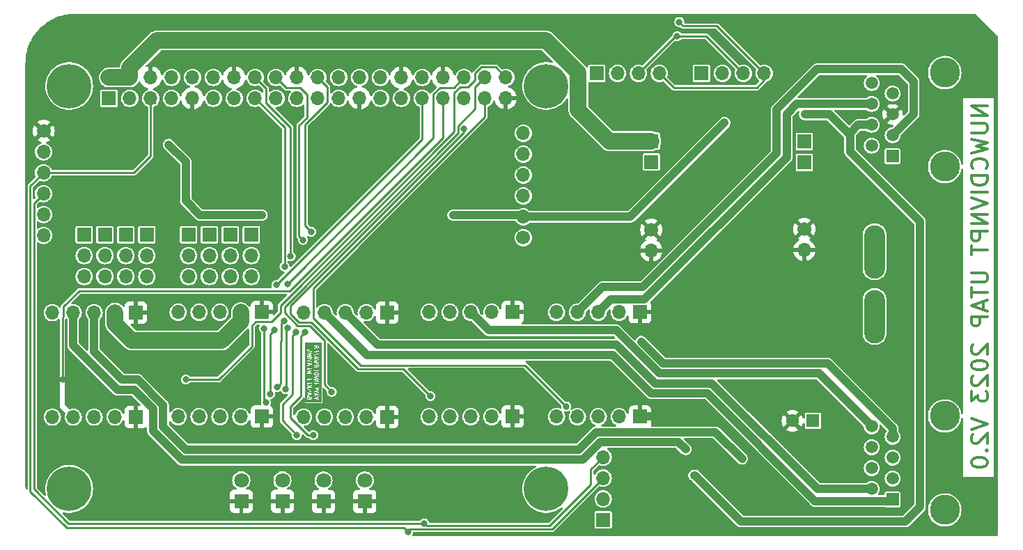
<source format=gbr>
%TF.GenerationSoftware,KiCad,Pcbnew,7.0.1*%
%TF.CreationDate,2023-08-16T19:58:43-04:00*%
%TF.ProjectId,DaughterBoard_UTAP,44617567-6874-4657-9242-6f6172645f55,rev?*%
%TF.SameCoordinates,Original*%
%TF.FileFunction,Copper,L2,Bot*%
%TF.FilePolarity,Positive*%
%FSLAX46Y46*%
G04 Gerber Fmt 4.6, Leading zero omitted, Abs format (unit mm)*
G04 Created by KiCad (PCBNEW 7.0.1) date 2023-08-16 19:58:43*
%MOMM*%
%LPD*%
G01*
G04 APERTURE LIST*
%ADD10C,0.300000*%
%TA.AperFunction,NonConductor*%
%ADD11C,0.300000*%
%TD*%
%ADD12C,0.100000*%
%TA.AperFunction,ComponentPad*%
%ADD13R,1.800000X1.800000*%
%TD*%
%TA.AperFunction,ComponentPad*%
%ADD14C,1.800000*%
%TD*%
%TA.AperFunction,ComponentPad*%
%ADD15C,5.400000*%
%TD*%
%TA.AperFunction,WasherPad*%
%ADD16C,3.650000*%
%TD*%
%TA.AperFunction,ComponentPad*%
%ADD17R,1.500000X1.500000*%
%TD*%
%TA.AperFunction,ComponentPad*%
%ADD18C,1.500000*%
%TD*%
%TA.AperFunction,ComponentPad*%
%ADD19O,1.700000X1.700000*%
%TD*%
%TA.AperFunction,ComponentPad*%
%ADD20C,1.700000*%
%TD*%
%TA.AperFunction,ComponentPad*%
%ADD21R,1.700000X1.700000*%
%TD*%
%TA.AperFunction,ComponentPad*%
%ADD22R,1.600000X1.600000*%
%TD*%
%TA.AperFunction,ComponentPad*%
%ADD23C,1.600000*%
%TD*%
%TA.AperFunction,ComponentPad*%
%ADD24O,2.540000X6.502400*%
%TD*%
%TA.AperFunction,ViaPad*%
%ADD25C,0.800000*%
%TD*%
%TA.AperFunction,Conductor*%
%ADD26C,0.250000*%
%TD*%
%TA.AperFunction,Conductor*%
%ADD27C,2.000000*%
%TD*%
%TA.AperFunction,Conductor*%
%ADD28C,1.000000*%
%TD*%
G04 APERTURE END LIST*
D10*
D11*
X167005238Y-70726190D02*
X165005238Y-70726190D01*
X165005238Y-70726190D02*
X167005238Y-71869047D01*
X167005238Y-71869047D02*
X165005238Y-71869047D01*
X165005238Y-72821428D02*
X166624285Y-72821428D01*
X166624285Y-72821428D02*
X166814761Y-72916666D01*
X166814761Y-72916666D02*
X166910000Y-73011904D01*
X166910000Y-73011904D02*
X167005238Y-73202380D01*
X167005238Y-73202380D02*
X167005238Y-73583333D01*
X167005238Y-73583333D02*
X166910000Y-73773809D01*
X166910000Y-73773809D02*
X166814761Y-73869047D01*
X166814761Y-73869047D02*
X166624285Y-73964285D01*
X166624285Y-73964285D02*
X165005238Y-73964285D01*
X165005238Y-74726190D02*
X167005238Y-75202380D01*
X167005238Y-75202380D02*
X165576666Y-75583333D01*
X165576666Y-75583333D02*
X167005238Y-75964285D01*
X167005238Y-75964285D02*
X165005238Y-76440476D01*
X166814761Y-78345237D02*
X166910000Y-78249999D01*
X166910000Y-78249999D02*
X167005238Y-77964285D01*
X167005238Y-77964285D02*
X167005238Y-77773809D01*
X167005238Y-77773809D02*
X166910000Y-77488094D01*
X166910000Y-77488094D02*
X166719523Y-77297618D01*
X166719523Y-77297618D02*
X166529047Y-77202380D01*
X166529047Y-77202380D02*
X166148095Y-77107142D01*
X166148095Y-77107142D02*
X165862380Y-77107142D01*
X165862380Y-77107142D02*
X165481428Y-77202380D01*
X165481428Y-77202380D02*
X165290952Y-77297618D01*
X165290952Y-77297618D02*
X165100476Y-77488094D01*
X165100476Y-77488094D02*
X165005238Y-77773809D01*
X165005238Y-77773809D02*
X165005238Y-77964285D01*
X165005238Y-77964285D02*
X165100476Y-78249999D01*
X165100476Y-78249999D02*
X165195714Y-78345237D01*
X167005238Y-79202380D02*
X165005238Y-79202380D01*
X165005238Y-79202380D02*
X165005238Y-79678570D01*
X165005238Y-79678570D02*
X165100476Y-79964285D01*
X165100476Y-79964285D02*
X165290952Y-80154761D01*
X165290952Y-80154761D02*
X165481428Y-80249999D01*
X165481428Y-80249999D02*
X165862380Y-80345237D01*
X165862380Y-80345237D02*
X166148095Y-80345237D01*
X166148095Y-80345237D02*
X166529047Y-80249999D01*
X166529047Y-80249999D02*
X166719523Y-80154761D01*
X166719523Y-80154761D02*
X166910000Y-79964285D01*
X166910000Y-79964285D02*
X167005238Y-79678570D01*
X167005238Y-79678570D02*
X167005238Y-79202380D01*
X167005238Y-81202380D02*
X165005238Y-81202380D01*
X165005238Y-81869047D02*
X167005238Y-82535713D01*
X167005238Y-82535713D02*
X165005238Y-83202380D01*
X167005238Y-83869047D02*
X165005238Y-83869047D01*
X165005238Y-83869047D02*
X167005238Y-85011904D01*
X167005238Y-85011904D02*
X165005238Y-85011904D01*
X167005238Y-85964285D02*
X165005238Y-85964285D01*
X165005238Y-85964285D02*
X165005238Y-86726190D01*
X165005238Y-86726190D02*
X165100476Y-86916666D01*
X165100476Y-86916666D02*
X165195714Y-87011904D01*
X165195714Y-87011904D02*
X165386190Y-87107142D01*
X165386190Y-87107142D02*
X165671904Y-87107142D01*
X165671904Y-87107142D02*
X165862380Y-87011904D01*
X165862380Y-87011904D02*
X165957619Y-86916666D01*
X165957619Y-86916666D02*
X166052857Y-86726190D01*
X166052857Y-86726190D02*
X166052857Y-85964285D01*
X165005238Y-87678571D02*
X165005238Y-88821428D01*
X167005238Y-88249999D02*
X165005238Y-88249999D01*
X165005238Y-91011905D02*
X166624285Y-91011905D01*
X166624285Y-91011905D02*
X166814761Y-91107143D01*
X166814761Y-91107143D02*
X166910000Y-91202381D01*
X166910000Y-91202381D02*
X167005238Y-91392857D01*
X167005238Y-91392857D02*
X167005238Y-91773810D01*
X167005238Y-91773810D02*
X166910000Y-91964286D01*
X166910000Y-91964286D02*
X166814761Y-92059524D01*
X166814761Y-92059524D02*
X166624285Y-92154762D01*
X166624285Y-92154762D02*
X165005238Y-92154762D01*
X165005238Y-92821429D02*
X165005238Y-93964286D01*
X167005238Y-93392857D02*
X165005238Y-93392857D01*
X166433809Y-94535715D02*
X166433809Y-95488096D01*
X167005238Y-94345239D02*
X165005238Y-95011905D01*
X165005238Y-95011905D02*
X167005238Y-95678572D01*
X167005238Y-96345239D02*
X165005238Y-96345239D01*
X165005238Y-96345239D02*
X165005238Y-97107144D01*
X165005238Y-97107144D02*
X165100476Y-97297620D01*
X165100476Y-97297620D02*
X165195714Y-97392858D01*
X165195714Y-97392858D02*
X165386190Y-97488096D01*
X165386190Y-97488096D02*
X165671904Y-97488096D01*
X165671904Y-97488096D02*
X165862380Y-97392858D01*
X165862380Y-97392858D02*
X165957619Y-97297620D01*
X165957619Y-97297620D02*
X166052857Y-97107144D01*
X166052857Y-97107144D02*
X166052857Y-96345239D01*
X165195714Y-99773811D02*
X165100476Y-99869049D01*
X165100476Y-99869049D02*
X165005238Y-100059525D01*
X165005238Y-100059525D02*
X165005238Y-100535716D01*
X165005238Y-100535716D02*
X165100476Y-100726192D01*
X165100476Y-100726192D02*
X165195714Y-100821430D01*
X165195714Y-100821430D02*
X165386190Y-100916668D01*
X165386190Y-100916668D02*
X165576666Y-100916668D01*
X165576666Y-100916668D02*
X165862380Y-100821430D01*
X165862380Y-100821430D02*
X167005238Y-99678573D01*
X167005238Y-99678573D02*
X167005238Y-100916668D01*
X165005238Y-102154763D02*
X165005238Y-102345240D01*
X165005238Y-102345240D02*
X165100476Y-102535716D01*
X165100476Y-102535716D02*
X165195714Y-102630954D01*
X165195714Y-102630954D02*
X165386190Y-102726192D01*
X165386190Y-102726192D02*
X165767142Y-102821430D01*
X165767142Y-102821430D02*
X166243333Y-102821430D01*
X166243333Y-102821430D02*
X166624285Y-102726192D01*
X166624285Y-102726192D02*
X166814761Y-102630954D01*
X166814761Y-102630954D02*
X166910000Y-102535716D01*
X166910000Y-102535716D02*
X167005238Y-102345240D01*
X167005238Y-102345240D02*
X167005238Y-102154763D01*
X167005238Y-102154763D02*
X166910000Y-101964287D01*
X166910000Y-101964287D02*
X166814761Y-101869049D01*
X166814761Y-101869049D02*
X166624285Y-101773811D01*
X166624285Y-101773811D02*
X166243333Y-101678573D01*
X166243333Y-101678573D02*
X165767142Y-101678573D01*
X165767142Y-101678573D02*
X165386190Y-101773811D01*
X165386190Y-101773811D02*
X165195714Y-101869049D01*
X165195714Y-101869049D02*
X165100476Y-101964287D01*
X165100476Y-101964287D02*
X165005238Y-102154763D01*
X165195714Y-103583335D02*
X165100476Y-103678573D01*
X165100476Y-103678573D02*
X165005238Y-103869049D01*
X165005238Y-103869049D02*
X165005238Y-104345240D01*
X165005238Y-104345240D02*
X165100476Y-104535716D01*
X165100476Y-104535716D02*
X165195714Y-104630954D01*
X165195714Y-104630954D02*
X165386190Y-104726192D01*
X165386190Y-104726192D02*
X165576666Y-104726192D01*
X165576666Y-104726192D02*
X165862380Y-104630954D01*
X165862380Y-104630954D02*
X167005238Y-103488097D01*
X167005238Y-103488097D02*
X167005238Y-104726192D01*
X165005238Y-105392859D02*
X165005238Y-106630954D01*
X165005238Y-106630954D02*
X165767142Y-105964287D01*
X165767142Y-105964287D02*
X165767142Y-106250002D01*
X165767142Y-106250002D02*
X165862380Y-106440478D01*
X165862380Y-106440478D02*
X165957619Y-106535716D01*
X165957619Y-106535716D02*
X166148095Y-106630954D01*
X166148095Y-106630954D02*
X166624285Y-106630954D01*
X166624285Y-106630954D02*
X166814761Y-106535716D01*
X166814761Y-106535716D02*
X166910000Y-106440478D01*
X166910000Y-106440478D02*
X167005238Y-106250002D01*
X167005238Y-106250002D02*
X167005238Y-105678573D01*
X167005238Y-105678573D02*
X166910000Y-105488097D01*
X166910000Y-105488097D02*
X166814761Y-105392859D01*
X165005238Y-108726193D02*
X167005238Y-109392859D01*
X167005238Y-109392859D02*
X165005238Y-110059526D01*
X165195714Y-110630955D02*
X165100476Y-110726193D01*
X165100476Y-110726193D02*
X165005238Y-110916669D01*
X165005238Y-110916669D02*
X165005238Y-111392860D01*
X165005238Y-111392860D02*
X165100476Y-111583336D01*
X165100476Y-111583336D02*
X165195714Y-111678574D01*
X165195714Y-111678574D02*
X165386190Y-111773812D01*
X165386190Y-111773812D02*
X165576666Y-111773812D01*
X165576666Y-111773812D02*
X165862380Y-111678574D01*
X165862380Y-111678574D02*
X167005238Y-110535717D01*
X167005238Y-110535717D02*
X167005238Y-111773812D01*
X166814761Y-112630955D02*
X166910000Y-112726193D01*
X166910000Y-112726193D02*
X167005238Y-112630955D01*
X167005238Y-112630955D02*
X166910000Y-112535717D01*
X166910000Y-112535717D02*
X166814761Y-112630955D01*
X166814761Y-112630955D02*
X167005238Y-112630955D01*
X165005238Y-113964288D02*
X165005238Y-114154765D01*
X165005238Y-114154765D02*
X165100476Y-114345241D01*
X165100476Y-114345241D02*
X165195714Y-114440479D01*
X165195714Y-114440479D02*
X165386190Y-114535717D01*
X165386190Y-114535717D02*
X165767142Y-114630955D01*
X165767142Y-114630955D02*
X166243333Y-114630955D01*
X166243333Y-114630955D02*
X166624285Y-114535717D01*
X166624285Y-114535717D02*
X166814761Y-114440479D01*
X166814761Y-114440479D02*
X166910000Y-114345241D01*
X166910000Y-114345241D02*
X167005238Y-114154765D01*
X167005238Y-114154765D02*
X167005238Y-113964288D01*
X167005238Y-113964288D02*
X166910000Y-113773812D01*
X166910000Y-113773812D02*
X166814761Y-113678574D01*
X166814761Y-113678574D02*
X166624285Y-113583336D01*
X166624285Y-113583336D02*
X166243333Y-113488098D01*
X166243333Y-113488098D02*
X165767142Y-113488098D01*
X165767142Y-113488098D02*
X165386190Y-113583336D01*
X165386190Y-113583336D02*
X165195714Y-113678574D01*
X165195714Y-113678574D02*
X165100476Y-113773812D01*
X165100476Y-113773812D02*
X165005238Y-113964288D01*
D12*
G36*
X84499398Y-106138859D02*
G01*
X84506405Y-106144989D01*
X84521771Y-106189168D01*
X84521433Y-106191348D01*
X84523095Y-106195101D01*
X84523095Y-106307051D01*
X84361190Y-106327289D01*
X84361190Y-106204628D01*
X84377165Y-106170680D01*
X84391405Y-106154661D01*
X84423574Y-106134554D01*
X84471835Y-106128521D01*
X84499398Y-106138859D01*
G37*
G36*
X84737493Y-106132906D02*
G01*
X84747569Y-106141722D01*
X84761190Y-106167260D01*
X84761190Y-106277289D01*
X84623095Y-106294551D01*
X84623095Y-106195699D01*
X84639070Y-106161751D01*
X84653307Y-106145733D01*
X84685479Y-106125626D01*
X84709929Y-106122569D01*
X84737493Y-106132906D01*
G37*
G36*
X85462077Y-105818520D02*
G01*
X85314047Y-105886368D01*
X85314047Y-105787681D01*
X85462077Y-105818520D01*
G37*
G36*
X84652077Y-105747091D02*
G01*
X84504047Y-105814939D01*
X84504047Y-105716252D01*
X84652077Y-105747091D01*
G37*
G36*
X85490099Y-103188766D02*
G01*
X85523684Y-103201360D01*
X85554499Y-103228323D01*
X85571190Y-103276307D01*
X85571190Y-103342767D01*
X85171190Y-103392767D01*
X85171190Y-103338165D01*
X85189398Y-103281266D01*
X85225214Y-103240972D01*
X85262487Y-103217676D01*
X85347518Y-103185789D01*
X85406903Y-103178367D01*
X85490099Y-103188766D01*
G37*
G36*
X85547494Y-102228146D02*
G01*
X85557568Y-102236961D01*
X85571190Y-102262501D01*
X85571190Y-102396338D01*
X85409285Y-102416576D01*
X85409285Y-102356501D01*
X85410436Y-102344216D01*
X85409285Y-102341993D01*
X85409285Y-102293915D01*
X85425260Y-102259967D01*
X85439500Y-102243948D01*
X85471668Y-102223842D01*
X85519929Y-102217809D01*
X85547494Y-102228146D01*
G37*
G36*
X84652077Y-102125068D02*
G01*
X84504047Y-102192916D01*
X84504047Y-102094229D01*
X84652077Y-102125068D01*
G37*
G36*
X85462077Y-101297688D02*
G01*
X85314047Y-101365536D01*
X85314047Y-101266849D01*
X85462077Y-101297688D01*
G37*
G36*
X85547494Y-99909694D02*
G01*
X85557568Y-99918509D01*
X85571190Y-99944049D01*
X85571190Y-100077886D01*
X85409285Y-100098124D01*
X85409285Y-100038049D01*
X85410436Y-100025764D01*
X85409285Y-100023541D01*
X85409285Y-99975463D01*
X85425260Y-99941515D01*
X85439500Y-99925496D01*
X85471668Y-99905390D01*
X85519929Y-99899357D01*
X85547494Y-99909694D01*
G37*
G36*
X86031429Y-106783929D02*
G01*
X84028571Y-106783929D01*
X84028571Y-106200276D01*
X84259528Y-106200276D01*
X84261190Y-106204029D01*
X84261190Y-106383439D01*
X84260927Y-106397685D01*
X84265108Y-106404461D01*
X84267351Y-106412101D01*
X84272658Y-106416699D01*
X84276344Y-106422674D01*
X84283522Y-106426113D01*
X84289542Y-106431330D01*
X84296493Y-106432329D01*
X84302824Y-106435363D01*
X84310723Y-106434375D01*
X84318606Y-106435509D01*
X84324993Y-106432591D01*
X84572627Y-106401637D01*
X84580511Y-106402771D01*
X84586899Y-106399853D01*
X84810722Y-106371875D01*
X84818606Y-106373009D01*
X84831542Y-106367100D01*
X84844583Y-106361434D01*
X84844861Y-106361018D01*
X84845315Y-106360811D01*
X84852992Y-106348864D01*
X84860911Y-106337029D01*
X84860920Y-106336528D01*
X84861190Y-106336109D01*
X84861190Y-106321917D01*
X84861453Y-106307671D01*
X84861190Y-106307245D01*
X84861190Y-106302447D01*
X85070927Y-106302447D01*
X85086344Y-106327436D01*
X85112824Y-106340125D01*
X85350219Y-106310450D01*
X85604827Y-106440648D01*
X85626314Y-106444716D01*
X85653538Y-106433713D01*
X85670491Y-106409739D01*
X85671791Y-106380405D01*
X85657026Y-106355024D01*
X85452785Y-106250582D01*
X85657199Y-106094949D01*
X85670162Y-106077336D01*
X85672019Y-106048032D01*
X85657738Y-106022376D01*
X85631853Y-106008515D01*
X85602583Y-106010847D01*
X85339716Y-106210984D01*
X85107854Y-106239968D01*
X85087797Y-106248684D01*
X85071469Y-106273089D01*
X85070927Y-106302447D01*
X84861190Y-106302447D01*
X84861190Y-106156791D01*
X84862216Y-106144185D01*
X84857721Y-106135757D01*
X84855029Y-106126588D01*
X84850941Y-106123046D01*
X84833966Y-106091218D01*
X84831354Y-106082159D01*
X84821751Y-106073756D01*
X84812803Y-106064630D01*
X84810800Y-106064173D01*
X84800482Y-106055144D01*
X84794873Y-106047623D01*
X84782874Y-106043123D01*
X84771238Y-106037741D01*
X84769254Y-106038016D01*
X84747434Y-106029833D01*
X85069079Y-106029833D01*
X85077389Y-106057995D01*
X85099607Y-106077193D01*
X85128677Y-106081332D01*
X85285049Y-106009661D01*
X85298172Y-106003668D01*
X85298191Y-106003637D01*
X85633992Y-105849728D01*
X85639830Y-105849259D01*
X85647085Y-105843727D01*
X85648559Y-105843052D01*
X85652768Y-105839394D01*
X85663181Y-105831456D01*
X85663768Y-105829837D01*
X85665067Y-105828709D01*
X85668731Y-105816163D01*
X85673200Y-105803855D01*
X85672818Y-105802174D01*
X85673301Y-105800524D01*
X85669600Y-105787983D01*
X85666706Y-105775220D01*
X85665478Y-105774013D01*
X85664991Y-105772362D01*
X85655093Y-105763809D01*
X85645761Y-105754640D01*
X85644074Y-105754288D01*
X85642773Y-105753164D01*
X85629831Y-105751321D01*
X85286969Y-105679892D01*
X85285695Y-105678788D01*
X85272702Y-105676919D01*
X85124349Y-105646013D01*
X85102550Y-105647764D01*
X85079200Y-105665567D01*
X85069181Y-105693168D01*
X85075675Y-105721803D01*
X85096620Y-105742383D01*
X85214047Y-105766847D01*
X85214047Y-105932201D01*
X85093821Y-105987305D01*
X85077313Y-106001648D01*
X85069079Y-106029833D01*
X84747434Y-106029833D01*
X84735573Y-106025385D01*
X84724319Y-106019993D01*
X84714668Y-106021199D01*
X84704966Y-106020488D01*
X84700370Y-106022986D01*
X84665534Y-106027340D01*
X84654283Y-106027199D01*
X84644992Y-106033005D01*
X84634940Y-106037374D01*
X84632738Y-106040664D01*
X84600311Y-106060931D01*
X84593098Y-106062951D01*
X84588119Y-106068551D01*
X84588117Y-106068553D01*
X84581835Y-106075619D01*
X84581435Y-106075059D01*
X84575757Y-106072796D01*
X84562388Y-106061098D01*
X84556779Y-106053577D01*
X84544777Y-106049076D01*
X84533142Y-106043694D01*
X84531159Y-106043969D01*
X84497476Y-106031337D01*
X84486223Y-106025945D01*
X84476573Y-106027151D01*
X84466872Y-106026440D01*
X84462276Y-106028938D01*
X84403629Y-106036269D01*
X84392378Y-106036128D01*
X84383087Y-106041934D01*
X84373035Y-106046303D01*
X84370833Y-106049593D01*
X84338407Y-106069859D01*
X84331191Y-106071880D01*
X84302382Y-106104290D01*
X84296011Y-106108283D01*
X84290170Y-106120695D01*
X84283517Y-106134790D01*
X84283521Y-106134822D01*
X84267349Y-106169186D01*
X84261190Y-106178771D01*
X84261190Y-106189587D01*
X84259528Y-106200276D01*
X84028571Y-106200276D01*
X84028571Y-105958404D01*
X84259079Y-105958404D01*
X84267389Y-105986566D01*
X84289607Y-106005764D01*
X84318677Y-106009903D01*
X84475049Y-105938232D01*
X84488172Y-105932239D01*
X84488191Y-105932208D01*
X84823992Y-105778299D01*
X84829830Y-105777830D01*
X84837085Y-105772298D01*
X84838559Y-105771623D01*
X84842768Y-105767965D01*
X84853181Y-105760027D01*
X84853768Y-105758408D01*
X84855067Y-105757280D01*
X84858731Y-105744734D01*
X84863200Y-105732426D01*
X84862818Y-105730745D01*
X84863301Y-105729095D01*
X84859600Y-105716554D01*
X84856706Y-105703791D01*
X84855478Y-105702584D01*
X84854991Y-105700933D01*
X84845093Y-105692380D01*
X84835761Y-105683211D01*
X84834074Y-105682859D01*
X84832773Y-105681735D01*
X84819831Y-105679892D01*
X84476969Y-105608463D01*
X84475695Y-105607359D01*
X84462702Y-105605490D01*
X84314349Y-105574584D01*
X84292550Y-105576335D01*
X84269200Y-105594138D01*
X84259181Y-105621739D01*
X84265675Y-105650374D01*
X84286620Y-105670954D01*
X84404047Y-105695418D01*
X84404047Y-105860772D01*
X84283821Y-105915876D01*
X84267313Y-105930219D01*
X84259079Y-105958404D01*
X84028571Y-105958404D01*
X84028571Y-105416250D01*
X84259142Y-105416250D01*
X84263559Y-105428951D01*
X84267351Y-105441863D01*
X84268352Y-105442731D01*
X84290137Y-105505360D01*
X84302850Y-105523154D01*
X84330127Y-105534025D01*
X84358950Y-105528424D01*
X84380169Y-105508128D01*
X84387048Y-105479582D01*
X84361190Y-105405242D01*
X84361190Y-105305818D01*
X84377165Y-105271870D01*
X84391405Y-105255850D01*
X84423574Y-105235745D01*
X84448025Y-105232689D01*
X84475589Y-105243025D01*
X84485665Y-105251841D01*
X84502361Y-105283148D01*
X84522576Y-105361481D01*
X84522069Y-105367717D01*
X84526171Y-105375408D01*
X84526478Y-105376598D01*
X84529550Y-105381745D01*
X84550316Y-105420681D01*
X84552930Y-105429746D01*
X84562539Y-105438154D01*
X84571480Y-105447273D01*
X84573481Y-105447729D01*
X84583802Y-105456760D01*
X84589412Y-105464281D01*
X84601412Y-105468781D01*
X84613048Y-105474163D01*
X84615030Y-105473887D01*
X84648715Y-105486519D01*
X84659968Y-105491911D01*
X84669617Y-105490704D01*
X84679319Y-105491416D01*
X84683914Y-105488917D01*
X84718752Y-105484562D01*
X84730003Y-105484704D01*
X84739292Y-105478897D01*
X84749346Y-105474529D01*
X84751547Y-105471238D01*
X84783515Y-105451257D01*
X85070927Y-105451257D01*
X85086344Y-105476246D01*
X85112824Y-105488935D01*
X85350219Y-105459260D01*
X85604827Y-105589458D01*
X85626314Y-105593526D01*
X85653538Y-105582523D01*
X85670491Y-105558549D01*
X85671791Y-105529215D01*
X85657026Y-105503834D01*
X85452785Y-105399392D01*
X85657199Y-105243759D01*
X85670162Y-105226146D01*
X85672019Y-105196842D01*
X85657738Y-105171186D01*
X85631853Y-105157325D01*
X85602583Y-105159657D01*
X85339716Y-105359794D01*
X85107854Y-105388778D01*
X85087797Y-105397494D01*
X85071469Y-105421899D01*
X85070927Y-105451257D01*
X84783515Y-105451257D01*
X84783973Y-105450971D01*
X84791188Y-105448952D01*
X84797490Y-105441863D01*
X84802614Y-105436097D01*
X84819995Y-105416543D01*
X84826369Y-105412550D01*
X84832267Y-105400015D01*
X84838863Y-105386045D01*
X84838858Y-105386010D01*
X84855028Y-105351648D01*
X84861190Y-105342062D01*
X84861190Y-105331248D01*
X84862853Y-105320556D01*
X84861190Y-105316801D01*
X84861190Y-105214272D01*
X84863238Y-105205773D01*
X84858820Y-105193072D01*
X84855029Y-105180160D01*
X84854026Y-105179291D01*
X84832243Y-105116664D01*
X84825262Y-105106892D01*
X85069080Y-105106892D01*
X85071058Y-105113753D01*
X85070927Y-105120899D01*
X85073004Y-105124266D01*
X85073518Y-105128189D01*
X85076106Y-105131253D01*
X85077217Y-105135105D01*
X85082593Y-105139809D01*
X85086344Y-105145889D01*
X85089909Y-105147597D01*
X85092464Y-105150622D01*
X85096297Y-105151800D01*
X85109234Y-105163120D01*
X85116274Y-105171455D01*
X85127078Y-105174776D01*
X85137335Y-105179520D01*
X85140899Y-105179025D01*
X85144341Y-105180083D01*
X85155223Y-105177036D01*
X85166419Y-105175482D01*
X85169151Y-105173137D01*
X85172617Y-105172167D01*
X85180126Y-105163719D01*
X85188702Y-105156360D01*
X85189732Y-105152912D01*
X85198852Y-105142652D01*
X85202202Y-105141197D01*
X85206561Y-105134681D01*
X85212510Y-105129577D01*
X85214555Y-105122733D01*
X85218530Y-105116793D01*
X85218603Y-105112837D01*
X85220292Y-105109260D01*
X85219771Y-105105283D01*
X85220919Y-105101444D01*
X85218940Y-105094581D01*
X85218971Y-105092891D01*
X85260438Y-105092891D01*
X85261443Y-105094871D01*
X85261403Y-105097091D01*
X85262545Y-105098943D01*
X85262682Y-105101114D01*
X85268945Y-105109636D01*
X85273738Y-105119069D01*
X85275654Y-105120190D01*
X85276820Y-105122080D01*
X85278782Y-105123020D01*
X85280071Y-105124774D01*
X85289948Y-105128557D01*
X85299079Y-105133902D01*
X85301297Y-105133809D01*
X85303300Y-105134769D01*
X85305459Y-105134499D01*
X85307491Y-105135277D01*
X85317844Y-105133120D01*
X85590886Y-105121742D01*
X85596720Y-105123536D01*
X85605266Y-105121143D01*
X85606645Y-105121086D01*
X85612167Y-105119211D01*
X85624997Y-105115620D01*
X85625968Y-105114527D01*
X85627354Y-105114057D01*
X85635657Y-105103627D01*
X85651232Y-105086105D01*
X85654583Y-105084649D01*
X85658943Y-105078131D01*
X85664892Y-105073027D01*
X85666937Y-105066183D01*
X85670911Y-105060244D01*
X85670984Y-105056288D01*
X85672673Y-105052711D01*
X85672152Y-105048733D01*
X85673300Y-105044894D01*
X85671321Y-105038032D01*
X85671453Y-105030886D01*
X85669375Y-105027518D01*
X85668862Y-105023596D01*
X85666273Y-105020531D01*
X85665163Y-105016681D01*
X85659787Y-105011977D01*
X85656036Y-105005897D01*
X85652470Y-105004188D01*
X85649916Y-105001164D01*
X85646081Y-104999985D01*
X85634429Y-104989790D01*
X85628976Y-104982370D01*
X85616842Y-104977722D01*
X85605045Y-104972266D01*
X85603248Y-104972515D01*
X85601555Y-104971867D01*
X85588840Y-104974515D01*
X85575961Y-104976304D01*
X85574583Y-104977486D01*
X85305480Y-105033548D01*
X85302401Y-105033677D01*
X85300413Y-105034351D01*
X85298330Y-105034612D01*
X85296445Y-105035430D01*
X85294429Y-105035851D01*
X85291705Y-105037307D01*
X85281692Y-105040706D01*
X85280308Y-105042443D01*
X85278273Y-105043328D01*
X85277062Y-105045137D01*
X85275144Y-105046163D01*
X85269993Y-105055400D01*
X85263404Y-105063678D01*
X85263179Y-105065887D01*
X85261945Y-105067733D01*
X85261904Y-105069908D01*
X85260845Y-105071809D01*
X85261506Y-105082364D01*
X85260438Y-105092891D01*
X85218971Y-105092891D01*
X85219072Y-105087435D01*
X85216994Y-105084067D01*
X85216481Y-105080145D01*
X85213893Y-105077080D01*
X85212783Y-105073231D01*
X85207408Y-105068527D01*
X85203656Y-105062445D01*
X85200088Y-105060735D01*
X85197535Y-105057712D01*
X85193701Y-105056533D01*
X85180768Y-105045216D01*
X85173726Y-105036878D01*
X85162922Y-105033556D01*
X85152667Y-105028813D01*
X85149101Y-105029307D01*
X85145660Y-105028250D01*
X85134780Y-105031295D01*
X85123583Y-105032850D01*
X85120848Y-105035195D01*
X85117384Y-105036166D01*
X85109878Y-105044608D01*
X85101299Y-105051971D01*
X85100267Y-105055421D01*
X85091147Y-105065681D01*
X85087797Y-105067137D01*
X85083437Y-105073652D01*
X85077487Y-105078759D01*
X85075441Y-105085603D01*
X85071469Y-105091541D01*
X85071395Y-105095496D01*
X85069707Y-105099074D01*
X85070227Y-105103051D01*
X85069080Y-105106892D01*
X84825262Y-105106892D01*
X84819530Y-105098869D01*
X84792254Y-105087998D01*
X84763430Y-105093599D01*
X84742211Y-105113895D01*
X84735332Y-105142441D01*
X84761190Y-105216782D01*
X84761190Y-105316205D01*
X84745213Y-105350153D01*
X84730976Y-105366170D01*
X84698805Y-105386277D01*
X84674354Y-105389333D01*
X84646790Y-105378997D01*
X84636715Y-105370182D01*
X84620018Y-105338874D01*
X84599803Y-105260541D01*
X84600311Y-105254306D01*
X84596208Y-105246614D01*
X84595902Y-105245425D01*
X84592829Y-105240277D01*
X84572064Y-105201341D01*
X84569450Y-105192277D01*
X84559841Y-105183869D01*
X84550900Y-105174750D01*
X84548897Y-105174293D01*
X84538578Y-105165264D01*
X84532968Y-105157742D01*
X84520964Y-105153240D01*
X84509332Y-105147860D01*
X84507349Y-105148135D01*
X84473667Y-105135504D01*
X84462413Y-105130112D01*
X84452763Y-105131318D01*
X84443061Y-105130607D01*
X84438465Y-105133105D01*
X84403627Y-105137460D01*
X84392378Y-105137319D01*
X84383088Y-105143124D01*
X84373034Y-105147494D01*
X84370832Y-105150784D01*
X84338405Y-105171050D01*
X84331191Y-105173070D01*
X84326213Y-105178670D01*
X84326212Y-105178671D01*
X84324957Y-105180083D01*
X84302382Y-105205480D01*
X84296011Y-105209473D01*
X84290116Y-105221999D01*
X84283517Y-105235980D01*
X84283521Y-105236012D01*
X84267349Y-105270376D01*
X84261190Y-105279961D01*
X84261190Y-105290777D01*
X84259528Y-105301466D01*
X84261190Y-105305219D01*
X84261190Y-105407751D01*
X84259142Y-105416250D01*
X84028571Y-105416250D01*
X84028571Y-104710446D01*
X84259707Y-104710446D01*
X84272241Y-104737000D01*
X84520206Y-104891977D01*
X84500605Y-104914028D01*
X84297854Y-104939373D01*
X84277797Y-104948089D01*
X84261469Y-104972494D01*
X84260927Y-105001852D01*
X84276344Y-105026841D01*
X84302824Y-105039530D01*
X84521035Y-105012253D01*
X84524817Y-105013416D01*
X84535369Y-105010461D01*
X84824526Y-104974317D01*
X84844583Y-104965601D01*
X84860911Y-104941196D01*
X84861453Y-104911838D01*
X84846036Y-104886849D01*
X84819556Y-104874160D01*
X84651125Y-104895213D01*
X84853337Y-104667726D01*
X84862673Y-104647950D01*
X84858862Y-104618835D01*
X84839916Y-104596402D01*
X84811849Y-104587775D01*
X84783573Y-104595690D01*
X84587591Y-104816169D01*
X84331593Y-104656170D01*
X84310534Y-104650274D01*
X84282467Y-104658901D01*
X84263519Y-104681332D01*
X84259707Y-104710446D01*
X84028571Y-104710446D01*
X84028571Y-104504828D01*
X84260927Y-104504828D01*
X84265108Y-104511604D01*
X84267351Y-104519244D01*
X84272658Y-104523842D01*
X84276344Y-104529817D01*
X84283522Y-104533256D01*
X84289542Y-104538473D01*
X84296493Y-104539472D01*
X84302824Y-104542506D01*
X84310723Y-104541518D01*
X84318606Y-104542652D01*
X84324993Y-104539734D01*
X84572627Y-104508780D01*
X84580511Y-104509914D01*
X84586899Y-104506996D01*
X84810722Y-104479018D01*
X84818606Y-104480152D01*
X84831542Y-104474243D01*
X84844583Y-104468577D01*
X84844861Y-104468161D01*
X84845315Y-104467954D01*
X84852992Y-104456007D01*
X84860911Y-104444172D01*
X84860920Y-104443671D01*
X84861190Y-104443252D01*
X84861190Y-104429060D01*
X84861453Y-104414814D01*
X84861190Y-104414388D01*
X84861190Y-104307420D01*
X85069528Y-104307420D01*
X85071190Y-104311173D01*
X85071190Y-104393804D01*
X85070164Y-104406410D01*
X85074658Y-104414837D01*
X85077351Y-104424007D01*
X85081437Y-104427548D01*
X85098412Y-104459376D01*
X85101026Y-104468438D01*
X85110632Y-104476843D01*
X85119577Y-104485966D01*
X85121579Y-104486422D01*
X85131898Y-104495451D01*
X85137507Y-104502972D01*
X85149504Y-104507470D01*
X85161143Y-104512854D01*
X85163125Y-104512578D01*
X85196811Y-104525210D01*
X85208062Y-104530602D01*
X85217712Y-104529395D01*
X85227414Y-104530107D01*
X85232008Y-104527608D01*
X85634526Y-104477294D01*
X85654583Y-104468578D01*
X85670911Y-104444173D01*
X85671453Y-104414815D01*
X85656036Y-104389826D01*
X85629556Y-104377137D01*
X85222450Y-104428025D01*
X85194884Y-104417688D01*
X85184811Y-104408874D01*
X85171190Y-104383334D01*
X85171190Y-104311772D01*
X85187165Y-104277824D01*
X85201405Y-104261805D01*
X85233574Y-104241698D01*
X85634526Y-104191580D01*
X85654583Y-104182864D01*
X85670911Y-104158459D01*
X85671453Y-104129101D01*
X85656036Y-104104112D01*
X85629556Y-104091423D01*
X85213629Y-104143413D01*
X85202378Y-104143272D01*
X85193087Y-104149078D01*
X85183035Y-104153447D01*
X85180833Y-104156737D01*
X85148407Y-104177003D01*
X85141191Y-104179024D01*
X85112382Y-104211434D01*
X85106011Y-104215427D01*
X85100116Y-104227953D01*
X85093517Y-104241934D01*
X85093521Y-104241966D01*
X85077349Y-104276330D01*
X85071190Y-104285915D01*
X85071190Y-104296731D01*
X85069528Y-104307420D01*
X84861190Y-104307420D01*
X84861190Y-104183286D01*
X84855029Y-104162303D01*
X84832838Y-104143074D01*
X84803774Y-104138895D01*
X84777065Y-104151093D01*
X84761190Y-104175795D01*
X84761190Y-104384432D01*
X84623095Y-104401694D01*
X84623095Y-104284476D01*
X84616934Y-104263493D01*
X84594743Y-104244264D01*
X84565679Y-104240085D01*
X84538970Y-104252283D01*
X84523095Y-104276985D01*
X84523095Y-104414194D01*
X84361190Y-104434432D01*
X84361190Y-104245786D01*
X84355029Y-104224803D01*
X84332838Y-104205574D01*
X84303774Y-104201395D01*
X84277065Y-104213593D01*
X84261190Y-104238295D01*
X84261190Y-104490582D01*
X84260927Y-104504828D01*
X84028571Y-104504828D01*
X84028571Y-103983995D01*
X84260927Y-103983995D01*
X84276344Y-104008984D01*
X84302824Y-104021673D01*
X84761190Y-103964377D01*
X84761190Y-104057785D01*
X84767351Y-104078768D01*
X84789542Y-104097997D01*
X84818606Y-104102176D01*
X84845315Y-104089978D01*
X84861190Y-104065276D01*
X84861190Y-103983996D01*
X85070927Y-103983996D01*
X85086344Y-104008985D01*
X85112824Y-104021674D01*
X85620937Y-103958159D01*
X85629045Y-103959255D01*
X85641737Y-103953327D01*
X85654583Y-103947745D01*
X85654988Y-103947138D01*
X85655649Y-103946830D01*
X85663113Y-103934994D01*
X85670911Y-103923340D01*
X85670924Y-103922610D01*
X85671313Y-103921994D01*
X85671193Y-103908013D01*
X85671453Y-103893982D01*
X85671069Y-103893359D01*
X85671063Y-103892633D01*
X85663405Y-103880937D01*
X85656036Y-103868993D01*
X85655377Y-103868677D01*
X85654978Y-103868067D01*
X85642188Y-103862357D01*
X85629556Y-103856304D01*
X85628831Y-103856394D01*
X85305194Y-103711913D01*
X85634526Y-103670747D01*
X85654583Y-103662031D01*
X85670911Y-103637626D01*
X85671453Y-103608268D01*
X85656036Y-103583279D01*
X85629556Y-103570590D01*
X85121442Y-103634104D01*
X85113335Y-103633009D01*
X85100635Y-103638939D01*
X85087797Y-103644519D01*
X85087391Y-103645125D01*
X85086730Y-103645434D01*
X85079249Y-103657295D01*
X85071469Y-103668924D01*
X85071455Y-103669652D01*
X85071066Y-103670270D01*
X85071185Y-103684270D01*
X85070927Y-103698282D01*
X85071310Y-103698904D01*
X85071317Y-103699631D01*
X85078974Y-103711326D01*
X85086344Y-103723271D01*
X85087002Y-103723586D01*
X85087402Y-103724197D01*
X85100191Y-103729906D01*
X85112824Y-103735960D01*
X85113548Y-103735869D01*
X85437185Y-103880350D01*
X85107854Y-103921517D01*
X85087797Y-103930233D01*
X85071469Y-103954638D01*
X85070927Y-103983996D01*
X84861190Y-103983996D01*
X84861190Y-103908227D01*
X84861453Y-103893981D01*
X84861190Y-103893555D01*
X84861190Y-103757690D01*
X84855029Y-103736707D01*
X84832838Y-103717478D01*
X84803774Y-103713299D01*
X84777065Y-103725497D01*
X84761190Y-103750199D01*
X84761190Y-103863599D01*
X84297854Y-103921516D01*
X84277797Y-103930232D01*
X84261469Y-103954637D01*
X84260927Y-103983995D01*
X84028571Y-103983995D01*
X84028571Y-103343829D01*
X85070850Y-103343829D01*
X85071190Y-103344387D01*
X85071190Y-103448917D01*
X85070927Y-103463163D01*
X85075108Y-103469939D01*
X85077351Y-103477579D01*
X85082658Y-103482177D01*
X85086344Y-103488152D01*
X85093522Y-103491591D01*
X85099542Y-103496808D01*
X85106493Y-103497807D01*
X85112824Y-103500841D01*
X85120723Y-103499853D01*
X85128606Y-103500987D01*
X85134993Y-103498069D01*
X85620722Y-103437353D01*
X85628606Y-103438487D01*
X85641542Y-103432578D01*
X85654583Y-103426912D01*
X85654861Y-103426496D01*
X85655315Y-103426289D01*
X85662992Y-103414342D01*
X85670911Y-103402507D01*
X85670920Y-103402006D01*
X85671190Y-103401587D01*
X85671190Y-103387395D01*
X85671453Y-103373149D01*
X85671190Y-103372723D01*
X85671190Y-103273797D01*
X85673238Y-103265298D01*
X85668820Y-103252597D01*
X85665029Y-103239685D01*
X85664026Y-103238816D01*
X85645044Y-103184244D01*
X85641354Y-103171445D01*
X85634684Y-103165609D01*
X85629530Y-103158394D01*
X85623852Y-103156131D01*
X85586673Y-103123599D01*
X85581063Y-103116077D01*
X85569059Y-103111575D01*
X85557427Y-103106195D01*
X85555444Y-103106470D01*
X85527655Y-103096049D01*
X85522911Y-103092089D01*
X85514185Y-103090998D01*
X85512966Y-103090541D01*
X85507065Y-103090108D01*
X85421174Y-103079372D01*
X85415270Y-103076543D01*
X85406904Y-103077588D01*
X85405971Y-103077472D01*
X85399775Y-103078479D01*
X85337707Y-103086238D01*
X85331666Y-103084935D01*
X85323432Y-103088022D01*
X85322140Y-103088184D01*
X85316713Y-103090541D01*
X85231476Y-103122505D01*
X85226188Y-103122439D01*
X85217989Y-103127563D01*
X85215950Y-103128328D01*
X85211914Y-103131360D01*
X85172216Y-103156171D01*
X85165002Y-103158191D01*
X85160023Y-103163792D01*
X85160022Y-103163793D01*
X85153221Y-103171445D01*
X85110198Y-103219845D01*
X85101853Y-103226732D01*
X85098380Y-103237584D01*
X85093517Y-103247886D01*
X85093971Y-103251360D01*
X85075573Y-103308856D01*
X85071190Y-103315677D01*
X85071190Y-103329751D01*
X85070850Y-103343829D01*
X84028571Y-103343829D01*
X84028571Y-103020941D01*
X84259079Y-103020941D01*
X84262659Y-103033042D01*
X84265237Y-103045408D01*
X84266784Y-103046982D01*
X84267410Y-103049096D01*
X84276960Y-103057336D01*
X84285818Y-103066350D01*
X84287971Y-103066838D01*
X84289641Y-103068279D01*
X84302141Y-103070049D01*
X84314455Y-103072841D01*
X84316528Y-103072088D01*
X84472964Y-103094250D01*
X84297636Y-103162920D01*
X84288122Y-103164583D01*
X84278887Y-103173085D01*
X84268970Y-103180765D01*
X84268205Y-103182920D01*
X84266521Y-103184472D01*
X84263348Y-103196620D01*
X84259158Y-103208440D01*
X84259680Y-103210666D01*
X84259102Y-103212882D01*
X84262999Y-103224808D01*
X84265866Y-103237026D01*
X84267511Y-103238618D01*
X84268222Y-103240793D01*
X84277943Y-103248715D01*
X84286964Y-103257447D01*
X84289208Y-103257897D01*
X84290983Y-103259343D01*
X84303453Y-103260753D01*
X84315755Y-103263220D01*
X84317885Y-103262385D01*
X84812715Y-103318348D01*
X84834258Y-103314584D01*
X84855859Y-103294695D01*
X84863277Y-103266284D01*
X84854158Y-103238374D01*
X84831396Y-103219823D01*
X84517261Y-103184296D01*
X84681224Y-103120077D01*
X84690078Y-103118786D01*
X84700078Y-103110084D01*
X84710553Y-103101974D01*
X84711067Y-103100523D01*
X84712230Y-103099512D01*
X84715938Y-103086783D01*
X84720365Y-103074299D01*
X84720013Y-103072799D01*
X84720444Y-103071321D01*
X84716685Y-103058619D01*
X84713657Y-103045713D01*
X84712549Y-103044641D01*
X84712113Y-103043166D01*
X84702085Y-103034513D01*
X84692558Y-103025292D01*
X84691048Y-103024989D01*
X84689882Y-103023983D01*
X84676757Y-103022123D01*
X84663768Y-103019519D01*
X84662334Y-103020080D01*
X84516618Y-102999436D01*
X84608323Y-102966139D01*
X85070927Y-102966139D01*
X85075108Y-102972915D01*
X85077351Y-102980555D01*
X85082658Y-102985153D01*
X85086344Y-102991128D01*
X85093522Y-102994567D01*
X85099542Y-102999784D01*
X85106493Y-103000783D01*
X85112824Y-103003817D01*
X85120723Y-103002829D01*
X85128606Y-103003963D01*
X85134993Y-103001045D01*
X85382627Y-102970091D01*
X85390511Y-102971225D01*
X85396899Y-102968307D01*
X85620722Y-102940329D01*
X85628606Y-102941463D01*
X85641542Y-102935554D01*
X85654583Y-102929888D01*
X85654861Y-102929472D01*
X85655315Y-102929265D01*
X85662992Y-102917318D01*
X85670911Y-102905483D01*
X85670920Y-102904982D01*
X85671190Y-102904563D01*
X85671190Y-102890371D01*
X85671453Y-102876125D01*
X85671190Y-102875699D01*
X85671190Y-102644597D01*
X85665029Y-102623614D01*
X85642838Y-102604385D01*
X85613774Y-102600206D01*
X85587065Y-102612404D01*
X85571190Y-102637106D01*
X85571190Y-102845743D01*
X85433095Y-102863005D01*
X85433095Y-102745787D01*
X85426934Y-102724804D01*
X85404743Y-102705575D01*
X85375679Y-102701396D01*
X85348970Y-102713594D01*
X85333095Y-102738296D01*
X85333095Y-102875505D01*
X85171190Y-102895743D01*
X85171190Y-102707097D01*
X85165029Y-102686114D01*
X85142838Y-102666885D01*
X85113774Y-102662706D01*
X85087065Y-102674904D01*
X85071190Y-102699606D01*
X85071190Y-102951893D01*
X85070927Y-102966139D01*
X84608323Y-102966139D01*
X84835013Y-102883830D01*
X84852633Y-102870878D01*
X84863134Y-102843456D01*
X84857143Y-102814711D01*
X84836562Y-102793769D01*
X84807925Y-102787278D01*
X84298922Y-102972093D01*
X84289445Y-102973476D01*
X84279923Y-102981760D01*
X84269747Y-102989241D01*
X84268958Y-102991301D01*
X84267293Y-102992750D01*
X84263760Y-103004874D01*
X84259246Y-103016663D01*
X84259696Y-103018822D01*
X84259079Y-103020941D01*
X84028571Y-103020941D01*
X84028571Y-102728043D01*
X84260927Y-102728043D01*
X84265108Y-102734819D01*
X84267351Y-102742459D01*
X84272658Y-102747057D01*
X84276344Y-102753032D01*
X84283522Y-102756471D01*
X84289542Y-102761688D01*
X84296493Y-102762687D01*
X84302824Y-102765721D01*
X84310723Y-102764733D01*
X84318606Y-102765867D01*
X84324993Y-102762949D01*
X84572627Y-102731995D01*
X84580511Y-102733129D01*
X84586899Y-102730211D01*
X84810722Y-102702233D01*
X84818606Y-102703367D01*
X84831542Y-102697458D01*
X84844583Y-102691792D01*
X84844861Y-102691376D01*
X84845315Y-102691169D01*
X84852992Y-102679222D01*
X84860911Y-102667387D01*
X84860920Y-102666886D01*
X84861190Y-102666467D01*
X84861190Y-102652275D01*
X84861453Y-102638029D01*
X84861190Y-102637603D01*
X84861190Y-102406501D01*
X84855029Y-102385518D01*
X84832838Y-102366289D01*
X84803774Y-102362110D01*
X84777065Y-102374308D01*
X84761190Y-102399010D01*
X84761190Y-102607647D01*
X84623095Y-102624909D01*
X84623095Y-102507691D01*
X84616934Y-102486708D01*
X84594743Y-102467479D01*
X84565679Y-102463300D01*
X84538970Y-102475498D01*
X84523095Y-102500200D01*
X84523095Y-102637409D01*
X84361190Y-102657647D01*
X84361190Y-102469001D01*
X84355029Y-102448018D01*
X84332838Y-102428789D01*
X84303774Y-102424610D01*
X84277065Y-102436808D01*
X84261190Y-102461510D01*
X84261190Y-102713797D01*
X84260927Y-102728043D01*
X84028571Y-102728043D01*
X84028571Y-102336381D01*
X84259079Y-102336381D01*
X84267389Y-102364543D01*
X84289607Y-102383741D01*
X84318677Y-102387880D01*
X84475049Y-102316209D01*
X84488172Y-102310216D01*
X84488191Y-102310185D01*
X84669216Y-102227215D01*
X85070038Y-102227215D01*
X85083539Y-102253290D01*
X85309285Y-102383094D01*
X85309285Y-102429076D01*
X85107854Y-102454255D01*
X85087797Y-102462971D01*
X85071469Y-102487376D01*
X85070927Y-102516734D01*
X85086344Y-102541723D01*
X85112824Y-102554412D01*
X85358818Y-102523662D01*
X85366701Y-102524796D01*
X85373088Y-102521878D01*
X85620722Y-102490924D01*
X85628606Y-102492058D01*
X85641542Y-102486149D01*
X85654583Y-102480483D01*
X85654861Y-102480067D01*
X85655315Y-102479860D01*
X85662992Y-102467913D01*
X85670911Y-102456078D01*
X85670920Y-102455577D01*
X85671190Y-102455158D01*
X85671190Y-102440966D01*
X85671453Y-102426720D01*
X85671190Y-102426294D01*
X85671190Y-102252031D01*
X85672216Y-102239425D01*
X85667721Y-102230997D01*
X85665029Y-102221828D01*
X85660942Y-102218286D01*
X85643966Y-102186458D01*
X85641354Y-102177397D01*
X85631749Y-102168993D01*
X85622803Y-102159869D01*
X85620800Y-102159412D01*
X85610483Y-102150385D01*
X85604873Y-102142863D01*
X85592869Y-102138361D01*
X85581237Y-102132981D01*
X85579254Y-102133256D01*
X85545573Y-102120625D01*
X85534319Y-102115233D01*
X85524668Y-102116439D01*
X85514966Y-102115728D01*
X85510370Y-102118226D01*
X85451725Y-102125556D01*
X85440473Y-102125415D01*
X85431182Y-102131221D01*
X85421130Y-102135590D01*
X85418928Y-102138880D01*
X85386502Y-102159146D01*
X85379286Y-102161167D01*
X85350477Y-102193577D01*
X85344106Y-102197570D01*
X85338211Y-102210096D01*
X85331612Y-102224077D01*
X85331616Y-102224109D01*
X85315444Y-102258473D01*
X85309433Y-102267827D01*
X85139881Y-102170334D01*
X85118619Y-102165215D01*
X85090888Y-102174868D01*
X85072777Y-102197980D01*
X85070038Y-102227215D01*
X84669216Y-102227215D01*
X84823992Y-102156276D01*
X84829830Y-102155807D01*
X84837085Y-102150275D01*
X84838559Y-102149600D01*
X84842768Y-102145942D01*
X84853181Y-102138004D01*
X84853768Y-102136385D01*
X84855067Y-102135257D01*
X84858731Y-102122711D01*
X84863200Y-102110403D01*
X84862818Y-102108722D01*
X84863301Y-102107072D01*
X84859600Y-102094531D01*
X84856706Y-102081768D01*
X84855478Y-102080561D01*
X84854991Y-102078910D01*
X84845093Y-102070357D01*
X84835761Y-102061188D01*
X84834074Y-102060836D01*
X84832773Y-102059712D01*
X84819831Y-102057869D01*
X84476969Y-101986440D01*
X84475695Y-101985336D01*
X84462702Y-101983467D01*
X84314349Y-101952561D01*
X84292550Y-101954312D01*
X84269200Y-101972115D01*
X84259181Y-101999716D01*
X84265675Y-102028351D01*
X84286620Y-102048931D01*
X84404047Y-102073395D01*
X84404047Y-102238749D01*
X84283821Y-102293853D01*
X84267313Y-102308196D01*
X84259079Y-102336381D01*
X84028571Y-102336381D01*
X84028571Y-101744119D01*
X84259079Y-101744119D01*
X84262783Y-101756674D01*
X84265675Y-101769423D01*
X84266901Y-101770627D01*
X84267389Y-101772281D01*
X84277295Y-101780840D01*
X84286620Y-101790003D01*
X84288305Y-101790354D01*
X84289607Y-101791479D01*
X84302550Y-101793321D01*
X84808032Y-101898631D01*
X84829830Y-101896879D01*
X84853181Y-101879076D01*
X84863200Y-101851475D01*
X84856706Y-101822840D01*
X84835761Y-101802260D01*
X84556860Y-101744156D01*
X85069079Y-101744156D01*
X85072659Y-101756257D01*
X85075237Y-101768623D01*
X85076784Y-101770197D01*
X85077410Y-101772311D01*
X85086960Y-101780551D01*
X85095818Y-101789565D01*
X85097971Y-101790053D01*
X85099641Y-101791494D01*
X85112141Y-101793264D01*
X85124455Y-101796056D01*
X85126528Y-101795303D01*
X85282964Y-101817465D01*
X85107636Y-101886135D01*
X85098122Y-101887798D01*
X85088887Y-101896300D01*
X85078970Y-101903980D01*
X85078205Y-101906135D01*
X85076521Y-101907687D01*
X85073348Y-101919835D01*
X85069158Y-101931655D01*
X85069680Y-101933881D01*
X85069102Y-101936097D01*
X85072999Y-101948023D01*
X85075866Y-101960241D01*
X85077511Y-101961833D01*
X85078222Y-101964008D01*
X85087943Y-101971930D01*
X85096964Y-101980662D01*
X85099208Y-101981112D01*
X85100983Y-101982558D01*
X85113453Y-101983968D01*
X85125755Y-101986435D01*
X85127885Y-101985600D01*
X85622715Y-102041563D01*
X85644258Y-102037799D01*
X85665859Y-102017910D01*
X85673277Y-101989499D01*
X85664158Y-101961589D01*
X85641396Y-101943038D01*
X85327261Y-101907511D01*
X85491224Y-101843292D01*
X85500078Y-101842001D01*
X85510078Y-101833299D01*
X85520553Y-101825189D01*
X85521067Y-101823738D01*
X85522230Y-101822727D01*
X85525938Y-101809998D01*
X85530365Y-101797514D01*
X85530013Y-101796014D01*
X85530444Y-101794536D01*
X85526685Y-101781834D01*
X85523657Y-101768928D01*
X85522549Y-101767856D01*
X85522113Y-101766381D01*
X85512085Y-101757728D01*
X85502558Y-101748507D01*
X85501048Y-101748204D01*
X85499882Y-101747198D01*
X85486757Y-101745338D01*
X85473768Y-101742734D01*
X85472334Y-101743295D01*
X85326618Y-101722651D01*
X85645013Y-101607045D01*
X85662633Y-101594093D01*
X85673134Y-101566671D01*
X85667143Y-101537926D01*
X85646562Y-101516984D01*
X85617925Y-101510493D01*
X85108922Y-101695308D01*
X85099445Y-101696691D01*
X85089923Y-101704975D01*
X85079747Y-101712456D01*
X85078958Y-101714516D01*
X85077293Y-101715965D01*
X85073760Y-101728089D01*
X85069246Y-101739878D01*
X85069696Y-101742037D01*
X85069079Y-101744156D01*
X84556860Y-101744156D01*
X84470301Y-101726123D01*
X84838559Y-101557338D01*
X84855067Y-101542995D01*
X84863301Y-101514810D01*
X84861587Y-101509001D01*
X85069079Y-101509001D01*
X85077389Y-101537163D01*
X85099607Y-101556361D01*
X85128677Y-101560500D01*
X85285049Y-101488829D01*
X85298172Y-101482836D01*
X85298191Y-101482805D01*
X85633992Y-101328896D01*
X85639830Y-101328427D01*
X85647085Y-101322895D01*
X85648559Y-101322220D01*
X85652768Y-101318562D01*
X85663181Y-101310624D01*
X85663768Y-101309005D01*
X85665067Y-101307877D01*
X85668731Y-101295331D01*
X85673200Y-101283023D01*
X85672818Y-101281342D01*
X85673301Y-101279692D01*
X85669600Y-101267151D01*
X85666706Y-101254388D01*
X85665478Y-101253181D01*
X85664991Y-101251530D01*
X85655093Y-101242977D01*
X85645761Y-101233808D01*
X85644074Y-101233456D01*
X85642773Y-101232332D01*
X85629831Y-101230489D01*
X85286969Y-101159060D01*
X85285695Y-101157956D01*
X85272702Y-101156087D01*
X85124349Y-101125181D01*
X85102550Y-101126932D01*
X85079200Y-101144735D01*
X85069181Y-101172336D01*
X85075675Y-101200971D01*
X85096620Y-101221551D01*
X85214047Y-101246015D01*
X85214047Y-101411369D01*
X85093821Y-101466473D01*
X85077313Y-101480816D01*
X85069079Y-101509001D01*
X84861587Y-101509001D01*
X84854991Y-101486648D01*
X84832773Y-101467450D01*
X84803703Y-101463311D01*
X84298386Y-101694915D01*
X84292550Y-101695384D01*
X84285295Y-101700915D01*
X84283821Y-101701591D01*
X84279607Y-101705251D01*
X84269200Y-101713187D01*
X84268612Y-101714804D01*
X84267313Y-101715934D01*
X84263643Y-101728493D01*
X84259181Y-101740788D01*
X84259561Y-101742466D01*
X84259079Y-101744119D01*
X84028571Y-101744119D01*
X84028571Y-101427448D01*
X84260927Y-101427448D01*
X84276344Y-101452437D01*
X84302824Y-101465126D01*
X84824526Y-101399913D01*
X84844583Y-101391197D01*
X84860911Y-101366792D01*
X84861453Y-101337434D01*
X84846036Y-101312445D01*
X84819556Y-101299756D01*
X84297854Y-101364969D01*
X84277797Y-101373685D01*
X84261469Y-101398090D01*
X84260927Y-101427448D01*
X84028571Y-101427448D01*
X84028571Y-101192329D01*
X84260927Y-101192329D01*
X84276344Y-101217318D01*
X84302824Y-101230007D01*
X84810937Y-101166492D01*
X84819045Y-101167588D01*
X84831737Y-101161660D01*
X84844583Y-101156078D01*
X84844988Y-101155471D01*
X84845649Y-101155163D01*
X84853113Y-101143327D01*
X84860911Y-101131673D01*
X84860924Y-101130943D01*
X84861313Y-101130327D01*
X84861193Y-101116346D01*
X84861453Y-101102315D01*
X84861069Y-101101692D01*
X84861063Y-101100966D01*
X84853405Y-101089270D01*
X84846036Y-101077326D01*
X84845377Y-101077010D01*
X84844978Y-101076400D01*
X84832188Y-101070690D01*
X84819556Y-101064637D01*
X84818831Y-101064727D01*
X84571329Y-100954235D01*
X85070927Y-100954235D01*
X85086344Y-100979224D01*
X85112824Y-100991913D01*
X85571190Y-100934617D01*
X85571190Y-101028025D01*
X85577351Y-101049008D01*
X85599542Y-101068237D01*
X85628606Y-101072416D01*
X85655315Y-101060218D01*
X85671190Y-101035516D01*
X85671190Y-100878467D01*
X85671453Y-100864221D01*
X85671190Y-100863795D01*
X85671190Y-100727930D01*
X85665029Y-100706947D01*
X85642838Y-100687718D01*
X85613774Y-100683539D01*
X85587065Y-100695737D01*
X85571190Y-100720439D01*
X85571190Y-100833839D01*
X85107854Y-100891756D01*
X85087797Y-100900472D01*
X85071469Y-100924877D01*
X85070927Y-100954235D01*
X84571329Y-100954235D01*
X84495194Y-100920246D01*
X84824526Y-100879080D01*
X84844583Y-100870364D01*
X84860911Y-100845959D01*
X84861453Y-100816601D01*
X84846036Y-100791612D01*
X84819556Y-100778923D01*
X84311442Y-100842437D01*
X84303335Y-100841342D01*
X84290635Y-100847272D01*
X84277797Y-100852852D01*
X84277391Y-100853458D01*
X84276730Y-100853767D01*
X84269249Y-100865628D01*
X84261469Y-100877257D01*
X84261455Y-100877985D01*
X84261066Y-100878603D01*
X84261185Y-100892603D01*
X84260927Y-100906615D01*
X84261310Y-100907237D01*
X84261317Y-100907964D01*
X84268974Y-100919659D01*
X84276344Y-100931604D01*
X84277002Y-100931919D01*
X84277402Y-100932530D01*
X84290191Y-100938239D01*
X84302824Y-100944293D01*
X84303548Y-100944202D01*
X84627185Y-101088683D01*
X84297854Y-101129850D01*
X84277797Y-101138566D01*
X84261469Y-101162971D01*
X84260927Y-101192329D01*
X84028571Y-101192329D01*
X84028571Y-100517442D01*
X84259142Y-100517442D01*
X84263559Y-100530143D01*
X84267351Y-100543055D01*
X84268352Y-100543923D01*
X84287335Y-100598498D01*
X84291026Y-100611295D01*
X84297694Y-100617129D01*
X84302850Y-100624346D01*
X84308527Y-100626608D01*
X84345706Y-100659140D01*
X84351317Y-100666663D01*
X84363320Y-100671164D01*
X84374953Y-100676545D01*
X84376935Y-100676269D01*
X84404723Y-100686690D01*
X84409469Y-100690651D01*
X84418194Y-100691741D01*
X84419414Y-100692199D01*
X84425311Y-100692631D01*
X84511204Y-100703368D01*
X84517110Y-100706198D01*
X84525474Y-100705152D01*
X84526408Y-100705269D01*
X84532605Y-100704260D01*
X84594673Y-100696502D01*
X84600714Y-100697805D01*
X84608946Y-100694717D01*
X84610241Y-100694556D01*
X84615671Y-100692196D01*
X84700903Y-100660234D01*
X84706193Y-100660301D01*
X84714393Y-100655175D01*
X84716430Y-100654412D01*
X84720462Y-100651382D01*
X84726374Y-100647687D01*
X85070927Y-100647687D01*
X85075108Y-100654463D01*
X85077351Y-100662103D01*
X85082658Y-100666701D01*
X85086344Y-100672676D01*
X85093522Y-100676115D01*
X85099542Y-100681332D01*
X85106493Y-100682331D01*
X85112824Y-100685365D01*
X85120723Y-100684377D01*
X85128606Y-100685511D01*
X85134993Y-100682593D01*
X85382627Y-100651639D01*
X85390511Y-100652773D01*
X85396899Y-100649855D01*
X85620722Y-100621877D01*
X85628606Y-100623011D01*
X85641542Y-100617102D01*
X85654583Y-100611436D01*
X85654861Y-100611020D01*
X85655315Y-100610813D01*
X85662992Y-100598866D01*
X85670911Y-100587031D01*
X85670920Y-100586530D01*
X85671190Y-100586111D01*
X85671190Y-100571919D01*
X85671453Y-100557673D01*
X85671190Y-100557247D01*
X85671190Y-100326145D01*
X85665029Y-100305162D01*
X85642838Y-100285933D01*
X85613774Y-100281754D01*
X85587065Y-100293952D01*
X85571190Y-100318654D01*
X85571190Y-100527291D01*
X85433095Y-100544553D01*
X85433095Y-100427335D01*
X85426934Y-100406352D01*
X85404743Y-100387123D01*
X85375679Y-100382944D01*
X85348970Y-100395142D01*
X85333095Y-100419844D01*
X85333095Y-100557053D01*
X85171190Y-100577291D01*
X85171190Y-100388645D01*
X85165029Y-100367662D01*
X85142838Y-100348433D01*
X85113774Y-100344254D01*
X85087065Y-100356452D01*
X85071190Y-100381154D01*
X85071190Y-100633441D01*
X85070927Y-100647687D01*
X84726374Y-100647687D01*
X84760163Y-100626568D01*
X84767378Y-100624549D01*
X84775424Y-100615498D01*
X84786887Y-100602601D01*
X84786886Y-100602601D01*
X84822180Y-100562895D01*
X84830527Y-100556009D01*
X84833999Y-100545156D01*
X84838863Y-100534855D01*
X84838408Y-100531380D01*
X84856808Y-100473880D01*
X84861190Y-100467063D01*
X84861190Y-100453015D01*
X84861530Y-100438910D01*
X84861190Y-100438352D01*
X84861190Y-100382983D01*
X84862216Y-100370377D01*
X84857721Y-100361949D01*
X84855029Y-100352780D01*
X84850941Y-100349238D01*
X84828114Y-100306437D01*
X84812803Y-100290822D01*
X84784174Y-100284298D01*
X84756562Y-100294289D01*
X84738736Y-100317621D01*
X84736354Y-100346887D01*
X84761190Y-100393452D01*
X84761190Y-100444575D01*
X84742981Y-100501474D01*
X84707166Y-100541767D01*
X84669892Y-100565063D01*
X84584860Y-100596950D01*
X84525475Y-100604373D01*
X84442281Y-100593974D01*
X84408695Y-100581379D01*
X84377879Y-100554416D01*
X84361190Y-100506434D01*
X84361190Y-100475070D01*
X84379398Y-100418170D01*
X84383680Y-100413352D01*
X84475476Y-100401878D01*
X84475476Y-100447667D01*
X84481637Y-100468650D01*
X84503828Y-100487879D01*
X84532892Y-100492058D01*
X84559601Y-100479860D01*
X84575476Y-100455158D01*
X84575476Y-100345728D01*
X84575739Y-100331483D01*
X84571558Y-100324706D01*
X84569315Y-100317066D01*
X84564007Y-100312466D01*
X84560322Y-100306493D01*
X84553143Y-100303053D01*
X84547124Y-100297837D01*
X84540172Y-100296837D01*
X84533842Y-100293804D01*
X84525942Y-100294791D01*
X84518060Y-100293658D01*
X84511672Y-100296575D01*
X84363250Y-100315127D01*
X84359467Y-100313965D01*
X84348910Y-100316920D01*
X84345473Y-100317350D01*
X84342027Y-100318847D01*
X84331191Y-100321881D01*
X84328764Y-100324610D01*
X84325416Y-100326066D01*
X84319160Y-100335415D01*
X84300194Y-100356753D01*
X84291853Y-100363636D01*
X84288380Y-100374486D01*
X84283517Y-100384791D01*
X84283971Y-100388264D01*
X84265571Y-100445764D01*
X84261190Y-100452582D01*
X84261190Y-100466629D01*
X84260850Y-100480734D01*
X84261190Y-100481292D01*
X84261190Y-100508943D01*
X84259142Y-100517442D01*
X84028571Y-100517442D01*
X84028571Y-99908763D01*
X85070038Y-99908763D01*
X85083539Y-99934838D01*
X85309285Y-100064642D01*
X85309285Y-100110624D01*
X85107854Y-100135803D01*
X85087797Y-100144519D01*
X85071469Y-100168924D01*
X85070927Y-100198282D01*
X85086344Y-100223271D01*
X85112824Y-100235960D01*
X85358818Y-100205210D01*
X85366701Y-100206344D01*
X85373088Y-100203426D01*
X85620722Y-100172472D01*
X85628606Y-100173606D01*
X85641542Y-100167697D01*
X85654583Y-100162031D01*
X85654861Y-100161615D01*
X85655315Y-100161408D01*
X85662992Y-100149461D01*
X85670911Y-100137626D01*
X85670920Y-100137125D01*
X85671190Y-100136706D01*
X85671190Y-100122514D01*
X85671453Y-100108268D01*
X85671190Y-100107842D01*
X85671190Y-99933579D01*
X85672216Y-99920973D01*
X85667721Y-99912545D01*
X85665029Y-99903376D01*
X85660942Y-99899834D01*
X85643966Y-99868006D01*
X85641354Y-99858945D01*
X85631749Y-99850541D01*
X85622803Y-99841417D01*
X85620800Y-99840960D01*
X85610483Y-99831933D01*
X85604873Y-99824411D01*
X85592869Y-99819909D01*
X85581237Y-99814529D01*
X85579254Y-99814804D01*
X85545573Y-99802173D01*
X85534319Y-99796781D01*
X85524668Y-99797987D01*
X85514966Y-99797276D01*
X85510370Y-99799774D01*
X85451725Y-99807104D01*
X85440473Y-99806963D01*
X85431182Y-99812769D01*
X85421130Y-99817138D01*
X85418928Y-99820428D01*
X85386502Y-99840694D01*
X85379286Y-99842715D01*
X85350477Y-99875125D01*
X85344106Y-99879118D01*
X85338211Y-99891644D01*
X85331612Y-99905625D01*
X85331616Y-99905657D01*
X85315444Y-99940021D01*
X85309433Y-99949375D01*
X85139881Y-99851882D01*
X85118619Y-99846763D01*
X85090888Y-99856416D01*
X85072777Y-99879528D01*
X85070038Y-99908763D01*
X84028571Y-99908763D01*
X84028571Y-99494644D01*
X86031429Y-99494644D01*
X86031429Y-106783929D01*
G37*
D13*
%TO.P,GPIO_22,1,K*%
%TO.N,GND*%
X76250000Y-118790000D03*
D14*
%TO.P,GPIO_22,2,A*%
%TO.N,/GPIO_22*%
X76250000Y-116250000D03*
%TD*%
D15*
%TO.P,,0*%
%TO.N,N/C*%
X55320000Y-117290000D03*
%TD*%
D13*
%TO.P,GPIO_24,1,K*%
%TO.N,GND*%
X86250000Y-118805000D03*
D14*
%TO.P,GPIO_24,2,A*%
%TO.N,/GPIO_24*%
X86250000Y-116265000D03*
%TD*%
D16*
%TO.P,    X2    ,*%
%TO.N,*%
X161770000Y-78097500D03*
X161770000Y-66667500D03*
D17*
%TO.P,    X2    ,1*%
%TO.N,/DSCL-*%
X155420000Y-76827500D03*
D18*
%TO.P,    X2    ,2*%
%TO.N,/DSCL+*%
X152880000Y-75557500D03*
%TO.P,    X2    ,3*%
%TO.N,/GRE_STR_2_MOTOR*%
X155420000Y-74287500D03*
%TO.P,    X2    ,4*%
%TO.N,+3.3V*%
X152880000Y-73017500D03*
%TO.P,    X2    ,5*%
%TO.N,GND*%
X155420000Y-71747500D03*
%TO.P,    X2    ,6*%
%TO.N,/GRE_2_MOTOR*%
X152880000Y-70477500D03*
%TO.P,    X2    ,7*%
%TO.N,/DSDA-*%
X155420000Y-69207500D03*
%TO.P,    X2    ,8*%
%TO.N,/DSDA+*%
X152880000Y-67937500D03*
%TD*%
D19*
%TO.P,U6,0*%
%TO.N,N/C*%
X110534033Y-74032000D03*
X110534033Y-76572000D03*
X110534033Y-79112000D03*
X110534033Y-81652000D03*
X110534033Y-84192000D03*
D20*
X110534033Y-86732000D03*
%TO.P,U6,1,GND*%
%TO.N,GND*%
X52209033Y-73757000D03*
D19*
%TO.P,U6,2,OE*%
%TO.N,unconnected-(U6-OE-Pad2)*%
X52209033Y-76297000D03*
%TO.P,U6,3,SCL*%
%TO.N,/I2C1_SCL*%
X52209033Y-78837000D03*
%TO.P,U6,4,SDA*%
%TO.N,/I2C1_SDA*%
X52209033Y-81377000D03*
%TO.P,U6,5,VCC*%
%TO.N,+3.3V*%
X52209033Y-83917000D03*
%TO.P,U6,6,V+*%
%TO.N,unconnected-(U6-V+-Pad6)*%
X52209033Y-86457000D03*
D21*
%TO.P,U6,7,PWM0*%
%TO.N,/PWM1_OR*%
X57148033Y-86384000D03*
D19*
%TO.P,U6,8,V+0*%
%TO.N,unconnected-(U6-V+0-Pad8)*%
X57148033Y-88924000D03*
%TO.P,U6,9,GND0*%
%TO.N,unconnected-(U6-GND0-Pad9)*%
X57148033Y-91464000D03*
D21*
%TO.P,U6,10,PWM1*%
%TO.N,/PWM2_BRO*%
X59673033Y-86384000D03*
D19*
%TO.P,U6,11,V+1*%
%TO.N,unconnected-(U6-V+1-Pad11)*%
X59673033Y-88924000D03*
%TO.P,U6,12,GND1*%
%TO.N,unconnected-(U6-GND1-Pad12)*%
X59673033Y-91464000D03*
D21*
%TO.P,U6,13,PWM2*%
%TO.N,/PWM3_BLU*%
X62213033Y-86384000D03*
D19*
%TO.P,U6,14,V+2*%
%TO.N,unconnected-(U6-V+2-Pad14)*%
X62213033Y-88924000D03*
%TO.P,U6,15,GND2*%
%TO.N,unconnected-(U6-GND2-Pad15)*%
X62213033Y-91464000D03*
D21*
%TO.P,U6,16,PWM3*%
%TO.N,/PWM4_GRE_1*%
X64763033Y-86384000D03*
D19*
%TO.P,U6,17,V+3*%
%TO.N,unconnected-(U6-V+3-Pad17)*%
X64763033Y-88924000D03*
%TO.P,U6,18,GND3*%
%TO.N,unconnected-(U6-GND3-Pad18)*%
X64763033Y-91464000D03*
D21*
%TO.P,U6,19,GND4*%
%TO.N,/PWM5_GRE_2*%
X69848033Y-86384000D03*
D19*
%TO.P,U6,20,V+4*%
%TO.N,unconnected-(U6-V+4-Pad20)*%
X69848033Y-88924000D03*
%TO.P,U6,21,PWM4*%
%TO.N,unconnected-(U6-PWM4-Pad21)*%
X69848033Y-91464000D03*
D21*
%TO.P,U6,22,GND5*%
%TO.N,unconnected-(U6-GND5-Pad22)*%
X72373033Y-86384000D03*
D19*
%TO.P,U6,23,V+5*%
%TO.N,unconnected-(U6-V+5-Pad23)*%
X72373033Y-88924000D03*
%TO.P,U6,24,PWM5*%
%TO.N,unconnected-(U6-PWM5-Pad24)*%
X72373033Y-91464000D03*
D21*
%TO.P,U6,25,GND6*%
%TO.N,unconnected-(U6-GND6-Pad25)*%
X74913033Y-86384000D03*
D19*
%TO.P,U6,26,V+6*%
%TO.N,unconnected-(U6-V+6-Pad26)*%
X74913033Y-88924000D03*
%TO.P,U6,27,PWM6*%
%TO.N,unconnected-(U6-PWM6-Pad27)*%
X74913033Y-91464000D03*
D21*
%TO.P,U6,28,GND7*%
%TO.N,unconnected-(U6-GND7-Pad28)*%
X77463033Y-86384000D03*
D19*
%TO.P,U6,29,V+7*%
%TO.N,unconnected-(U6-V+7-Pad29)*%
X77463033Y-88924000D03*
%TO.P,U6,30,PWM7*%
%TO.N,unconnected-(U6-PWM7-Pad30)*%
X77463033Y-91464000D03*
%TD*%
D13*
%TO.P,GPIO_23,1,K*%
%TO.N,GND*%
X81250000Y-118790000D03*
D14*
%TO.P,GPIO_23,2,A*%
%TO.N,/GPIO_23*%
X81250000Y-116250000D03*
%TD*%
D19*
%TO.P,U5,1,PWM*%
%TO.N,/PWM1_OR*%
X83820000Y-108550000D03*
%TO.P,U5,2,DIR*%
%TO.N,Net-(U5-DIR)*%
X86360000Y-108550000D03*
%TO.P,U5,3,~FAULT*%
%TO.N,unconnected-(U5-~FAULT-Pad3)*%
X88900000Y-108550000D03*
%TO.P,U5,4,~EN*%
%TO.N,unconnected-(U5-~EN-Pad4)*%
X91440000Y-108550000D03*
D21*
%TO.P,U5,5,GND*%
%TO.N,GND*%
X93980000Y-108550000D03*
%TO.P,U5,6,GND*%
X93980000Y-95850000D03*
D19*
%TO.P,U5,7,VIN*%
%TO.N,+12V*%
X91440000Y-95850000D03*
%TO.P,U5,8,M2*%
%TO.N,/OR_MOTOR*%
X88900000Y-95850000D03*
%TO.P,U5,9,M1*%
%TO.N,/OR_STR_MOTOR*%
X86360000Y-95850000D03*
%TO.P,U5,10,VM*%
%TO.N,unconnected-(U5-VM-Pad10)*%
X83820000Y-95850000D03*
%TD*%
%TO.P,U3,1,PWM*%
%TO.N,/PWM5_GRE_2*%
X114570000Y-108500000D03*
%TO.P,U3,2,DIR*%
%TO.N,Net-(U3-DIR)*%
X117110000Y-108500000D03*
%TO.P,U3,3,~FAULT*%
%TO.N,unconnected-(U3-~FAULT-Pad3)*%
X119650000Y-108500000D03*
%TO.P,U3,4,~EN*%
%TO.N,unconnected-(U3-~EN-Pad4)*%
X122190000Y-108500000D03*
D21*
%TO.P,U3,5,GND*%
%TO.N,GND*%
X124730000Y-108500000D03*
%TO.P,U3,6,GND*%
X124730000Y-95800000D03*
D19*
%TO.P,U3,7,VIN*%
%TO.N,+12V*%
X122190000Y-95800000D03*
%TO.P,U3,8,M2*%
%TO.N,/GRE_2_MOTOR*%
X119650000Y-95800000D03*
%TO.P,U3,9,M1*%
%TO.N,/GRE_STR_2_MOTOR*%
X117110000Y-95800000D03*
%TO.P,U3,10,VM*%
%TO.N,unconnected-(U3-VM-Pad10)*%
X114570000Y-95800000D03*
%TD*%
D13*
%TO.P,GPIO_25,1,K*%
%TO.N,GND*%
X91250000Y-118805000D03*
D14*
%TO.P,GPIO_25,2,A*%
%TO.N,/GPIO_25*%
X91250000Y-116265000D03*
%TD*%
D21*
%TO.P,J1,1,Pin_1*%
%TO.N,Net-(J1-Pin_1)*%
X119460000Y-66750000D03*
D19*
%TO.P,J1,2,Pin_2*%
%TO.N,Net-(J1-Pin_2)*%
X122000000Y-66750000D03*
%TO.P,J1,3,Pin_3*%
%TO.N,/I2C1_SCL*%
X124540000Y-66750000D03*
%TO.P,J1,4,Pin_4*%
%TO.N,/I2C1_SDA*%
X127080000Y-66750000D03*
%TD*%
D22*
%TO.P,C1,1,+*%
%TO.N,+12V*%
X145750000Y-109000000D03*
D23*
%TO.P,C1,2,-*%
%TO.N,GND*%
X143250000Y-109000000D03*
%TD*%
D19*
%TO.P,U4,1,PWM*%
%TO.N,/PWM2_BRO*%
X99070000Y-108500000D03*
%TO.P,U4,2,DIR*%
%TO.N,Net-(U4-DIR)*%
X101610000Y-108500000D03*
%TO.P,U4,3,~FAULT*%
%TO.N,unconnected-(U4-~FAULT-Pad3)*%
X104150000Y-108500000D03*
%TO.P,U4,4,~EN*%
%TO.N,unconnected-(U4-~EN-Pad4)*%
X106690000Y-108500000D03*
D21*
%TO.P,U4,5,GND*%
%TO.N,GND*%
X109230000Y-108500000D03*
%TO.P,U4,6,GND*%
X109230000Y-95800000D03*
D19*
%TO.P,U4,7,VIN*%
%TO.N,+12V*%
X106690000Y-95800000D03*
%TO.P,U4,8,M2*%
%TO.N,/BRO_MOTOR*%
X104150000Y-95800000D03*
%TO.P,U4,9,M1*%
%TO.N,/BRO_STR_MOTOR*%
X101610000Y-95800000D03*
%TO.P,U4,10,VM*%
%TO.N,unconnected-(U4-VM-Pad10)*%
X99070000Y-95800000D03*
%TD*%
D15*
%TO.P,,0*%
%TO.N,N/C*%
X113320000Y-117290000D03*
%TD*%
D19*
%TO.P,U1,1,PWM*%
%TO.N,/PWM3_BLU*%
X53270000Y-108550000D03*
%TO.P,U1,2,DIR*%
%TO.N,Net-(U1-DIR)*%
X55810000Y-108550000D03*
%TO.P,U1,3,~FAULT*%
%TO.N,unconnected-(U1-~FAULT-Pad3)*%
X58350000Y-108550000D03*
%TO.P,U1,4,~EN*%
%TO.N,unconnected-(U1-~EN-Pad4)*%
X60890000Y-108550000D03*
D21*
%TO.P,U1,5,GND*%
%TO.N,GND*%
X63430000Y-108550000D03*
%TO.P,U1,6,GND*%
X63430000Y-95850000D03*
D19*
%TO.P,U1,7,VIN*%
%TO.N,+12V*%
X60890000Y-95850000D03*
%TO.P,U1,8,M2*%
%TO.N,/BLU_MOTOR*%
X58350000Y-95850000D03*
%TO.P,U1,9,M1*%
%TO.N,/BLU_STR_MOTOR*%
X55810000Y-95850000D03*
%TO.P,U1,10,VM*%
%TO.N,unconnected-(U1-VM-Pad10)*%
X53270000Y-95850000D03*
%TD*%
D24*
%TO.P,J3,1,Pin_1*%
%TO.N,-BATT*%
X153245000Y-88440000D03*
%TO.P,J3,2,Pin_2*%
%TO.N,+12V*%
X153245000Y-96314000D03*
%TD*%
D21*
%TO.P,BME/BMP280,1,P3*%
%TO.N,Net-(JP3-C)*%
X120250000Y-121050000D03*
D19*
%TO.P,BME/BMP280,2,P4*%
%TO.N,Net-(JP4-C)*%
X120250000Y-118510000D03*
%TO.P,BME/BMP280,3,SCL*%
%TO.N,/I2C1_SCL*%
X120250000Y-115970000D03*
%TO.P,BME/BMP280,4,SDA*%
%TO.N,/I2C1_SDA*%
X120250000Y-113430000D03*
%TD*%
D15*
%TO.P,,0*%
%TO.N,N/C*%
X113320000Y-68290000D03*
%TD*%
D19*
%TO.P,U2,1,PWM*%
%TO.N,/PWM4_GRE_1*%
X68570000Y-108500000D03*
%TO.P,U2,2,DIR*%
%TO.N,Net-(U2-DIR)*%
X71110000Y-108500000D03*
%TO.P,U2,3,~FAULT*%
%TO.N,unconnected-(U2-~FAULT-Pad3)*%
X73650000Y-108500000D03*
%TO.P,U2,4,~EN*%
%TO.N,unconnected-(U2-~EN-Pad4)*%
X76190000Y-108500000D03*
D21*
%TO.P,U2,5,GND*%
%TO.N,GND*%
X78730000Y-108500000D03*
%TO.P,U2,6,GND*%
X78730000Y-95800000D03*
D19*
%TO.P,U2,7,VIN*%
%TO.N,+12V*%
X76190000Y-95800000D03*
%TO.P,U2,8,M2*%
%TO.N,/GRE_1_MOTOR*%
X73650000Y-95800000D03*
%TO.P,U2,9,M1*%
%TO.N,/GRE_STR_1_MOTOR*%
X71110000Y-95800000D03*
%TO.P,U2,10,VM*%
%TO.N,unconnected-(U2-VM-Pad10)*%
X68570000Y-95800000D03*
%TD*%
D21*
%TO.P,OLED,1,P1*%
%TO.N,Net-(JP1-C)*%
X132200000Y-66750000D03*
D19*
%TO.P,OLED,2,P2*%
%TO.N,Net-(JP2-C)*%
X134740000Y-66750000D03*
%TO.P,OLED,3,SCL*%
%TO.N,/I2C1_SCL*%
X137280000Y-66750000D03*
%TO.P,OLED,4,SDA*%
%TO.N,/I2C1_SDA*%
X139820000Y-66750000D03*
%TD*%
D15*
%TO.P,,0*%
%TO.N,N/C*%
X55320000Y-68290000D03*
%TD*%
D16*
%TO.P,    X1    ,*%
%TO.N,*%
X161770000Y-119847500D03*
X161770000Y-108417500D03*
D17*
%TO.P,    X1    ,1*%
%TO.N,/OR_STR_MOTOR*%
X155420000Y-118577500D03*
D18*
%TO.P,    X1    ,2*%
%TO.N,/OR_MOTOR*%
X152880000Y-117307500D03*
%TO.P,    X1    ,3*%
%TO.N,/GRE_STR_1_MOTOR*%
X155420000Y-116037500D03*
%TO.P,    X1    ,4*%
%TO.N,/BLU_MOTOR*%
X152880000Y-114767500D03*
%TO.P,    X1    ,5*%
%TO.N,/BLU_STR_MOTOR*%
X155420000Y-113497500D03*
%TO.P,    X1    ,6*%
%TO.N,/GRE_1_MOTOR*%
X152880000Y-112227500D03*
%TO.P,    X1    ,7*%
%TO.N,/BRO_STR_MOTOR*%
X155420000Y-110957500D03*
%TO.P,    X1    ,8*%
%TO.N,/BRO_MOTOR*%
X152880000Y-109687500D03*
%TD*%
D19*
%TO.P,U7,1,OUT-*%
%TO.N,GND*%
X126100000Y-88290000D03*
D20*
X126100000Y-85750000D03*
D19*
%TO.P,U7,2,IN-*%
X144700000Y-88240000D03*
D20*
X144700000Y-85700000D03*
D21*
%TO.P,U7,3,IN+*%
%TO.N,+12V*%
X144700000Y-77580000D03*
X144700000Y-75040000D03*
%TO.P,U7,4,OUT+*%
%TO.N,+5V*%
X126100000Y-77530000D03*
X126100000Y-74990000D03*
%TD*%
%TO.P,J4,1,3V3*%
%TO.N,+3.3V*%
X60150000Y-69790000D03*
D19*
%TO.P,J4,2,5V*%
%TO.N,+5V*%
X60150000Y-67250000D03*
%TO.P,J4,3,SDA/GPIO2*%
%TO.N,/I2C1_SDA*%
X62690000Y-69790000D03*
%TO.P,J4,4,5V*%
%TO.N,+5V*%
X62690000Y-67250000D03*
%TO.P,J4,5,SCL/GPIO3*%
%TO.N,/I2C1_SCL*%
X65230000Y-69790000D03*
%TO.P,J4,6,GND*%
%TO.N,GND*%
X65230000Y-67250000D03*
%TO.P,J4,7,GCLK0/GPIO4*%
%TO.N,unconnected-(J4-GCLK0{slash}GPIO4-Pad7)*%
X67770000Y-69790000D03*
%TO.P,J4,8,GPIO14/TXD*%
%TO.N,unconnected-(J4-GPIO14{slash}TXD-Pad8)*%
X67770000Y-67250000D03*
%TO.P,J4,9,GND*%
%TO.N,GND*%
X70310000Y-69790000D03*
%TO.P,J4,10,GPIO15/RXD*%
%TO.N,unconnected-(J4-GPIO15{slash}RXD-Pad10)*%
X70310000Y-67250000D03*
%TO.P,J4,11,GPIO17*%
%TO.N,unconnected-(J4-GPIO17-Pad11)*%
X72850000Y-69790000D03*
%TO.P,J4,12,GPIO18/PWM0*%
%TO.N,unconnected-(J4-GPIO18{slash}PWM0-Pad12)*%
X72850000Y-67250000D03*
%TO.P,J4,13,GPIO27*%
%TO.N,/GPIO_27*%
X75390000Y-69790000D03*
%TO.P,J4,14,GND*%
%TO.N,GND*%
X75390000Y-67250000D03*
%TO.P,J4,15,GPIO22*%
%TO.N,/GPIO_22*%
X77930000Y-69790000D03*
%TO.P,J4,16,GPIO23*%
%TO.N,/GPIO_23*%
X77930000Y-67250000D03*
%TO.P,J4,17,3V3*%
%TO.N,+3.3V*%
X80470000Y-69790000D03*
%TO.P,J4,18,GPIO24*%
%TO.N,/GPIO_24*%
X80470000Y-67250000D03*
%TO.P,J4,19,MOSI0/GPIO10*%
%TO.N,unconnected-(J4-MOSI0{slash}GPIO10-Pad19)*%
X83010000Y-69790000D03*
%TO.P,J4,20,GND*%
%TO.N,GND*%
X83010000Y-67250000D03*
%TO.P,J4,21,MISO0/GPIO9*%
%TO.N,unconnected-(J4-MISO0{slash}GPIO9-Pad21)*%
X85550000Y-69790000D03*
%TO.P,J4,22,GPIO25*%
%TO.N,/GPIO_25*%
X85550000Y-67250000D03*
%TO.P,J4,23,SCLK0/GPIO11*%
%TO.N,unconnected-(J4-SCLK0{slash}GPIO11-Pad23)*%
X88090000Y-69790000D03*
%TO.P,J4,24,~{CE0}/GPIO8*%
%TO.N,unconnected-(J4-~{CE0}{slash}GPIO8-Pad24)*%
X88090000Y-67250000D03*
%TO.P,J4,25,GND*%
%TO.N,GND*%
X90630000Y-69790000D03*
%TO.P,J4,26,~{CE1}/GPIO7*%
%TO.N,unconnected-(J4-~{CE1}{slash}GPIO7-Pad26)*%
X90630000Y-67250000D03*
%TO.P,J4,27,ID_SD/GPIO0*%
%TO.N,unconnected-(J4-ID_SD{slash}GPIO0-Pad27)*%
X93170000Y-69790000D03*
%TO.P,J4,28,ID_SC/GPIO1*%
%TO.N,unconnected-(J4-ID_SC{slash}GPIO1-Pad28)*%
X93170000Y-67250000D03*
%TO.P,J4,29,GCLK1/GPIO5*%
%TO.N,unconnected-(J4-GCLK1{slash}GPIO5-Pad29)*%
X95710000Y-69790000D03*
%TO.P,J4,30,GND*%
%TO.N,GND*%
X95710000Y-67250000D03*
%TO.P,J4,31,GCLK2/GPIO6*%
%TO.N,Net-(J4-GCLK2{slash}GPIO6)*%
X98250000Y-69790000D03*
%TO.P,J4,32,PWM0/GPIO12*%
%TO.N,unconnected-(J4-PWM0{slash}GPIO12-Pad32)*%
X98250000Y-67250000D03*
%TO.P,J4,33,PWM1/GPIO13*%
%TO.N,/GPIO_13*%
X100790000Y-69790000D03*
%TO.P,J4,34,GND*%
%TO.N,GND*%
X100790000Y-67250000D03*
%TO.P,J4,35,GPIO19/MISO1*%
%TO.N,unconnected-(J4-GPIO19{slash}MISO1-Pad35)*%
X103330000Y-69790000D03*
%TO.P,J4,36,GPIO16*%
%TO.N,Net-(J4-GPIO16)*%
X103330000Y-67250000D03*
%TO.P,J4,37,GPIO26*%
%TO.N,/GPIO_26*%
X105870000Y-69790000D03*
%TO.P,J4,38,GPIO20/MOSI1*%
%TO.N,/GPIO_20*%
X105870000Y-67250000D03*
%TO.P,J4,39,GND*%
%TO.N,GND*%
X108410000Y-69790000D03*
%TO.P,J4,40,GPIO21/SCLK1*%
%TO.N,/GPIO_21*%
X108410000Y-67250000D03*
%TD*%
D25*
%TO.N,GND*%
X56500000Y-103000000D03*
%TO.N,/GPIO_13*%
X54500000Y-104000000D03*
%TO.N,/GPIO_21*%
X69500000Y-104000000D03*
%TO.N,/GPIO_20*%
X87250000Y-105500000D03*
%TO.N,/GPIO_27*%
X99250000Y-106000000D03*
%TO.N,/GPIO_26*%
X115750000Y-107250000D03*
%TO.N,GND*%
X68750000Y-74250000D03*
X62527464Y-82777464D03*
X117750000Y-120000000D03*
X59000000Y-81000000D03*
X99500000Y-92750000D03*
X100750000Y-86750000D03*
X59750000Y-99250000D03*
X135750000Y-70500000D03*
X62500000Y-73000000D03*
X99250000Y-87500000D03*
X103750000Y-80250000D03*
X129500000Y-69500000D03*
X69500000Y-102250000D03*
X92000000Y-77250000D03*
X110250000Y-120500000D03*
X113500000Y-76500000D03*
X98500000Y-92750000D03*
X99000000Y-93500000D03*
X91500000Y-78000000D03*
X93000000Y-77250000D03*
X92500000Y-78000000D03*
X129250000Y-120250000D03*
X115000000Y-76500000D03*
X135750000Y-69500000D03*
X58250000Y-81750000D03*
X103750000Y-79250000D03*
X102250000Y-87500000D03*
X91500000Y-76500000D03*
X58500000Y-112250000D03*
X60000000Y-113000000D03*
X101750000Y-86750000D03*
X123000000Y-70500000D03*
X99750000Y-86750000D03*
X98000000Y-93500000D03*
X59500000Y-118250000D03*
X69750000Y-73500000D03*
X60500000Y-112250000D03*
X93500000Y-76500000D03*
X129500000Y-115520000D03*
X68000000Y-82750000D03*
X104500000Y-80750000D03*
X114250000Y-77250000D03*
X61000000Y-113000000D03*
X103000000Y-79750000D03*
X101250000Y-86000000D03*
X59500000Y-112250000D03*
X59000000Y-113000000D03*
X114250000Y-75750000D03*
X100250000Y-87500000D03*
X131625000Y-107875000D03*
X98750000Y-86750000D03*
X71000000Y-73500000D03*
X62750000Y-83000000D03*
X59500000Y-117250000D03*
X59750000Y-100250000D03*
X71500000Y-110500000D03*
X97500000Y-92750000D03*
X99250000Y-86000000D03*
X111250000Y-120500000D03*
X92500000Y-76500000D03*
X123000000Y-69500000D03*
X67250000Y-82250000D03*
X104500000Y-79750000D03*
X68000000Y-81750000D03*
X69500000Y-101250000D03*
X61500000Y-73500000D03*
X129250000Y-121250000D03*
X129250639Y-119250639D03*
X90500000Y-78000000D03*
X98250000Y-87500000D03*
X101250000Y-87500000D03*
X142750000Y-67250000D03*
X52500000Y-88500000D03*
X129500000Y-70500000D03*
X104500000Y-78750000D03*
X60500000Y-99750000D03*
X70250000Y-101750000D03*
X94500000Y-120250000D03*
X129250000Y-122250000D03*
X100250000Y-86000000D03*
X61500000Y-74500000D03*
X56000000Y-73500000D03*
X91000000Y-77250000D03*
X67250000Y-83250000D03*
X57000000Y-73500000D03*
X56500000Y-74250000D03*
X142000000Y-68000000D03*
X59750000Y-80250000D03*
X61777464Y-83527464D03*
X70250000Y-102750000D03*
%TO.N,+3.3V*%
X144750000Y-71750000D03*
X102000000Y-84000000D03*
X67425000Y-75425000D03*
X131302730Y-115643620D03*
X69500000Y-77500000D03*
X78750000Y-84000000D03*
X135000000Y-72750000D03*
%TO.N,/I2C1_SDA*%
X129500000Y-60500000D03*
X98500000Y-121475500D03*
%TO.N,/I2C1_SCL*%
X96500000Y-122500000D03*
X129250000Y-62250000D03*
%TO.N,/GPIO_27*%
X103329500Y-73500000D03*
%TO.N,Net-(J4-GCLK2{slash}GPIO6)*%
X79250000Y-106750000D03*
X80500000Y-92500000D03*
X79000000Y-97762299D03*
%TO.N,Net-(J4-GPIO16)*%
X81875000Y-92375000D03*
X79750000Y-105750000D03*
X80250000Y-98000000D03*
%TO.N,/BLU_MOTOR*%
X137125000Y-113625000D03*
%TO.N,/BLU_STR_MOTOR*%
X130276825Y-112473175D03*
%TO.N,/BRO_STR_MOTOR*%
X124875000Y-99375000D03*
%TO.N,/GPIO_22*%
X81500000Y-90250000D03*
X80633873Y-104883873D03*
X81424255Y-96835249D03*
%TO.N,/GPIO_23*%
X81602927Y-105147074D03*
X81920500Y-97702856D03*
X82250000Y-89000000D03*
%TO.N,/GPIO_24*%
X82934354Y-98199500D03*
X83750000Y-87000000D03*
X83000000Y-110750000D03*
%TO.N,/GPIO_25*%
X84000000Y-98199500D03*
X85000000Y-110750000D03*
X84750000Y-86000000D03*
%TD*%
D26*
%TO.N,/GPIO_13*%
X54500000Y-96471701D02*
X54500000Y-104000000D01*
%TO.N,/GPIO_21*%
X73500000Y-104000000D02*
X69500000Y-104000000D01*
X77537299Y-99962701D02*
X73500000Y-104000000D01*
X107160000Y-66000000D02*
X108410000Y-67250000D01*
X105458299Y-66000000D02*
X107160000Y-66000000D01*
X104695000Y-66763299D02*
X105458299Y-66000000D01*
X104695000Y-67555000D02*
X104695000Y-66763299D01*
X103825000Y-68425000D02*
X104695000Y-67555000D01*
X102155000Y-69113299D02*
X102843299Y-68425000D01*
X81000000Y-95000000D02*
X102155000Y-73845000D01*
X102155000Y-73845000D02*
X102155000Y-69113299D01*
X81000000Y-95880000D02*
X81000000Y-95000000D01*
X78024293Y-96975000D02*
X79905000Y-96975000D01*
X77537299Y-99962701D02*
X77537299Y-97461994D01*
X102843299Y-68425000D02*
X103825000Y-68425000D01*
X77537299Y-97461994D02*
X78024293Y-96975000D01*
X79905000Y-96975000D02*
X81000000Y-95880000D01*
%TO.N,/GPIO_20*%
X104695000Y-68425000D02*
X105870000Y-67250000D01*
X104695000Y-71055000D02*
X104695000Y-68425000D01*
X102605000Y-73145000D02*
X104695000Y-71055000D01*
X102605000Y-74031396D02*
X102605000Y-73145000D01*
X81500000Y-95136396D02*
X102605000Y-74031396D01*
X81500000Y-95886396D02*
X81500000Y-95136396D01*
X83088604Y-97475000D02*
X81500000Y-95886396D01*
X86360000Y-104610000D02*
X86360000Y-99246396D01*
X84588604Y-97475000D02*
X83088604Y-97475000D01*
X87250000Y-105500000D02*
X86360000Y-104610000D01*
X86360000Y-99246396D02*
X84588604Y-97475000D01*
%TO.N,/GPIO_27*%
X95950000Y-102700000D02*
X99250000Y-106000000D01*
X95810000Y-102700000D02*
X95950000Y-102700000D01*
%TO.N,/GPIO_26*%
X84995000Y-92914188D02*
X105870000Y-72039188D01*
X84995000Y-96495000D02*
X84995000Y-92914188D01*
X105870000Y-72039188D02*
X105870000Y-69790000D01*
X110750000Y-102250000D02*
X90750000Y-102250000D01*
X90750000Y-102250000D02*
X84995000Y-96495000D01*
X115750000Y-107250000D02*
X110750000Y-102250000D01*
D27*
%TO.N,+12V*%
X60890000Y-97189138D02*
X62950862Y-99250000D01*
D28*
X122190000Y-95800000D02*
X122200000Y-95800000D01*
D27*
X60890000Y-95850000D02*
X60890000Y-97189138D01*
X73875461Y-99250000D02*
X76190000Y-96935461D01*
X62950862Y-99250000D02*
X73875461Y-99250000D01*
X76190000Y-96935461D02*
X76190000Y-95800000D01*
D28*
X122200000Y-95800000D02*
X122250000Y-95750000D01*
%TO.N,GND*%
X131000000Y-108500000D02*
X131625000Y-107875000D01*
X124730000Y-108500000D02*
X131000000Y-108500000D01*
%TO.N,+3.3V*%
X150250000Y-74250000D02*
X147750000Y-71750000D01*
X78750000Y-84000000D02*
X71250000Y-84000000D01*
X131302730Y-115643620D02*
X131393620Y-115643620D01*
X71250000Y-84000000D02*
X69500000Y-82250000D01*
X102000000Y-84000000D02*
X110342033Y-84000000D01*
X151232500Y-73017500D02*
X152880000Y-73017500D01*
X137000000Y-121250000D02*
X157000000Y-121250000D01*
X150250000Y-75647500D02*
X150250000Y-74000000D01*
X157000000Y-121250000D02*
X158750000Y-119500000D01*
X69500000Y-82250000D02*
X69500000Y-77500000D01*
X150250000Y-76250000D02*
X150250000Y-75647500D01*
X67425000Y-75425000D02*
X69500000Y-77500000D01*
X110342033Y-84000000D02*
X110534033Y-84192000D01*
X150250000Y-74000000D02*
X151232500Y-73017500D01*
X131393620Y-115643620D02*
X137000000Y-121250000D01*
X147750000Y-71750000D02*
X144750000Y-71750000D01*
X158750000Y-84750000D02*
X150250000Y-76250000D01*
X158750000Y-119500000D02*
X158750000Y-84750000D01*
X135000000Y-72750000D02*
X123558000Y-84192000D01*
X150250000Y-75647500D02*
X150250000Y-74250000D01*
X123558000Y-84192000D02*
X110534033Y-84192000D01*
D26*
%TO.N,/I2C1_SDA*%
X55250000Y-121500000D02*
X51034033Y-117284033D01*
X118750000Y-116750000D02*
X118750000Y-114930000D01*
X134070000Y-61000000D02*
X139820000Y-66750000D01*
X51034033Y-82552000D02*
X52209033Y-81377000D01*
X118750000Y-114930000D02*
X120250000Y-113430000D01*
X98774500Y-121750000D02*
X113750000Y-121750000D01*
X98500000Y-121475500D02*
X98774500Y-121750000D01*
X138930000Y-68500000D02*
X128830000Y-68500000D01*
X139820000Y-66750000D02*
X139820000Y-67610000D01*
X113750000Y-121750000D02*
X118750000Y-116750000D01*
X98475500Y-121500000D02*
X55250000Y-121500000D01*
X98500000Y-121475500D02*
X98475500Y-121500000D01*
X128830000Y-68500000D02*
X127080000Y-66750000D01*
X51034033Y-117284033D02*
X51034033Y-82552000D01*
X139820000Y-67610000D02*
X138930000Y-68500000D01*
X129500000Y-60500000D02*
X130000000Y-61000000D01*
X130000000Y-61000000D02*
X134070000Y-61000000D01*
%TO.N,/I2C1_SCL*%
X129250000Y-62250000D02*
X132780000Y-62250000D01*
X129040000Y-62250000D02*
X124540000Y-66750000D01*
X96800000Y-122200000D02*
X114020000Y-122200000D01*
X63163000Y-78837000D02*
X52209033Y-78837000D01*
X132780000Y-62250000D02*
X137280000Y-66750000D01*
X96000000Y-122000000D02*
X96500000Y-122500000D01*
X50584033Y-80462000D02*
X50584033Y-117584033D01*
X50584033Y-117584033D02*
X55000000Y-122000000D01*
X96500000Y-122500000D02*
X96800000Y-122200000D01*
X65230000Y-69790000D02*
X65230000Y-76770000D01*
X65780000Y-70340000D02*
X65230000Y-69790000D01*
X52209033Y-78837000D02*
X50584033Y-80462000D01*
X65230000Y-76770000D02*
X63163000Y-78837000D01*
X129250000Y-62250000D02*
X129040000Y-62250000D01*
X114020000Y-122200000D02*
X120250000Y-115970000D01*
X55000000Y-122000000D02*
X96000000Y-122000000D01*
D27*
%TO.N,+5V*%
X117220000Y-71220000D02*
X117220000Y-66674567D01*
X65987919Y-62750000D02*
X62690000Y-66047919D01*
X62690000Y-67250000D02*
X60150000Y-67250000D01*
X117220000Y-66674567D02*
X113295433Y-62750000D01*
X120990000Y-74990000D02*
X117220000Y-71220000D01*
X126100000Y-74990000D02*
X120990000Y-74990000D01*
X62690000Y-66047919D02*
X62690000Y-67250000D01*
X113295433Y-62750000D02*
X65987919Y-62750000D01*
D26*
%TO.N,/GPIO_27*%
X82250000Y-96000000D02*
X83275000Y-97025000D01*
X83275000Y-97025000D02*
X84775000Y-97025000D01*
X103329500Y-73500000D02*
X103329500Y-73943292D01*
X84775000Y-97025000D02*
X90450000Y-102700000D01*
X82250000Y-95022792D02*
X82250000Y-96000000D01*
X103329500Y-73943292D02*
X82250000Y-95022792D01*
X90450000Y-102700000D02*
X95810000Y-102700000D01*
%TO.N,Net-(J4-GCLK2{slash}GPIO6)*%
X79000000Y-106500000D02*
X79250000Y-106750000D01*
X80500000Y-92500000D02*
X98250000Y-74750000D01*
X79000000Y-97762299D02*
X79000000Y-106500000D01*
X98250000Y-74750000D02*
X98250000Y-69790000D01*
%TO.N,/GPIO_13*%
X54635000Y-96336701D02*
X54635000Y-95115000D01*
X54635000Y-95115000D02*
X56525000Y-93225000D01*
X54500000Y-96471701D02*
X54635000Y-96336701D01*
X82138604Y-93225000D02*
X100790000Y-74573604D01*
X56525000Y-93225000D02*
X82138604Y-93225000D01*
X100790000Y-74573604D02*
X100790000Y-69790000D01*
%TO.N,Net-(J4-GPIO16)*%
X100418299Y-68500000D02*
X102080000Y-68500000D01*
X102080000Y-68500000D02*
X103330000Y-67250000D01*
X81875000Y-92375000D02*
X99615000Y-74635000D01*
X79750000Y-98500000D02*
X79750000Y-105750000D01*
X99615000Y-74635000D02*
X99615000Y-69303299D01*
X80250000Y-98000000D02*
X79750000Y-98500000D01*
X99615000Y-69303299D02*
X100418299Y-68500000D01*
D28*
%TO.N,/BLU_MOTOR*%
X63677056Y-104000000D02*
X61750000Y-104000000D01*
X58350000Y-100600000D02*
X58350000Y-95850000D01*
X66750000Y-109750000D02*
X66750000Y-107072944D01*
X69500000Y-112500000D02*
X66750000Y-109750000D01*
X137125000Y-113625000D02*
X133898528Y-110398528D01*
X133898528Y-110398528D02*
X119392384Y-110398528D01*
X119392384Y-110398528D02*
X117290912Y-112500000D01*
X61750000Y-104000000D02*
X58350000Y-100600000D01*
X66750000Y-107072944D02*
X63677056Y-104000000D01*
X117290912Y-112500000D02*
X69500000Y-112500000D01*
%TO.N,/BLU_STR_MOTOR*%
X63230000Y-105250000D02*
X65500000Y-107520000D01*
X55810000Y-99810000D02*
X61250000Y-105250000D01*
X69000000Y-113750000D02*
X117737968Y-113750000D01*
X65500000Y-110250000D02*
X69000000Y-113750000D01*
X65500000Y-107520000D02*
X65500000Y-110250000D01*
X55810000Y-95850000D02*
X55810000Y-99810000D01*
X119889440Y-111598528D02*
X129402178Y-111598528D01*
X117737968Y-113750000D02*
X119889440Y-111598528D01*
X61250000Y-105250000D02*
X63230000Y-105250000D01*
X129402178Y-111598528D02*
X130276825Y-112473175D01*
%TO.N,/GRE_2_MOTOR*%
X119650000Y-95800000D02*
X121200000Y-94250000D01*
X121200000Y-94250000D02*
X125250000Y-94250000D01*
X142557968Y-71692032D02*
X143772500Y-70477500D01*
X143772500Y-70477500D02*
X152880000Y-70477500D01*
X142557968Y-76942032D02*
X142557968Y-71692032D01*
X125250000Y-94250000D02*
X142557968Y-76942032D01*
%TO.N,/GRE_STR_2_MOTOR*%
X158000000Y-67750000D02*
X158000000Y-71707500D01*
X141357968Y-71142032D02*
X146250000Y-66250000D01*
X158000000Y-71707500D02*
X155420000Y-74287500D01*
X117110000Y-95800000D02*
X120160000Y-92750000D01*
X146250000Y-66250000D02*
X156500000Y-66250000D01*
X125052944Y-92750000D02*
X141357968Y-76444976D01*
X141357968Y-76444976D02*
X141357968Y-71142032D01*
X120160000Y-92750000D02*
X125052944Y-92750000D01*
X156500000Y-66250000D02*
X158000000Y-67750000D01*
%TO.N,/BRO_MOTOR*%
X121802944Y-98000000D02*
X127052944Y-103250000D01*
X146442500Y-103250000D02*
X152880000Y-109687500D01*
X127052944Y-103250000D02*
X146442500Y-103250000D01*
X104150000Y-95800000D02*
X106350000Y-98000000D01*
X106350000Y-98000000D02*
X121802944Y-98000000D01*
%TO.N,/BRO_STR_MOTOR*%
X147573160Y-102050000D02*
X155420000Y-109896840D01*
X124875000Y-99375000D02*
X127550000Y-102050000D01*
X127550000Y-102050000D02*
X147573160Y-102050000D01*
X155420000Y-109896840D02*
X155420000Y-110957500D01*
%TO.N,/OR_MOTOR*%
X126555888Y-104450000D02*
X133450000Y-104450000D01*
X88900000Y-95850000D02*
X92800000Y-99750000D01*
X121855888Y-99750000D02*
X126555888Y-104450000D01*
X92800000Y-99750000D02*
X121855888Y-99750000D01*
X133450000Y-104450000D02*
X146307500Y-117307500D01*
X146307500Y-117307500D02*
X152880000Y-117307500D01*
%TO.N,/OR_STR_MOTOR*%
X91500000Y-100990000D02*
X91500000Y-101000000D01*
X155240000Y-118757500D02*
X155420000Y-118577500D01*
X91500000Y-101000000D02*
X121408832Y-101000000D01*
X126058832Y-105650000D02*
X132900000Y-105650000D01*
X132900000Y-105650000D02*
X146007500Y-118757500D01*
X86360000Y-95850000D02*
X91500000Y-100990000D01*
X121408832Y-101000000D02*
X126058832Y-105650000D01*
X146007500Y-118757500D02*
X155240000Y-118757500D01*
D26*
%TO.N,/GPIO_22*%
X81500000Y-73360000D02*
X77930000Y-69790000D01*
X80633873Y-104883873D02*
X81000000Y-104517746D01*
X81500000Y-90250000D02*
X81500000Y-73360000D01*
X81150500Y-97109004D02*
X81424255Y-96835249D01*
X81000000Y-104517746D02*
X81000000Y-99392372D01*
X81150500Y-99241872D02*
X81150500Y-97109004D01*
X81000000Y-99392372D02*
X81150500Y-99241872D01*
%TO.N,/GPIO_23*%
X79250000Y-70365851D02*
X79250000Y-68570000D01*
X79250000Y-68570000D02*
X77930000Y-67250000D01*
X82250000Y-73365851D02*
X79250000Y-70365851D01*
X82250000Y-89000000D02*
X82250000Y-73365851D01*
X81750000Y-97873356D02*
X81750000Y-105000001D01*
X81750000Y-105000001D02*
X81602927Y-105147074D01*
X81920500Y-97702856D02*
X81750000Y-97873356D01*
%TO.N,/GPIO_24*%
X83411701Y-68530000D02*
X81750000Y-68530000D01*
X83000000Y-110750000D02*
X81250000Y-109000000D01*
X84250000Y-72115305D02*
X84250000Y-69368299D01*
X81250000Y-107000000D02*
X82500000Y-105750000D01*
X83750000Y-87000000D02*
X83275000Y-86525000D01*
X82500000Y-98633854D02*
X82934354Y-98199500D01*
X84250000Y-69368299D02*
X83411701Y-68530000D01*
X82500000Y-105750000D02*
X82500000Y-98633854D01*
X81250000Y-109000000D02*
X81250000Y-107000000D01*
X83275000Y-86525000D02*
X83275000Y-73090305D01*
X81750000Y-68530000D02*
X80470000Y-67250000D01*
X83275000Y-73090305D02*
X84250000Y-72115305D01*
%TO.N,/GPIO_25*%
X83503300Y-105996700D02*
X83503300Y-98696200D01*
X82250000Y-108641701D02*
X82250000Y-107250000D01*
X84358299Y-110750000D02*
X82250000Y-108641701D01*
X82250000Y-107250000D02*
X83503300Y-105996700D01*
X83503300Y-98696200D02*
X84000000Y-98199500D01*
X84000000Y-85250000D02*
X84000000Y-73001701D01*
X84000000Y-73001701D02*
X86725000Y-70276701D01*
X86725000Y-68425000D02*
X85550000Y-67250000D01*
X85000000Y-110750000D02*
X84358299Y-110750000D01*
X86725000Y-70276701D02*
X86725000Y-68425000D01*
X84750000Y-86000000D02*
X84000000Y-85250000D01*
%TD*%
%TA.AperFunction,Conductor*%
%TO.N,GND*%
G36*
X165495883Y-59509939D02*
G01*
X165536111Y-59536819D01*
X168213181Y-62213888D01*
X168240061Y-62254116D01*
X168249500Y-62301569D01*
X168249500Y-122875500D01*
X168232887Y-122937500D01*
X168187500Y-122982887D01*
X168125500Y-122999500D01*
X97125082Y-122999500D01*
X97059602Y-122980801D01*
X97013870Y-122930345D01*
X97001679Y-122863348D01*
X97019439Y-122818399D01*
X97018289Y-122817923D01*
X97043202Y-122757777D01*
X97085044Y-122656762D01*
X97088130Y-122633314D01*
X97109495Y-122578376D01*
X97153813Y-122539511D01*
X97211070Y-122525500D01*
X114000373Y-122525500D01*
X114011180Y-122525971D01*
X114048807Y-122529264D01*
X114085324Y-122519478D01*
X114095830Y-122517149D01*
X114133045Y-122510588D01*
X114133047Y-122510586D01*
X114134112Y-122510399D01*
X114158799Y-122500173D01*
X114159682Y-122499554D01*
X114159684Y-122499554D01*
X114190625Y-122477887D01*
X114199722Y-122472091D01*
X114232455Y-122453194D01*
X114256748Y-122424241D01*
X114264036Y-122416288D01*
X114760575Y-121919749D01*
X119199500Y-121919749D01*
X119211132Y-121978230D01*
X119255447Y-122044552D01*
X119321769Y-122088867D01*
X119380251Y-122100500D01*
X119380252Y-122100500D01*
X121119748Y-122100500D01*
X121119749Y-122100500D01*
X121148989Y-122094683D01*
X121178231Y-122088867D01*
X121244552Y-122044552D01*
X121288867Y-121978231D01*
X121298153Y-121931548D01*
X121300500Y-121919749D01*
X121300500Y-120180251D01*
X121288867Y-120121769D01*
X121244552Y-120055447D01*
X121178230Y-120011132D01*
X121119749Y-119999500D01*
X121119748Y-119999500D01*
X119380252Y-119999500D01*
X119380251Y-119999500D01*
X119321769Y-120011132D01*
X119255447Y-120055447D01*
X119211132Y-120121769D01*
X119199500Y-120180251D01*
X119199500Y-121919749D01*
X114760575Y-121919749D01*
X118170326Y-118509999D01*
X119194417Y-118509999D01*
X119214699Y-118715932D01*
X119214700Y-118715934D01*
X119274768Y-118913954D01*
X119372315Y-119096450D01*
X119422471Y-119157566D01*
X119503589Y-119256410D01*
X119561714Y-119304111D01*
X119663550Y-119387685D01*
X119846046Y-119485232D01*
X120044066Y-119545300D01*
X120250000Y-119565583D01*
X120455934Y-119545300D01*
X120653954Y-119485232D01*
X120836450Y-119387685D01*
X120996410Y-119256410D01*
X121127685Y-119096450D01*
X121225232Y-118913954D01*
X121285300Y-118715934D01*
X121305583Y-118510000D01*
X121285300Y-118304066D01*
X121225232Y-118106046D01*
X121127685Y-117923550D01*
X121049333Y-117828077D01*
X120996410Y-117763589D01*
X120898146Y-117682947D01*
X120836450Y-117632315D01*
X120653954Y-117534768D01*
X120554944Y-117504734D01*
X120455932Y-117474699D01*
X120250000Y-117454417D01*
X120044067Y-117474699D01*
X119868692Y-117527898D01*
X119852498Y-117532811D01*
X119846043Y-117534769D01*
X119663551Y-117632314D01*
X119503589Y-117763589D01*
X119372314Y-117923551D01*
X119274769Y-118106043D01*
X119214699Y-118304067D01*
X119194417Y-118509999D01*
X118170326Y-118509999D01*
X119708714Y-116971611D01*
X119752714Y-116943242D01*
X119804503Y-116935560D01*
X119833688Y-116943893D01*
X119834358Y-116941686D01*
X119846043Y-116945230D01*
X119846046Y-116945232D01*
X120044066Y-117005300D01*
X120250000Y-117025583D01*
X120455934Y-117005300D01*
X120653954Y-116945232D01*
X120836450Y-116847685D01*
X120996410Y-116716410D01*
X121127685Y-116556450D01*
X121225232Y-116373954D01*
X121285300Y-116175934D01*
X121305583Y-115970000D01*
X121285300Y-115764066D01*
X121225232Y-115566046D01*
X121127685Y-115383550D01*
X121026826Y-115260652D01*
X120996410Y-115223589D01*
X120886025Y-115133000D01*
X120836450Y-115092315D01*
X120653954Y-114994768D01*
X120534327Y-114958480D01*
X120455932Y-114934699D01*
X120250000Y-114914417D01*
X120044067Y-114934699D01*
X119846043Y-114994769D01*
X119663551Y-115092314D01*
X119503589Y-115223589D01*
X119372314Y-115383551D01*
X119308858Y-115502269D01*
X119264290Y-115549543D01*
X119201935Y-115567792D01*
X119138911Y-115552005D01*
X119092521Y-115506517D01*
X119075500Y-115443816D01*
X119075500Y-115116188D01*
X119084939Y-115068735D01*
X119111819Y-115028507D01*
X119390062Y-114750264D01*
X119708714Y-114431611D01*
X119752714Y-114403242D01*
X119804503Y-114395560D01*
X119833688Y-114403893D01*
X119834358Y-114401686D01*
X119846043Y-114405230D01*
X119846046Y-114405232D01*
X120044066Y-114465300D01*
X120250000Y-114485583D01*
X120455934Y-114465300D01*
X120653954Y-114405232D01*
X120836450Y-114307685D01*
X120996410Y-114176410D01*
X121127685Y-114016450D01*
X121225232Y-113833954D01*
X121285300Y-113635934D01*
X121305583Y-113430000D01*
X121285300Y-113224066D01*
X121225232Y-113026046D01*
X121127685Y-112843550D01*
X121057578Y-112758124D01*
X120996410Y-112683589D01*
X120886025Y-112593000D01*
X120836450Y-112552315D01*
X120799166Y-112532386D01*
X120751892Y-112487818D01*
X120733643Y-112425462D01*
X120749430Y-112362439D01*
X120794918Y-112316049D01*
X120857619Y-112299028D01*
X129060659Y-112299028D01*
X129108112Y-112308467D01*
X129148339Y-112335346D01*
X129811458Y-112998465D01*
X129911769Y-113077053D01*
X130066894Y-113146870D01*
X130234219Y-113177533D01*
X130404021Y-113167261D01*
X130566431Y-113116653D01*
X130712010Y-113028647D01*
X130832297Y-112908360D01*
X130920303Y-112762781D01*
X130970911Y-112600371D01*
X130981183Y-112430569D01*
X130950520Y-112263244D01*
X130880703Y-112108119D01*
X130802115Y-112007808D01*
X130105016Y-111310709D01*
X130074766Y-111261346D01*
X130070224Y-111203630D01*
X130092379Y-111150143D01*
X130136402Y-111112543D01*
X130192697Y-111099028D01*
X133557009Y-111099028D01*
X133604462Y-111108467D01*
X133644690Y-111135347D01*
X136659633Y-114150290D01*
X136759943Y-114228877D01*
X136915068Y-114298694D01*
X137082394Y-114329357D01*
X137252195Y-114319086D01*
X137414606Y-114268477D01*
X137560184Y-114180472D01*
X137680472Y-114060184D01*
X137768477Y-113914606D01*
X137819086Y-113752195D01*
X137829357Y-113582394D01*
X137798694Y-113415068D01*
X137728877Y-113259943D01*
X137650290Y-113159633D01*
X134411467Y-109920810D01*
X134406350Y-109915375D01*
X134366457Y-109870345D01*
X134316957Y-109836177D01*
X134310933Y-109831744D01*
X134282237Y-109809263D01*
X134263585Y-109794650D01*
X134263583Y-109794649D01*
X134263582Y-109794648D01*
X134254341Y-109790489D01*
X134234801Y-109779469D01*
X134226458Y-109773710D01*
X134226455Y-109773709D01*
X134226454Y-109773708D01*
X134170229Y-109752384D01*
X134163311Y-109749519D01*
X134108457Y-109724831D01*
X134098480Y-109723003D01*
X134076867Y-109716978D01*
X134067401Y-109713388D01*
X134007700Y-109706138D01*
X134000299Y-109705011D01*
X133941135Y-109694169D01*
X133881094Y-109697802D01*
X133873607Y-109698028D01*
X126162433Y-109698028D01*
X126104958Y-109683903D01*
X126060577Y-109644748D01*
X126039400Y-109589481D01*
X126046251Y-109530694D01*
X126073597Y-109457375D01*
X126080000Y-109397824D01*
X126080000Y-108750000D01*
X124604000Y-108750000D01*
X124542000Y-108733387D01*
X124496613Y-108688000D01*
X124480000Y-108626000D01*
X124480000Y-107150000D01*
X124980000Y-107150000D01*
X124980000Y-108250000D01*
X126080000Y-108250000D01*
X126080000Y-107602176D01*
X126073597Y-107542624D01*
X126023352Y-107407910D01*
X125937188Y-107292811D01*
X125822089Y-107206647D01*
X125687375Y-107156402D01*
X125627824Y-107150000D01*
X124980000Y-107150000D01*
X124480000Y-107150000D01*
X123832176Y-107150000D01*
X123772624Y-107156402D01*
X123637910Y-107206647D01*
X123522811Y-107292811D01*
X123436647Y-107407910D01*
X123386402Y-107542624D01*
X123380000Y-107602176D01*
X123380000Y-108002814D01*
X123362979Y-108065515D01*
X123316589Y-108111003D01*
X123253566Y-108126790D01*
X123191210Y-108108541D01*
X123146642Y-108061267D01*
X123125328Y-108021391D01*
X123067685Y-107913550D01*
X122977443Y-107803589D01*
X122936410Y-107753589D01*
X122791379Y-107634567D01*
X122776450Y-107622315D01*
X122593954Y-107524768D01*
X122493899Y-107494417D01*
X122395932Y-107464699D01*
X122190000Y-107444417D01*
X121984067Y-107464699D01*
X121786043Y-107524769D01*
X121603551Y-107622314D01*
X121443589Y-107753589D01*
X121312314Y-107913551D01*
X121214769Y-108096043D01*
X121154699Y-108294067D01*
X121134417Y-108499999D01*
X121154699Y-108705932D01*
X121177612Y-108781465D01*
X121214768Y-108903954D01*
X121312315Y-109086450D01*
X121344475Y-109125637D01*
X121443589Y-109246410D01*
X121522567Y-109311224D01*
X121603550Y-109377685D01*
X121731967Y-109446326D01*
X121766286Y-109464670D01*
X121813561Y-109509238D01*
X121831809Y-109571594D01*
X121816022Y-109634617D01*
X121770534Y-109681007D01*
X121707833Y-109698028D01*
X120132167Y-109698028D01*
X120069466Y-109681007D01*
X120023978Y-109634617D01*
X120008191Y-109571594D01*
X120026439Y-109509238D01*
X120073714Y-109464670D01*
X120078544Y-109462088D01*
X120236450Y-109377685D01*
X120396410Y-109246410D01*
X120527685Y-109086450D01*
X120625232Y-108903954D01*
X120685300Y-108705934D01*
X120705583Y-108500000D01*
X120685300Y-108294066D01*
X120625232Y-108096046D01*
X120527685Y-107913550D01*
X120437443Y-107803589D01*
X120396410Y-107753589D01*
X120251379Y-107634567D01*
X120236450Y-107622315D01*
X120053954Y-107524768D01*
X119953899Y-107494417D01*
X119855932Y-107464699D01*
X119650000Y-107444417D01*
X119444067Y-107464699D01*
X119246043Y-107524769D01*
X119063551Y-107622314D01*
X118903589Y-107753589D01*
X118772314Y-107913551D01*
X118674769Y-108096043D01*
X118614699Y-108294067D01*
X118594417Y-108499999D01*
X118614699Y-108705932D01*
X118637612Y-108781465D01*
X118674768Y-108903954D01*
X118772315Y-109086450D01*
X118804475Y-109125637D01*
X118903589Y-109246410D01*
X118982567Y-109311224D01*
X119063550Y-109377685D01*
X119246046Y-109475232D01*
X119246047Y-109475232D01*
X119256817Y-109480989D01*
X119255192Y-109484027D01*
X119293457Y-109508394D01*
X119323015Y-109568274D01*
X119317230Y-109634801D01*
X119277780Y-109688680D01*
X119236703Y-109705735D01*
X119237582Y-109708052D01*
X119214025Y-109716984D01*
X119192420Y-109723007D01*
X119182451Y-109724834D01*
X119127612Y-109749514D01*
X119120697Y-109752378D01*
X119064451Y-109773710D01*
X119056104Y-109779471D01*
X119036576Y-109790485D01*
X119027332Y-109794646D01*
X118979981Y-109831742D01*
X118973952Y-109836177D01*
X118924454Y-109870344D01*
X118884567Y-109915366D01*
X118879435Y-109920818D01*
X117037074Y-111763181D01*
X116996846Y-111790061D01*
X116949393Y-111799500D01*
X69841519Y-111799500D01*
X69794066Y-111790061D01*
X69753838Y-111763181D01*
X67486819Y-109496162D01*
X67459939Y-109455934D01*
X67450500Y-109408481D01*
X67450500Y-109129082D01*
X67467521Y-109066381D01*
X67513911Y-109020893D01*
X67576934Y-109005106D01*
X67639289Y-109023354D01*
X67683858Y-109070628D01*
X67692315Y-109086450D01*
X67823589Y-109246410D01*
X67902567Y-109311224D01*
X67983550Y-109377685D01*
X68166046Y-109475232D01*
X68364066Y-109535300D01*
X68570000Y-109555583D01*
X68775934Y-109535300D01*
X68973954Y-109475232D01*
X69156450Y-109377685D01*
X69316410Y-109246410D01*
X69447685Y-109086450D01*
X69545232Y-108903954D01*
X69605300Y-108705934D01*
X69625583Y-108500000D01*
X70054417Y-108500000D01*
X70074699Y-108705932D01*
X70097612Y-108781465D01*
X70134768Y-108903954D01*
X70232315Y-109086450D01*
X70264475Y-109125637D01*
X70363589Y-109246410D01*
X70442567Y-109311224D01*
X70523550Y-109377685D01*
X70706046Y-109475232D01*
X70904066Y-109535300D01*
X71110000Y-109555583D01*
X71315934Y-109535300D01*
X71513954Y-109475232D01*
X71696450Y-109377685D01*
X71856410Y-109246410D01*
X71987685Y-109086450D01*
X72085232Y-108903954D01*
X72145300Y-108705934D01*
X72165583Y-108500000D01*
X72594417Y-108500000D01*
X72614699Y-108705932D01*
X72637612Y-108781465D01*
X72674768Y-108903954D01*
X72772315Y-109086450D01*
X72804475Y-109125637D01*
X72903589Y-109246410D01*
X72982567Y-109311224D01*
X73063550Y-109377685D01*
X73246046Y-109475232D01*
X73444066Y-109535300D01*
X73650000Y-109555583D01*
X73855934Y-109535300D01*
X74053954Y-109475232D01*
X74236450Y-109377685D01*
X74396410Y-109246410D01*
X74527685Y-109086450D01*
X74625232Y-108903954D01*
X74685300Y-108705934D01*
X74705583Y-108500000D01*
X74685300Y-108294066D01*
X74625232Y-108096046D01*
X74527685Y-107913550D01*
X74437443Y-107803589D01*
X74396410Y-107753589D01*
X74251379Y-107634567D01*
X74236450Y-107622315D01*
X74053954Y-107524768D01*
X73953899Y-107494417D01*
X73855932Y-107464699D01*
X73650000Y-107444417D01*
X73444067Y-107464699D01*
X73246043Y-107524769D01*
X73063551Y-107622314D01*
X72903589Y-107753589D01*
X72772314Y-107913551D01*
X72674769Y-108096043D01*
X72614699Y-108294067D01*
X72594417Y-108500000D01*
X72165583Y-108500000D01*
X72145300Y-108294066D01*
X72085232Y-108096046D01*
X71987685Y-107913550D01*
X71897443Y-107803589D01*
X71856410Y-107753589D01*
X71711379Y-107634567D01*
X71696450Y-107622315D01*
X71513954Y-107524768D01*
X71413899Y-107494417D01*
X71315932Y-107464699D01*
X71110000Y-107444417D01*
X70904067Y-107464699D01*
X70706043Y-107524769D01*
X70523551Y-107622314D01*
X70363589Y-107753589D01*
X70232314Y-107913551D01*
X70134769Y-108096043D01*
X70074699Y-108294067D01*
X70054417Y-108500000D01*
X69625583Y-108500000D01*
X69605300Y-108294066D01*
X69545232Y-108096046D01*
X69447685Y-107913550D01*
X69357443Y-107803589D01*
X69316410Y-107753589D01*
X69171379Y-107634567D01*
X69156450Y-107622315D01*
X68973954Y-107524768D01*
X68873899Y-107494417D01*
X68775932Y-107464699D01*
X68570000Y-107444417D01*
X68364067Y-107464699D01*
X68166043Y-107524769D01*
X67983551Y-107622314D01*
X67823589Y-107753589D01*
X67692315Y-107913549D01*
X67683858Y-107929372D01*
X67639289Y-107976646D01*
X67576934Y-107994894D01*
X67513911Y-107979107D01*
X67467521Y-107933619D01*
X67450500Y-107870918D01*
X67450500Y-107097854D01*
X67450726Y-107090367D01*
X67451659Y-107074945D01*
X67454357Y-107030338D01*
X67443512Y-106971161D01*
X67442388Y-106963770D01*
X67437577Y-106924148D01*
X67435140Y-106904072D01*
X67431546Y-106894595D01*
X67425521Y-106872978D01*
X67423695Y-106863012D01*
X67399009Y-106808162D01*
X67396151Y-106801266D01*
X67374818Y-106745014D01*
X67369061Y-106736674D01*
X67358035Y-106717125D01*
X67353877Y-106707885D01*
X67316785Y-106660541D01*
X67312355Y-106654521D01*
X67278183Y-106605015D01*
X67233153Y-106565122D01*
X67227715Y-106560002D01*
X64189996Y-103522283D01*
X64184878Y-103516847D01*
X64144985Y-103471817D01*
X64095488Y-103437651D01*
X64089461Y-103433216D01*
X64042110Y-103396120D01*
X64032869Y-103391961D01*
X64013329Y-103380941D01*
X64004986Y-103375182D01*
X64004983Y-103375181D01*
X64004982Y-103375180D01*
X63948757Y-103353856D01*
X63941839Y-103350991D01*
X63886985Y-103326303D01*
X63877008Y-103324475D01*
X63855395Y-103318450D01*
X63845929Y-103314860D01*
X63786228Y-103307610D01*
X63778827Y-103306483D01*
X63719663Y-103295641D01*
X63659622Y-103299274D01*
X63652135Y-103299500D01*
X62091519Y-103299500D01*
X62044066Y-103290061D01*
X62003838Y-103263181D01*
X59086819Y-100346162D01*
X59059939Y-100305934D01*
X59050500Y-100258481D01*
X59050500Y-96692735D01*
X59062405Y-96639718D01*
X59088766Y-96605938D01*
X59088661Y-96605852D01*
X59092205Y-96601533D01*
X59095836Y-96596881D01*
X59096410Y-96596410D01*
X59227685Y-96436450D01*
X59325232Y-96253954D01*
X59385300Y-96055934D01*
X59405583Y-95850000D01*
X59385300Y-95644066D01*
X59325232Y-95446046D01*
X59227685Y-95263550D01*
X59156434Y-95176730D01*
X59096410Y-95103589D01*
X58980932Y-95008820D01*
X58936450Y-94972315D01*
X58776754Y-94886955D01*
X58753956Y-94874769D01*
X58753955Y-94874768D01*
X58753954Y-94874768D01*
X58632333Y-94837875D01*
X58555932Y-94814699D01*
X58350000Y-94794417D01*
X58144067Y-94814699D01*
X57993688Y-94860316D01*
X57947385Y-94874362D01*
X57946043Y-94874769D01*
X57763551Y-94972314D01*
X57603589Y-95103589D01*
X57472314Y-95263551D01*
X57374769Y-95446043D01*
X57314699Y-95644067D01*
X57294417Y-95850000D01*
X57314699Y-96055932D01*
X57340392Y-96140630D01*
X57374768Y-96253954D01*
X57472315Y-96436450D01*
X57587590Y-96576914D01*
X57603590Y-96596410D01*
X57604164Y-96596881D01*
X57607794Y-96601533D01*
X57611339Y-96605852D01*
X57611233Y-96605938D01*
X57637595Y-96639718D01*
X57649500Y-96692735D01*
X57649500Y-100359481D01*
X57635985Y-100415776D01*
X57598385Y-100459799D01*
X57544898Y-100481954D01*
X57487182Y-100477412D01*
X57437819Y-100447162D01*
X56546819Y-99556162D01*
X56519939Y-99515934D01*
X56510500Y-99468481D01*
X56510500Y-96692735D01*
X56522405Y-96639718D01*
X56548766Y-96605938D01*
X56548661Y-96605852D01*
X56552205Y-96601533D01*
X56555836Y-96596881D01*
X56556410Y-96596410D01*
X56687685Y-96436450D01*
X56785232Y-96253954D01*
X56845300Y-96055934D01*
X56865583Y-95850000D01*
X56845300Y-95644066D01*
X56785232Y-95446046D01*
X56687685Y-95263550D01*
X56616434Y-95176730D01*
X56556410Y-95103589D01*
X56440932Y-95008820D01*
X56396450Y-94972315D01*
X56236754Y-94886955D01*
X56213956Y-94874769D01*
X56213955Y-94874768D01*
X56213954Y-94874768D01*
X56092333Y-94837875D01*
X56015932Y-94814699D01*
X55809998Y-94794416D01*
X55717739Y-94803503D01*
X55658132Y-94794661D01*
X55609732Y-94758764D01*
X55583969Y-94704291D01*
X55586925Y-94644104D01*
X55617903Y-94592422D01*
X56623506Y-93586819D01*
X56663735Y-93559939D01*
X56711188Y-93550500D01*
X81689812Y-93550500D01*
X81746107Y-93564015D01*
X81790130Y-93601615D01*
X81812285Y-93655102D01*
X81807743Y-93712818D01*
X81777493Y-93762181D01*
X80783714Y-94755958D01*
X80775741Y-94763264D01*
X80746806Y-94787544D01*
X80727914Y-94820264D01*
X80722106Y-94829380D01*
X80699831Y-94861193D01*
X80689597Y-94885899D01*
X80682852Y-94924148D01*
X80680512Y-94934704D01*
X80670735Y-94971192D01*
X80674028Y-95008820D01*
X80674500Y-95019628D01*
X80674500Y-95693812D01*
X80665061Y-95741265D01*
X80638181Y-95781493D01*
X80291681Y-96127993D01*
X80242318Y-96158243D01*
X80184602Y-96162785D01*
X80131115Y-96140630D01*
X80093515Y-96096607D01*
X80083060Y-96053060D01*
X80080000Y-96050000D01*
X78604000Y-96050000D01*
X78542000Y-96033387D01*
X78496613Y-95988000D01*
X78480000Y-95926000D01*
X78480000Y-94450000D01*
X78980000Y-94450000D01*
X78980000Y-95550000D01*
X80080000Y-95550000D01*
X80080000Y-94902176D01*
X80073597Y-94842624D01*
X80023352Y-94707910D01*
X79937188Y-94592811D01*
X79822089Y-94506647D01*
X79687375Y-94456402D01*
X79627824Y-94450000D01*
X78980000Y-94450000D01*
X78480000Y-94450000D01*
X77832176Y-94450000D01*
X77772624Y-94456402D01*
X77637910Y-94506647D01*
X77522811Y-94592811D01*
X77436647Y-94707910D01*
X77386402Y-94842624D01*
X77380000Y-94902176D01*
X77380000Y-95013763D01*
X77364882Y-95073098D01*
X77323215Y-95117966D01*
X77265158Y-95137424D01*
X77204868Y-95126730D01*
X77157046Y-95088490D01*
X77080980Y-94987762D01*
X76916562Y-94837875D01*
X76727404Y-94720754D01*
X76666174Y-94697033D01*
X76519940Y-94640382D01*
X76301243Y-94599500D01*
X76078757Y-94599500D01*
X75860059Y-94640382D01*
X75860060Y-94640382D01*
X75652595Y-94720754D01*
X75463437Y-94837875D01*
X75299019Y-94987762D01*
X75164941Y-95165311D01*
X75065769Y-95364473D01*
X75004884Y-95578462D01*
X74989500Y-95744496D01*
X74989500Y-96386836D01*
X74980061Y-96434289D01*
X74953181Y-96474517D01*
X73414517Y-98013181D01*
X73374289Y-98040061D01*
X73326836Y-98049500D01*
X63499487Y-98049500D01*
X63452034Y-98040061D01*
X63411806Y-98013181D01*
X62810306Y-97411681D01*
X62780056Y-97362318D01*
X62775514Y-97304602D01*
X62797669Y-97251115D01*
X62841692Y-97213515D01*
X62897987Y-97200000D01*
X63180000Y-97200000D01*
X63180000Y-96100000D01*
X63680000Y-96100000D01*
X63680000Y-97200000D01*
X64327824Y-97200000D01*
X64387375Y-97193597D01*
X64522089Y-97143352D01*
X64637188Y-97057188D01*
X64723352Y-96942089D01*
X64773597Y-96807375D01*
X64780000Y-96747824D01*
X64780000Y-96100000D01*
X63680000Y-96100000D01*
X63180000Y-96100000D01*
X63180000Y-95799999D01*
X67514417Y-95799999D01*
X67534699Y-96005932D01*
X67557896Y-96082403D01*
X67594768Y-96203954D01*
X67692315Y-96386450D01*
X67709153Y-96406967D01*
X67823589Y-96546410D01*
X67896843Y-96606527D01*
X67983550Y-96677685D01*
X68166046Y-96775232D01*
X68364066Y-96835300D01*
X68570000Y-96855583D01*
X68775934Y-96835300D01*
X68973954Y-96775232D01*
X69156450Y-96677685D01*
X69316410Y-96546410D01*
X69447685Y-96386450D01*
X69545232Y-96203954D01*
X69605300Y-96005934D01*
X69625583Y-95800000D01*
X69625583Y-95799999D01*
X70054417Y-95799999D01*
X70074699Y-96005932D01*
X70097896Y-96082403D01*
X70134768Y-96203954D01*
X70232315Y-96386450D01*
X70249153Y-96406967D01*
X70363589Y-96546410D01*
X70436843Y-96606527D01*
X70523550Y-96677685D01*
X70706046Y-96775232D01*
X70904066Y-96835300D01*
X71110000Y-96855583D01*
X71315934Y-96835300D01*
X71513954Y-96775232D01*
X71696450Y-96677685D01*
X71856410Y-96546410D01*
X71987685Y-96386450D01*
X72085232Y-96203954D01*
X72145300Y-96005934D01*
X72165583Y-95800000D01*
X72165583Y-95799999D01*
X72594417Y-95799999D01*
X72614699Y-96005932D01*
X72637896Y-96082403D01*
X72674768Y-96203954D01*
X72772315Y-96386450D01*
X72789153Y-96406967D01*
X72903589Y-96546410D01*
X72976843Y-96606527D01*
X73063550Y-96677685D01*
X73246046Y-96775232D01*
X73444066Y-96835300D01*
X73650000Y-96855583D01*
X73855934Y-96835300D01*
X74053954Y-96775232D01*
X74236450Y-96677685D01*
X74396410Y-96546410D01*
X74527685Y-96386450D01*
X74625232Y-96203954D01*
X74685300Y-96005934D01*
X74705583Y-95800000D01*
X74685300Y-95594066D01*
X74625232Y-95396046D01*
X74527685Y-95213550D01*
X74456434Y-95126730D01*
X74396410Y-95053589D01*
X74277141Y-94955709D01*
X74236450Y-94922315D01*
X74053954Y-94824768D01*
X73931245Y-94787545D01*
X73855932Y-94764699D01*
X73650000Y-94744417D01*
X73444067Y-94764699D01*
X73246043Y-94824769D01*
X73063551Y-94922314D01*
X72903589Y-95053589D01*
X72772314Y-95213551D01*
X72674769Y-95396043D01*
X72614699Y-95594067D01*
X72594417Y-95799999D01*
X72165583Y-95799999D01*
X72145300Y-95594066D01*
X72085232Y-95396046D01*
X71987685Y-95213550D01*
X71916434Y-95126730D01*
X71856410Y-95053589D01*
X71737141Y-94955709D01*
X71696450Y-94922315D01*
X71513954Y-94824768D01*
X71391245Y-94787545D01*
X71315932Y-94764699D01*
X71110000Y-94744417D01*
X70904067Y-94764699D01*
X70706043Y-94824769D01*
X70523551Y-94922314D01*
X70363589Y-95053589D01*
X70232314Y-95213551D01*
X70134769Y-95396043D01*
X70074699Y-95594067D01*
X70054417Y-95799999D01*
X69625583Y-95799999D01*
X69605300Y-95594066D01*
X69545232Y-95396046D01*
X69447685Y-95213550D01*
X69376434Y-95126730D01*
X69316410Y-95053589D01*
X69197141Y-94955709D01*
X69156450Y-94922315D01*
X68973954Y-94824768D01*
X68851245Y-94787545D01*
X68775932Y-94764699D01*
X68570000Y-94744417D01*
X68364067Y-94764699D01*
X68166043Y-94824769D01*
X67983551Y-94922314D01*
X67823589Y-95053589D01*
X67692314Y-95213551D01*
X67594769Y-95396043D01*
X67534699Y-95594067D01*
X67514417Y-95799999D01*
X63180000Y-95799999D01*
X63180000Y-94500000D01*
X63680000Y-94500000D01*
X63680000Y-95600000D01*
X64780000Y-95600000D01*
X64780000Y-94952176D01*
X64773597Y-94892624D01*
X64723352Y-94757910D01*
X64637188Y-94642811D01*
X64522089Y-94556647D01*
X64387375Y-94506402D01*
X64327824Y-94500000D01*
X63680000Y-94500000D01*
X63180000Y-94500000D01*
X62532176Y-94500000D01*
X62472624Y-94506402D01*
X62337910Y-94556647D01*
X62222811Y-94642811D01*
X62136647Y-94757910D01*
X62086402Y-94892624D01*
X62080000Y-94952176D01*
X62080000Y-95063763D01*
X62064882Y-95123098D01*
X62023215Y-95167966D01*
X61965158Y-95187424D01*
X61904868Y-95176730D01*
X61857046Y-95138490D01*
X61780980Y-95037762D01*
X61616562Y-94887875D01*
X61427404Y-94770754D01*
X61366174Y-94747033D01*
X61219940Y-94690382D01*
X61001243Y-94649500D01*
X60778757Y-94649500D01*
X60560060Y-94690381D01*
X60560060Y-94690382D01*
X60352595Y-94770754D01*
X60163437Y-94887875D01*
X59999019Y-95037762D01*
X59864941Y-95215311D01*
X59765769Y-95414473D01*
X59704884Y-95628462D01*
X59689500Y-95794496D01*
X59689500Y-97158543D01*
X59689368Y-97164269D01*
X59685644Y-97244820D01*
X59696782Y-97324670D01*
X59697442Y-97330358D01*
X59704885Y-97410676D01*
X59710171Y-97429256D01*
X59713714Y-97446051D01*
X59715585Y-97459458D01*
X59716382Y-97465171D01*
X59735722Y-97522876D01*
X59742004Y-97541619D01*
X59743697Y-97547088D01*
X59765769Y-97624663D01*
X59774375Y-97641945D01*
X59780944Y-97657805D01*
X59787083Y-97676118D01*
X59787085Y-97676123D01*
X59816075Y-97728170D01*
X59826328Y-97746578D01*
X59828998Y-97751644D01*
X59864940Y-97823825D01*
X59876579Y-97839237D01*
X59885949Y-97853618D01*
X59886436Y-97854491D01*
X59895349Y-97870492D01*
X59946866Y-97932532D01*
X59950423Y-97937023D01*
X59999017Y-98001373D01*
X60058615Y-98055703D01*
X60062758Y-98059659D01*
X62080339Y-100077240D01*
X62084295Y-100081383D01*
X62138623Y-100140979D01*
X62157908Y-100155542D01*
X62183884Y-100175158D01*
X62202975Y-100189574D01*
X62207466Y-100193132D01*
X62249981Y-100228436D01*
X62269509Y-100244652D01*
X62276211Y-100248385D01*
X62286376Y-100254047D01*
X62300763Y-100263421D01*
X62316173Y-100275058D01*
X62388363Y-100311004D01*
X62393404Y-100313662D01*
X62451753Y-100346162D01*
X62463877Y-100352915D01*
X62482188Y-100359052D01*
X62498053Y-100365624D01*
X62515334Y-100374229D01*
X62592924Y-100396305D01*
X62598357Y-100397987D01*
X62674829Y-100423618D01*
X62693951Y-100426285D01*
X62710748Y-100429828D01*
X62712242Y-100430253D01*
X62729325Y-100435115D01*
X62737515Y-100435873D01*
X62809666Y-100442559D01*
X62815279Y-100443209D01*
X62895181Y-100454356D01*
X62975730Y-100450632D01*
X62981457Y-100450500D01*
X73844866Y-100450500D01*
X73850592Y-100450632D01*
X73931142Y-100454356D01*
X74011047Y-100443209D01*
X74016650Y-100442559D01*
X74096997Y-100435115D01*
X74115578Y-100429827D01*
X74132370Y-100426285D01*
X74151494Y-100423618D01*
X74227963Y-100397987D01*
X74233399Y-100396304D01*
X74310989Y-100374229D01*
X74328268Y-100365624D01*
X74344143Y-100359049D01*
X74345181Y-100358701D01*
X74362446Y-100352915D01*
X74432917Y-100313662D01*
X74437953Y-100311008D01*
X74510146Y-100275060D01*
X74510146Y-100275059D01*
X74510150Y-100275058D01*
X74525566Y-100263415D01*
X74539930Y-100254055D01*
X74556814Y-100244652D01*
X74618886Y-100193106D01*
X74623324Y-100189591D01*
X74687697Y-100140981D01*
X74742037Y-100081371D01*
X74745971Y-100077251D01*
X77000117Y-97823105D01*
X77049481Y-97792855D01*
X77107197Y-97788313D01*
X77160684Y-97810468D01*
X77198284Y-97854491D01*
X77211799Y-97910786D01*
X77211799Y-99776513D01*
X77202360Y-99823966D01*
X77175480Y-99864194D01*
X73401493Y-103638181D01*
X73361265Y-103665061D01*
X73313812Y-103674500D01*
X70068299Y-103674500D01*
X70013455Y-103661712D01*
X69969923Y-103625986D01*
X69928281Y-103571717D01*
X69802840Y-103475463D01*
X69656762Y-103414956D01*
X69500000Y-103394317D01*
X69343237Y-103414956D01*
X69197159Y-103475463D01*
X69071717Y-103571717D01*
X68975463Y-103697159D01*
X68914956Y-103843237D01*
X68894317Y-104000000D01*
X68914956Y-104156762D01*
X68975463Y-104302840D01*
X69071717Y-104428282D01*
X69169781Y-104503528D01*
X69197159Y-104524536D01*
X69343238Y-104585044D01*
X69500000Y-104605682D01*
X69656762Y-104585044D01*
X69802841Y-104524536D01*
X69928282Y-104428282D01*
X69969923Y-104374013D01*
X70013455Y-104338288D01*
X70068299Y-104325500D01*
X73480373Y-104325500D01*
X73491180Y-104325971D01*
X73528807Y-104329264D01*
X73565324Y-104319478D01*
X73575830Y-104317149D01*
X73613045Y-104310588D01*
X73613047Y-104310586D01*
X73614112Y-104310399D01*
X73638799Y-104300173D01*
X73639682Y-104299554D01*
X73639684Y-104299554D01*
X73670625Y-104277887D01*
X73679722Y-104272091D01*
X73712455Y-104253194D01*
X73736748Y-104224241D01*
X73744036Y-104216288D01*
X77753589Y-100206735D01*
X77761557Y-100199435D01*
X77790491Y-100175158D01*
X77790491Y-100175157D01*
X77790493Y-100175156D01*
X77809390Y-100142423D01*
X77815186Y-100133326D01*
X77836853Y-100102385D01*
X77836853Y-100102383D01*
X77837472Y-100101500D01*
X77847698Y-100076813D01*
X77847885Y-100075748D01*
X77847887Y-100075746D01*
X77854448Y-100038531D01*
X77856777Y-100028025D01*
X77866563Y-99991508D01*
X77863270Y-99953881D01*
X77862799Y-99943074D01*
X77862799Y-97648182D01*
X77872238Y-97600729D01*
X77899118Y-97560501D01*
X78122800Y-97336819D01*
X78163028Y-97309939D01*
X78210481Y-97300500D01*
X78355727Y-97300500D01*
X78414180Y-97315142D01*
X78458829Y-97355609D01*
X78479130Y-97412345D01*
X78470288Y-97471952D01*
X78414956Y-97605536D01*
X78394317Y-97762298D01*
X78414956Y-97919061D01*
X78475463Y-98065139D01*
X78571717Y-98190580D01*
X78625986Y-98232222D01*
X78661712Y-98275754D01*
X78674500Y-98330598D01*
X78674500Y-106480372D01*
X78674028Y-106491180D01*
X78669938Y-106537923D01*
X78672014Y-106559001D01*
X78666152Y-106584141D01*
X78644317Y-106749999D01*
X78664955Y-106906760D01*
X78667323Y-106912476D01*
X78694691Y-106978549D01*
X78703533Y-107038154D01*
X78683232Y-107094891D01*
X78638583Y-107135358D01*
X78580130Y-107150000D01*
X77832176Y-107150000D01*
X77772624Y-107156402D01*
X77637910Y-107206647D01*
X77522811Y-107292811D01*
X77436647Y-107407910D01*
X77386402Y-107542624D01*
X77380000Y-107602176D01*
X77380000Y-108002814D01*
X77362979Y-108065515D01*
X77316589Y-108111003D01*
X77253566Y-108126790D01*
X77191210Y-108108541D01*
X77146642Y-108061267D01*
X77125328Y-108021391D01*
X77067685Y-107913550D01*
X76977443Y-107803589D01*
X76936410Y-107753589D01*
X76791379Y-107634567D01*
X76776450Y-107622315D01*
X76593954Y-107524768D01*
X76493899Y-107494417D01*
X76395932Y-107464699D01*
X76190000Y-107444417D01*
X75984067Y-107464699D01*
X75786043Y-107524769D01*
X75603551Y-107622314D01*
X75443589Y-107753589D01*
X75312314Y-107913551D01*
X75214769Y-108096043D01*
X75154699Y-108294067D01*
X75134417Y-108500000D01*
X75154699Y-108705932D01*
X75177612Y-108781465D01*
X75214768Y-108903954D01*
X75312315Y-109086450D01*
X75344475Y-109125637D01*
X75443589Y-109246410D01*
X75522567Y-109311224D01*
X75603550Y-109377685D01*
X75786046Y-109475232D01*
X75984066Y-109535300D01*
X76190000Y-109555583D01*
X76395934Y-109535300D01*
X76593954Y-109475232D01*
X76776450Y-109377685D01*
X76936410Y-109246410D01*
X77067685Y-109086450D01*
X77146642Y-108938732D01*
X77191210Y-108891459D01*
X77253566Y-108873210D01*
X77316589Y-108888997D01*
X77362979Y-108934485D01*
X77380000Y-108997186D01*
X77380000Y-109397824D01*
X77386402Y-109457375D01*
X77436647Y-109592089D01*
X77522811Y-109707188D01*
X77637910Y-109793352D01*
X77772624Y-109843597D01*
X77832176Y-109850000D01*
X78480000Y-109850000D01*
X78480000Y-108750000D01*
X78980000Y-108750000D01*
X78980000Y-109850000D01*
X79627824Y-109850000D01*
X79687375Y-109843597D01*
X79822089Y-109793352D01*
X79937188Y-109707188D01*
X80023352Y-109592089D01*
X80073597Y-109457375D01*
X80080000Y-109397824D01*
X80080000Y-108750000D01*
X78980000Y-108750000D01*
X78480000Y-108750000D01*
X78480000Y-108374000D01*
X78496613Y-108312000D01*
X78542000Y-108266613D01*
X78604000Y-108250000D01*
X80080000Y-108250000D01*
X80080000Y-107602176D01*
X80073597Y-107542624D01*
X80023352Y-107407910D01*
X79937189Y-107292811D01*
X79814273Y-107200797D01*
X79779052Y-107159657D01*
X79764724Y-107107430D01*
X79774023Y-107054077D01*
X79774533Y-107052843D01*
X79774536Y-107052841D01*
X79835044Y-106906762D01*
X79855682Y-106750000D01*
X79835044Y-106593238D01*
X79799177Y-106506647D01*
X79790004Y-106451085D01*
X79806351Y-106397194D01*
X79844848Y-106356092D01*
X79897552Y-106336256D01*
X79906762Y-106335044D01*
X80052841Y-106274536D01*
X80178282Y-106178282D01*
X80274536Y-106052841D01*
X80335044Y-105906762D01*
X80355682Y-105750000D01*
X80336975Y-105607906D01*
X80342495Y-105551864D01*
X80372233Y-105504041D01*
X80420056Y-105474303D01*
X80476100Y-105468783D01*
X80477107Y-105468915D01*
X80477111Y-105468917D01*
X80633873Y-105489555D01*
X80790635Y-105468917D01*
X80932150Y-105410299D01*
X80985009Y-105400979D01*
X81036857Y-105414872D01*
X81077976Y-105449375D01*
X81174644Y-105575356D01*
X81280736Y-105656762D01*
X81300086Y-105671610D01*
X81446165Y-105732118D01*
X81581993Y-105750000D01*
X81602926Y-105752756D01*
X81602926Y-105752755D01*
X81602927Y-105752756D01*
X81740552Y-105734637D01*
X81801172Y-105741812D01*
X81851025Y-105777044D01*
X81878025Y-105831795D01*
X81875629Y-105892794D01*
X81844416Y-105945257D01*
X81033714Y-106755958D01*
X81025741Y-106763264D01*
X80996806Y-106787544D01*
X80977914Y-106820264D01*
X80972106Y-106829380D01*
X80949831Y-106861193D01*
X80939597Y-106885899D01*
X80932852Y-106924148D01*
X80930512Y-106934704D01*
X80920735Y-106971192D01*
X80924028Y-107008820D01*
X80924500Y-107019628D01*
X80924500Y-108980372D01*
X80924028Y-108991180D01*
X80920735Y-109028807D01*
X80930512Y-109065296D01*
X80932853Y-109075852D01*
X80939599Y-109114107D01*
X80949829Y-109138803D01*
X80950446Y-109139684D01*
X80972112Y-109170627D01*
X80977915Y-109179736D01*
X80996806Y-109212455D01*
X81025742Y-109236735D01*
X81033718Y-109244044D01*
X82367988Y-110578314D01*
X82397726Y-110626136D01*
X82403246Y-110682180D01*
X82394317Y-110749999D01*
X82414956Y-110906762D01*
X82475463Y-111052840D01*
X82571717Y-111178282D01*
X82604752Y-111203630D01*
X82697159Y-111274536D01*
X82843238Y-111335044D01*
X83000000Y-111355682D01*
X83156762Y-111335044D01*
X83302841Y-111274536D01*
X83428282Y-111178282D01*
X83524536Y-111052841D01*
X83585044Y-110906762D01*
X83605682Y-110750000D01*
X83605681Y-110749996D01*
X83606865Y-110741008D01*
X83633950Y-110678529D01*
X83689945Y-110639774D01*
X83757961Y-110636432D01*
X83817485Y-110669512D01*
X84114249Y-110966276D01*
X84121557Y-110974250D01*
X84145844Y-111003194D01*
X84169893Y-111017079D01*
X84178555Y-111022080D01*
X84187678Y-111027892D01*
X84218615Y-111049554D01*
X84218616Y-111049554D01*
X84219497Y-111050171D01*
X84244190Y-111060400D01*
X84245253Y-111060587D01*
X84245254Y-111060588D01*
X84282442Y-111067145D01*
X84293005Y-111069487D01*
X84329491Y-111079264D01*
X84329491Y-111079263D01*
X84329492Y-111079264D01*
X84367118Y-111075971D01*
X84377926Y-111075500D01*
X84431701Y-111075500D01*
X84486545Y-111088288D01*
X84530076Y-111124013D01*
X84571718Y-111178282D01*
X84697159Y-111274536D01*
X84843238Y-111335044D01*
X85000000Y-111355682D01*
X85156762Y-111335044D01*
X85302841Y-111274536D01*
X85428282Y-111178282D01*
X85524536Y-111052841D01*
X85585044Y-110906762D01*
X85605682Y-110750000D01*
X85585044Y-110593238D01*
X85524536Y-110447159D01*
X85508972Y-110426875D01*
X85428282Y-110321717D01*
X85302840Y-110225463D01*
X85156762Y-110164956D01*
X85000000Y-110144317D01*
X84843237Y-110164956D01*
X84697161Y-110225462D01*
X84687903Y-110232566D01*
X84571718Y-110321718D01*
X84571716Y-110321720D01*
X84558768Y-110331656D01*
X84556501Y-110328702D01*
X84523057Y-110353212D01*
X84453819Y-110357740D01*
X84392988Y-110324363D01*
X83872665Y-109804040D01*
X83839359Y-109743527D01*
X83843595Y-109674584D01*
X83884058Y-109618603D01*
X83948189Y-109592957D01*
X84025934Y-109585300D01*
X84223954Y-109525232D01*
X84406450Y-109427685D01*
X84566410Y-109296410D01*
X84697685Y-109136450D01*
X84795232Y-108953954D01*
X84855300Y-108755934D01*
X84875583Y-108550000D01*
X85304417Y-108550000D01*
X85324699Y-108755932D01*
X85344570Y-108821437D01*
X85384768Y-108953954D01*
X85482315Y-109136450D01*
X85517839Y-109179736D01*
X85613589Y-109296410D01*
X85644770Y-109321999D01*
X85773550Y-109427685D01*
X85956046Y-109525232D01*
X86154066Y-109585300D01*
X86360000Y-109605583D01*
X86565934Y-109585300D01*
X86763954Y-109525232D01*
X86946450Y-109427685D01*
X87106410Y-109296410D01*
X87237685Y-109136450D01*
X87335232Y-108953954D01*
X87395300Y-108755934D01*
X87415583Y-108550000D01*
X87844417Y-108550000D01*
X87864699Y-108755932D01*
X87884570Y-108821437D01*
X87924768Y-108953954D01*
X88022315Y-109136450D01*
X88057839Y-109179736D01*
X88153589Y-109296410D01*
X88184770Y-109321999D01*
X88313550Y-109427685D01*
X88496046Y-109525232D01*
X88694066Y-109585300D01*
X88900000Y-109605583D01*
X89105934Y-109585300D01*
X89303954Y-109525232D01*
X89486450Y-109427685D01*
X89646410Y-109296410D01*
X89777685Y-109136450D01*
X89875232Y-108953954D01*
X89935300Y-108755934D01*
X89955583Y-108550000D01*
X90384417Y-108550000D01*
X90404699Y-108755932D01*
X90424570Y-108821437D01*
X90464768Y-108953954D01*
X90562315Y-109136450D01*
X90597839Y-109179736D01*
X90693589Y-109296410D01*
X90724770Y-109321999D01*
X90853550Y-109427685D01*
X91036046Y-109525232D01*
X91234066Y-109585300D01*
X91440000Y-109605583D01*
X91645934Y-109585300D01*
X91843954Y-109525232D01*
X92026450Y-109427685D01*
X92186410Y-109296410D01*
X92317685Y-109136450D01*
X92396642Y-108988732D01*
X92441210Y-108941459D01*
X92503566Y-108923210D01*
X92566589Y-108938997D01*
X92612979Y-108984485D01*
X92630000Y-109047186D01*
X92630000Y-109447824D01*
X92636402Y-109507375D01*
X92686647Y-109642089D01*
X92772811Y-109757188D01*
X92887910Y-109843352D01*
X93022624Y-109893597D01*
X93082176Y-109900000D01*
X93730000Y-109900000D01*
X93730000Y-108800000D01*
X94230000Y-108800000D01*
X94230000Y-109900000D01*
X94877824Y-109900000D01*
X94937375Y-109893597D01*
X95072089Y-109843352D01*
X95187188Y-109757188D01*
X95273352Y-109642089D01*
X95323597Y-109507375D01*
X95330000Y-109447824D01*
X95330000Y-108800000D01*
X94230000Y-108800000D01*
X93730000Y-108800000D01*
X93730000Y-108499999D01*
X98014417Y-108499999D01*
X98034699Y-108705932D01*
X98057612Y-108781465D01*
X98094768Y-108903954D01*
X98192315Y-109086450D01*
X98224475Y-109125637D01*
X98323589Y-109246410D01*
X98402567Y-109311224D01*
X98483550Y-109377685D01*
X98666046Y-109475232D01*
X98864066Y-109535300D01*
X99070000Y-109555583D01*
X99275934Y-109535300D01*
X99473954Y-109475232D01*
X99656450Y-109377685D01*
X99816410Y-109246410D01*
X99947685Y-109086450D01*
X100045232Y-108903954D01*
X100105300Y-108705934D01*
X100125583Y-108500000D01*
X100125583Y-108499999D01*
X100554417Y-108499999D01*
X100574699Y-108705932D01*
X100597612Y-108781465D01*
X100634768Y-108903954D01*
X100732315Y-109086450D01*
X100764475Y-109125637D01*
X100863589Y-109246410D01*
X100942567Y-109311224D01*
X101023550Y-109377685D01*
X101206046Y-109475232D01*
X101404066Y-109535300D01*
X101610000Y-109555583D01*
X101815934Y-109535300D01*
X102013954Y-109475232D01*
X102196450Y-109377685D01*
X102356410Y-109246410D01*
X102487685Y-109086450D01*
X102585232Y-108903954D01*
X102645300Y-108705934D01*
X102665583Y-108500000D01*
X102665583Y-108499999D01*
X103094417Y-108499999D01*
X103114699Y-108705932D01*
X103137612Y-108781465D01*
X103174768Y-108903954D01*
X103272315Y-109086450D01*
X103304475Y-109125637D01*
X103403589Y-109246410D01*
X103482567Y-109311224D01*
X103563550Y-109377685D01*
X103746046Y-109475232D01*
X103944066Y-109535300D01*
X104150000Y-109555583D01*
X104355934Y-109535300D01*
X104553954Y-109475232D01*
X104736450Y-109377685D01*
X104896410Y-109246410D01*
X105027685Y-109086450D01*
X105125232Y-108903954D01*
X105185300Y-108705934D01*
X105205583Y-108500000D01*
X105205583Y-108499999D01*
X105634417Y-108499999D01*
X105654699Y-108705932D01*
X105677612Y-108781465D01*
X105714768Y-108903954D01*
X105812315Y-109086450D01*
X105844475Y-109125637D01*
X105943589Y-109246410D01*
X106022567Y-109311224D01*
X106103550Y-109377685D01*
X106286046Y-109475232D01*
X106484066Y-109535300D01*
X106690000Y-109555583D01*
X106895934Y-109535300D01*
X107093954Y-109475232D01*
X107276450Y-109377685D01*
X107436410Y-109246410D01*
X107567685Y-109086450D01*
X107646642Y-108938732D01*
X107691210Y-108891459D01*
X107753566Y-108873210D01*
X107816589Y-108888997D01*
X107862979Y-108934485D01*
X107880000Y-108997186D01*
X107880000Y-109397824D01*
X107886402Y-109457375D01*
X107936647Y-109592089D01*
X108022811Y-109707188D01*
X108137910Y-109793352D01*
X108272624Y-109843597D01*
X108332176Y-109850000D01*
X108980000Y-109850000D01*
X108980000Y-108750000D01*
X109480000Y-108750000D01*
X109480000Y-109850000D01*
X110127824Y-109850000D01*
X110187375Y-109843597D01*
X110322089Y-109793352D01*
X110437188Y-109707188D01*
X110523352Y-109592089D01*
X110573597Y-109457375D01*
X110580000Y-109397824D01*
X110580000Y-108750000D01*
X109480000Y-108750000D01*
X108980000Y-108750000D01*
X108980000Y-107150000D01*
X109480000Y-107150000D01*
X109480000Y-108250000D01*
X110580000Y-108250000D01*
X110580000Y-107602176D01*
X110573597Y-107542624D01*
X110523352Y-107407910D01*
X110437188Y-107292811D01*
X110322089Y-107206647D01*
X110187375Y-107156402D01*
X110127824Y-107150000D01*
X109480000Y-107150000D01*
X108980000Y-107150000D01*
X108332176Y-107150000D01*
X108272624Y-107156402D01*
X108137910Y-107206647D01*
X108022811Y-107292811D01*
X107936647Y-107407910D01*
X107886402Y-107542624D01*
X107880000Y-107602176D01*
X107880000Y-108002814D01*
X107862979Y-108065515D01*
X107816589Y-108111003D01*
X107753566Y-108126790D01*
X107691210Y-108108541D01*
X107646642Y-108061267D01*
X107625328Y-108021391D01*
X107567685Y-107913550D01*
X107477443Y-107803589D01*
X107436410Y-107753589D01*
X107291379Y-107634567D01*
X107276450Y-107622315D01*
X107093954Y-107524768D01*
X106993899Y-107494417D01*
X106895932Y-107464699D01*
X106690000Y-107444417D01*
X106484067Y-107464699D01*
X106286043Y-107524769D01*
X106103551Y-107622314D01*
X105943589Y-107753589D01*
X105812314Y-107913551D01*
X105714769Y-108096043D01*
X105654699Y-108294067D01*
X105634417Y-108499999D01*
X105205583Y-108499999D01*
X105185300Y-108294066D01*
X105125232Y-108096046D01*
X105027685Y-107913550D01*
X104937443Y-107803589D01*
X104896410Y-107753589D01*
X104751379Y-107634567D01*
X104736450Y-107622315D01*
X104553954Y-107524768D01*
X104453899Y-107494417D01*
X104355932Y-107464699D01*
X104150000Y-107444417D01*
X103944067Y-107464699D01*
X103746043Y-107524769D01*
X103563551Y-107622314D01*
X103403589Y-107753589D01*
X103272314Y-107913551D01*
X103174769Y-108096043D01*
X103114699Y-108294067D01*
X103094417Y-108499999D01*
X102665583Y-108499999D01*
X102645300Y-108294066D01*
X102585232Y-108096046D01*
X102487685Y-107913550D01*
X102397443Y-107803589D01*
X102356410Y-107753589D01*
X102211379Y-107634567D01*
X102196450Y-107622315D01*
X102013954Y-107524768D01*
X101913899Y-107494417D01*
X101815932Y-107464699D01*
X101610000Y-107444417D01*
X101404067Y-107464699D01*
X101206043Y-107524769D01*
X101023551Y-107622314D01*
X100863589Y-107753589D01*
X100732314Y-107913551D01*
X100634769Y-108096043D01*
X100574699Y-108294067D01*
X100554417Y-108499999D01*
X100125583Y-108499999D01*
X100105300Y-108294066D01*
X100045232Y-108096046D01*
X99947685Y-107913550D01*
X99857443Y-107803589D01*
X99816410Y-107753589D01*
X99671379Y-107634567D01*
X99656450Y-107622315D01*
X99473954Y-107524768D01*
X99373899Y-107494417D01*
X99275932Y-107464699D01*
X99070000Y-107444417D01*
X98864067Y-107464699D01*
X98666043Y-107524769D01*
X98483551Y-107622314D01*
X98323589Y-107753589D01*
X98192314Y-107913551D01*
X98094769Y-108096043D01*
X98034699Y-108294067D01*
X98014417Y-108499999D01*
X93730000Y-108499999D01*
X93730000Y-107200000D01*
X94230000Y-107200000D01*
X94230000Y-108300000D01*
X95330000Y-108300000D01*
X95330000Y-107652176D01*
X95323597Y-107592624D01*
X95273352Y-107457910D01*
X95187188Y-107342811D01*
X95072089Y-107256647D01*
X94937375Y-107206402D01*
X94877824Y-107200000D01*
X94230000Y-107200000D01*
X93730000Y-107200000D01*
X93082176Y-107200000D01*
X93022624Y-107206402D01*
X92887910Y-107256647D01*
X92772811Y-107342811D01*
X92686647Y-107457910D01*
X92636402Y-107592624D01*
X92630000Y-107652176D01*
X92630000Y-108052814D01*
X92612979Y-108115515D01*
X92566589Y-108161003D01*
X92503566Y-108176790D01*
X92441210Y-108158541D01*
X92396642Y-108111267D01*
X92395185Y-108108541D01*
X92317685Y-107963550D01*
X92224149Y-107849575D01*
X92186410Y-107803589D01*
X92054132Y-107695033D01*
X92026450Y-107672315D01*
X91843954Y-107574768D01*
X91737988Y-107542624D01*
X91645932Y-107514699D01*
X91440000Y-107494417D01*
X91234067Y-107514699D01*
X91036043Y-107574769D01*
X90853551Y-107672314D01*
X90693589Y-107803589D01*
X90562314Y-107963551D01*
X90464769Y-108146043D01*
X90404699Y-108344067D01*
X90384417Y-108550000D01*
X89955583Y-108550000D01*
X89935300Y-108344066D01*
X89875232Y-108146046D01*
X89777685Y-107963550D01*
X89684149Y-107849575D01*
X89646410Y-107803589D01*
X89514132Y-107695033D01*
X89486450Y-107672315D01*
X89303954Y-107574768D01*
X89197988Y-107542624D01*
X89105932Y-107514699D01*
X88900000Y-107494417D01*
X88694067Y-107514699D01*
X88496043Y-107574769D01*
X88313551Y-107672314D01*
X88153589Y-107803589D01*
X88022314Y-107963551D01*
X87924769Y-108146043D01*
X87864699Y-108344067D01*
X87844417Y-108550000D01*
X87415583Y-108550000D01*
X87395300Y-108344066D01*
X87335232Y-108146046D01*
X87237685Y-107963550D01*
X87144149Y-107849575D01*
X87106410Y-107803589D01*
X86974132Y-107695033D01*
X86946450Y-107672315D01*
X86763954Y-107574768D01*
X86657988Y-107542624D01*
X86565932Y-107514699D01*
X86360000Y-107494417D01*
X86154067Y-107514699D01*
X85956043Y-107574769D01*
X85773551Y-107672314D01*
X85613589Y-107803589D01*
X85482314Y-107963551D01*
X85384769Y-108146043D01*
X85324699Y-108344067D01*
X85304417Y-108550000D01*
X84875583Y-108550000D01*
X84855300Y-108344066D01*
X84795232Y-108146046D01*
X84697685Y-107963550D01*
X84604149Y-107849575D01*
X84566410Y-107803589D01*
X84434132Y-107695033D01*
X84406450Y-107672315D01*
X84223954Y-107574768D01*
X84117988Y-107542624D01*
X84025932Y-107514699D01*
X83820000Y-107494417D01*
X83614067Y-107514699D01*
X83416043Y-107574769D01*
X83233551Y-107672314D01*
X83073589Y-107803589D01*
X82942314Y-107963551D01*
X82844769Y-108146043D01*
X82844768Y-108146045D01*
X82844768Y-108146046D01*
X82829080Y-108197765D01*
X82818161Y-108233760D01*
X82780032Y-108292055D01*
X82716490Y-108320596D01*
X82647586Y-108310375D01*
X82595065Y-108264618D01*
X82575500Y-108197765D01*
X82575500Y-107436188D01*
X82584939Y-107388735D01*
X82611819Y-107348507D01*
X82885381Y-107074945D01*
X83719590Y-106240734D01*
X83727558Y-106233434D01*
X83773247Y-106195099D01*
X83775293Y-106197538D01*
X83792078Y-106180757D01*
X83854077Y-106164148D01*
X83916074Y-106180763D01*
X83961459Y-106226150D01*
X83978071Y-106288148D01*
X83978071Y-106834429D01*
X86081929Y-106834429D01*
X86081929Y-105091617D01*
X86095444Y-105035322D01*
X86133044Y-104991299D01*
X86186531Y-104969144D01*
X86244247Y-104973686D01*
X86293610Y-105003936D01*
X86617988Y-105328314D01*
X86647726Y-105376136D01*
X86653246Y-105432180D01*
X86644317Y-105499999D01*
X86664956Y-105656762D01*
X86725463Y-105802840D01*
X86821717Y-105928282D01*
X86947158Y-106024535D01*
X86947159Y-106024536D01*
X87093238Y-106085044D01*
X87250000Y-106105682D01*
X87406762Y-106085044D01*
X87552841Y-106024536D01*
X87678282Y-105928282D01*
X87774536Y-105802841D01*
X87835044Y-105656762D01*
X87855682Y-105500000D01*
X87835044Y-105343238D01*
X87774536Y-105197159D01*
X87703839Y-105105024D01*
X87678282Y-105071717D01*
X87552840Y-104975463D01*
X87406762Y-104914956D01*
X87249999Y-104894317D01*
X87182180Y-104903246D01*
X87126136Y-104897726D01*
X87078314Y-104867988D01*
X86721819Y-104511493D01*
X86694939Y-104471265D01*
X86685500Y-104423812D01*
X86685500Y-99695188D01*
X86699015Y-99638893D01*
X86736615Y-99594870D01*
X86790102Y-99572715D01*
X86847818Y-99577257D01*
X86897181Y-99607507D01*
X90205950Y-102916276D01*
X90213258Y-102924250D01*
X90237545Y-102953194D01*
X90261594Y-102967079D01*
X90270256Y-102972080D01*
X90279379Y-102977892D01*
X90310316Y-102999554D01*
X90310317Y-102999554D01*
X90311198Y-103000171D01*
X90335891Y-103010400D01*
X90336954Y-103010587D01*
X90336955Y-103010588D01*
X90374143Y-103017145D01*
X90384706Y-103019487D01*
X90421192Y-103029264D01*
X90421192Y-103029263D01*
X90421193Y-103029264D01*
X90458819Y-103025971D01*
X90469627Y-103025500D01*
X95763812Y-103025500D01*
X95811265Y-103034939D01*
X95851493Y-103061819D01*
X98617988Y-105828314D01*
X98647726Y-105876136D01*
X98653246Y-105932180D01*
X98644317Y-105999999D01*
X98664956Y-106156762D01*
X98725463Y-106302840D01*
X98821717Y-106428282D01*
X98947158Y-106524535D01*
X98947159Y-106524536D01*
X99093238Y-106585044D01*
X99250000Y-106605682D01*
X99406762Y-106585044D01*
X99552841Y-106524536D01*
X99678282Y-106428282D01*
X99774536Y-106302841D01*
X99835044Y-106156762D01*
X99855682Y-106000000D01*
X99835044Y-105843238D01*
X99774536Y-105697159D01*
X99754932Y-105671610D01*
X99678282Y-105571717D01*
X99552840Y-105475463D01*
X99406762Y-105414956D01*
X99249999Y-105394317D01*
X99182180Y-105403246D01*
X99126136Y-105397726D01*
X99078314Y-105367988D01*
X96497507Y-102787181D01*
X96467257Y-102737818D01*
X96462715Y-102680102D01*
X96484870Y-102626615D01*
X96528893Y-102589015D01*
X96585188Y-102575500D01*
X110563812Y-102575500D01*
X110611265Y-102584939D01*
X110651493Y-102611819D01*
X115117988Y-107078314D01*
X115147726Y-107126136D01*
X115153246Y-107182180D01*
X115144317Y-107249999D01*
X115164616Y-107404180D01*
X115155039Y-107470615D01*
X115112246Y-107522326D01*
X115048775Y-107544162D01*
X114983227Y-107529724D01*
X114973954Y-107524768D01*
X114853816Y-107488324D01*
X114775932Y-107464699D01*
X114570000Y-107444417D01*
X114364067Y-107464699D01*
X114166043Y-107524769D01*
X113983551Y-107622314D01*
X113823589Y-107753589D01*
X113692314Y-107913551D01*
X113594769Y-108096043D01*
X113534699Y-108294067D01*
X113514417Y-108499999D01*
X113534699Y-108705932D01*
X113557612Y-108781465D01*
X113594768Y-108903954D01*
X113692315Y-109086450D01*
X113724475Y-109125637D01*
X113823589Y-109246410D01*
X113902567Y-109311224D01*
X113983550Y-109377685D01*
X114166046Y-109475232D01*
X114364066Y-109535300D01*
X114570000Y-109555583D01*
X114775934Y-109535300D01*
X114973954Y-109475232D01*
X115156450Y-109377685D01*
X115316410Y-109246410D01*
X115447685Y-109086450D01*
X115545232Y-108903954D01*
X115605300Y-108705934D01*
X115625583Y-108500000D01*
X115605300Y-108294066D01*
X115545232Y-108096046D01*
X115505326Y-108021388D01*
X115490888Y-107955840D01*
X115512724Y-107892369D01*
X115564435Y-107849575D01*
X115630869Y-107839998D01*
X115750000Y-107855682D01*
X115906762Y-107835044D01*
X116052841Y-107774536D01*
X116052843Y-107774533D01*
X116058606Y-107772147D01*
X116118213Y-107763305D01*
X116174949Y-107783606D01*
X116215417Y-107828254D01*
X116230059Y-107886707D01*
X116215417Y-107945161D01*
X116134769Y-108096043D01*
X116074699Y-108294067D01*
X116054417Y-108499999D01*
X116074699Y-108705932D01*
X116097612Y-108781465D01*
X116134768Y-108903954D01*
X116232315Y-109086450D01*
X116264475Y-109125637D01*
X116363589Y-109246410D01*
X116442567Y-109311224D01*
X116523550Y-109377685D01*
X116706046Y-109475232D01*
X116904066Y-109535300D01*
X117110000Y-109555583D01*
X117315934Y-109535300D01*
X117513954Y-109475232D01*
X117696450Y-109377685D01*
X117856410Y-109246410D01*
X117987685Y-109086450D01*
X118085232Y-108903954D01*
X118145300Y-108705934D01*
X118165583Y-108500000D01*
X118145300Y-108294066D01*
X118085232Y-108096046D01*
X117987685Y-107913550D01*
X117897443Y-107803589D01*
X117856410Y-107753589D01*
X117711379Y-107634567D01*
X117696450Y-107622315D01*
X117513954Y-107524768D01*
X117413899Y-107494417D01*
X117315932Y-107464699D01*
X117110000Y-107444417D01*
X116904067Y-107464699D01*
X116706043Y-107524769D01*
X116523551Y-107622314D01*
X116485361Y-107653655D01*
X116426094Y-107680274D01*
X116361503Y-107673270D01*
X116309318Y-107634567D01*
X116283867Y-107574789D01*
X116292136Y-107510349D01*
X116335044Y-107406762D01*
X116355682Y-107250000D01*
X116335044Y-107093238D01*
X116274536Y-106947159D01*
X116271794Y-106943585D01*
X116178282Y-106821717D01*
X116052840Y-106725463D01*
X115906762Y-106664956D01*
X115749999Y-106644317D01*
X115682180Y-106653246D01*
X115626136Y-106647726D01*
X115578314Y-106617988D01*
X110994043Y-102033717D01*
X110986734Y-102025741D01*
X110962454Y-101996805D01*
X110929736Y-101977915D01*
X110920627Y-101972112D01*
X110889684Y-101950446D01*
X110888803Y-101949829D01*
X110861500Y-101938520D01*
X110850014Y-101931889D01*
X110804625Y-101886502D01*
X110788011Y-101824502D01*
X110804623Y-101762501D01*
X110850010Y-101717113D01*
X110912011Y-101700500D01*
X121067313Y-101700500D01*
X121114766Y-101709939D01*
X121154994Y-101736819D01*
X125545890Y-106127715D01*
X125551010Y-106133153D01*
X125590903Y-106178183D01*
X125640409Y-106212355D01*
X125646429Y-106216785D01*
X125693773Y-106253877D01*
X125693774Y-106253877D01*
X125693775Y-106253878D01*
X125703016Y-106258037D01*
X125722562Y-106269061D01*
X125730902Y-106274818D01*
X125787154Y-106296151D01*
X125794050Y-106299009D01*
X125802565Y-106302841D01*
X125848900Y-106323695D01*
X125858867Y-106325521D01*
X125880483Y-106331546D01*
X125889960Y-106335140D01*
X125949672Y-106342390D01*
X125957017Y-106343507D01*
X126016226Y-106354358D01*
X126072934Y-106350927D01*
X126076266Y-106350726D01*
X126083753Y-106350500D01*
X132558481Y-106350500D01*
X132605934Y-106359939D01*
X132646162Y-106386819D01*
X145494558Y-119235215D01*
X145499678Y-119240653D01*
X145531650Y-119276742D01*
X145539572Y-119285684D01*
X145589069Y-119319849D01*
X145595102Y-119324288D01*
X145642443Y-119361377D01*
X145651674Y-119365531D01*
X145671226Y-119376558D01*
X145679570Y-119382318D01*
X145735822Y-119403651D01*
X145742728Y-119406512D01*
X145797568Y-119431194D01*
X145807530Y-119433019D01*
X145829150Y-119439046D01*
X145838625Y-119442639D01*
X145838628Y-119442640D01*
X145898356Y-119449892D01*
X145905701Y-119451009D01*
X145964894Y-119461857D01*
X146024922Y-119458226D01*
X146032410Y-119458000D01*
X154466803Y-119458000D01*
X154502799Y-119463340D01*
X154535690Y-119478895D01*
X154591769Y-119516367D01*
X154610325Y-119520058D01*
X154650251Y-119528000D01*
X154650252Y-119528000D01*
X156189748Y-119528000D01*
X156189749Y-119528000D01*
X156229675Y-119520058D01*
X156248231Y-119516367D01*
X156314552Y-119472052D01*
X156358867Y-119405731D01*
X156365943Y-119370157D01*
X156370500Y-119347249D01*
X156370500Y-117807751D01*
X156358867Y-117749269D01*
X156314552Y-117682947D01*
X156248230Y-117638632D01*
X156189749Y-117627000D01*
X156189748Y-117627000D01*
X154650252Y-117627000D01*
X154650251Y-117627000D01*
X154591769Y-117638632D01*
X154525447Y-117682947D01*
X154481132Y-117749269D01*
X154469500Y-117807751D01*
X154469500Y-117933000D01*
X154452887Y-117995000D01*
X154407500Y-118040387D01*
X154345500Y-118057000D01*
X153756686Y-118057000D01*
X153690346Y-118037762D01*
X153644591Y-117986017D01*
X153633618Y-117917822D01*
X153660832Y-117854336D01*
X153670811Y-117842176D01*
X153674136Y-117838125D01*
X153762396Y-117673001D01*
X153816747Y-117493831D01*
X153835099Y-117307500D01*
X153816747Y-117121169D01*
X153762396Y-116941999D01*
X153674136Y-116776875D01*
X153555357Y-116632143D01*
X153410625Y-116513364D01*
X153410624Y-116513363D01*
X153245500Y-116425103D01*
X153066332Y-116370753D01*
X152880000Y-116352401D01*
X152693667Y-116370753D01*
X152514499Y-116425103D01*
X152349375Y-116513363D01*
X152269577Y-116578853D01*
X152232687Y-116599751D01*
X152190912Y-116607000D01*
X146649019Y-116607000D01*
X146601566Y-116597561D01*
X146561338Y-116570681D01*
X146028157Y-116037500D01*
X154464901Y-116037500D01*
X154483253Y-116223832D01*
X154537603Y-116403000D01*
X154623558Y-116563812D01*
X154625864Y-116568125D01*
X154744643Y-116712857D01*
X154889375Y-116831636D01*
X155054499Y-116919896D01*
X155233669Y-116974247D01*
X155420000Y-116992599D01*
X155606331Y-116974247D01*
X155785501Y-116919896D01*
X155950625Y-116831636D01*
X156095357Y-116712857D01*
X156214136Y-116568125D01*
X156302396Y-116403001D01*
X156356747Y-116223831D01*
X156375099Y-116037500D01*
X156356747Y-115851169D01*
X156302396Y-115671999D01*
X156214136Y-115506875D01*
X156095357Y-115362143D01*
X155950625Y-115243364D01*
X155950624Y-115243363D01*
X155785500Y-115155103D01*
X155606332Y-115100753D01*
X155420000Y-115082401D01*
X155233667Y-115100753D01*
X155054499Y-115155103D01*
X154889375Y-115243363D01*
X154744643Y-115362143D01*
X154625863Y-115506875D01*
X154537603Y-115671999D01*
X154483253Y-115851167D01*
X154464901Y-116037500D01*
X146028157Y-116037500D01*
X144758156Y-114767499D01*
X151924901Y-114767499D01*
X151943253Y-114953832D01*
X151997603Y-115133000D01*
X152056593Y-115243364D01*
X152085864Y-115298125D01*
X152204643Y-115442857D01*
X152349375Y-115561636D01*
X152514499Y-115649896D01*
X152693669Y-115704247D01*
X152880000Y-115722599D01*
X153066331Y-115704247D01*
X153245501Y-115649896D01*
X153410625Y-115561636D01*
X153555357Y-115442857D01*
X153674136Y-115298125D01*
X153762396Y-115133001D01*
X153816747Y-114953831D01*
X153835099Y-114767500D01*
X153816747Y-114581169D01*
X153762396Y-114401999D01*
X153674136Y-114236875D01*
X153555357Y-114092143D01*
X153410625Y-113973364D01*
X153410624Y-113973363D01*
X153245500Y-113885103D01*
X153066332Y-113830753D01*
X152880000Y-113812401D01*
X152693667Y-113830753D01*
X152514499Y-113885103D01*
X152349375Y-113973363D01*
X152204643Y-114092143D01*
X152085863Y-114236875D01*
X151997603Y-114401999D01*
X151943253Y-114581167D01*
X151924901Y-114767499D01*
X144758156Y-114767499D01*
X143488157Y-113497500D01*
X154464901Y-113497500D01*
X154483253Y-113683832D01*
X154537603Y-113863000D01*
X154619623Y-114016450D01*
X154625864Y-114028125D01*
X154744643Y-114172857D01*
X154889375Y-114291636D01*
X155054499Y-114379896D01*
X155233669Y-114434247D01*
X155420000Y-114452599D01*
X155606331Y-114434247D01*
X155785501Y-114379896D01*
X155950625Y-114291636D01*
X156095357Y-114172857D01*
X156214136Y-114028125D01*
X156302396Y-113863001D01*
X156356747Y-113683831D01*
X156375099Y-113497500D01*
X156356747Y-113311169D01*
X156302396Y-113131999D01*
X156214136Y-112966875D01*
X156095357Y-112822143D01*
X155950625Y-112703364D01*
X155950624Y-112703363D01*
X155785500Y-112615103D01*
X155606332Y-112560753D01*
X155420000Y-112542401D01*
X155233667Y-112560753D01*
X155054499Y-112615103D01*
X154889375Y-112703363D01*
X154744643Y-112822143D01*
X154625863Y-112966875D01*
X154537603Y-113131999D01*
X154483253Y-113311167D01*
X154464901Y-113497500D01*
X143488157Y-113497500D01*
X142218157Y-112227500D01*
X151924901Y-112227500D01*
X151943253Y-112413832D01*
X151997603Y-112593000D01*
X152085863Y-112758124D01*
X152089685Y-112762781D01*
X152204643Y-112902857D01*
X152349375Y-113021636D01*
X152514499Y-113109896D01*
X152693669Y-113164247D01*
X152880000Y-113182599D01*
X153066331Y-113164247D01*
X153245501Y-113109896D01*
X153410625Y-113021636D01*
X153555357Y-112902857D01*
X153674136Y-112758125D01*
X153762396Y-112593001D01*
X153816747Y-112413831D01*
X153835099Y-112227500D01*
X153816747Y-112041169D01*
X153762396Y-111861999D01*
X153674136Y-111696875D01*
X153555357Y-111552143D01*
X153410625Y-111433364D01*
X153410624Y-111433363D01*
X153245500Y-111345103D01*
X153066332Y-111290753D01*
X152880000Y-111272401D01*
X152693667Y-111290753D01*
X152514499Y-111345103D01*
X152349375Y-111433363D01*
X152204643Y-111552143D01*
X152085863Y-111696875D01*
X151997603Y-111861999D01*
X151943253Y-112041167D01*
X151924901Y-112227500D01*
X142218157Y-112227500D01*
X140069683Y-110079026D01*
X142524526Y-110079026D01*
X142597515Y-110130133D01*
X142803673Y-110226266D01*
X143023397Y-110285141D01*
X143250000Y-110304966D01*
X143476602Y-110285141D01*
X143696326Y-110226266D01*
X143902480Y-110130134D01*
X143975472Y-110079025D01*
X143250001Y-109353553D01*
X143250000Y-109353553D01*
X142524526Y-110079025D01*
X142524526Y-110079026D01*
X140069683Y-110079026D01*
X138990657Y-109000000D01*
X141945033Y-109000000D01*
X141964858Y-109226602D01*
X142023733Y-109446326D01*
X142119866Y-109652484D01*
X142170972Y-109725471D01*
X142170974Y-109725472D01*
X142896446Y-109000001D01*
X143603553Y-109000001D01*
X144329025Y-109725472D01*
X144380134Y-109652480D01*
X144476266Y-109446326D01*
X144505725Y-109336387D01*
X144534078Y-109284708D01*
X144583090Y-109251959D01*
X144641685Y-109245542D01*
X144696624Y-109266906D01*
X144735489Y-109311224D01*
X144749500Y-109368481D01*
X144749500Y-109819749D01*
X144761132Y-109878230D01*
X144805447Y-109944552D01*
X144871769Y-109988867D01*
X144930251Y-110000500D01*
X144930252Y-110000500D01*
X146569748Y-110000500D01*
X146569749Y-110000500D01*
X146612289Y-109992038D01*
X146628231Y-109988867D01*
X146694552Y-109944552D01*
X146738867Y-109878231D01*
X146750500Y-109819748D01*
X146750500Y-108180252D01*
X146749811Y-108176790D01*
X146738867Y-108121769D01*
X146694552Y-108055447D01*
X146628230Y-108011132D01*
X146569749Y-107999500D01*
X146569748Y-107999500D01*
X144930252Y-107999500D01*
X144930251Y-107999500D01*
X144871769Y-108011132D01*
X144805447Y-108055447D01*
X144761132Y-108121769D01*
X144749500Y-108180251D01*
X144749500Y-108631519D01*
X144735489Y-108688776D01*
X144696624Y-108733094D01*
X144641685Y-108754458D01*
X144583090Y-108748041D01*
X144534078Y-108715292D01*
X144505725Y-108663613D01*
X144476266Y-108553673D01*
X144380133Y-108347515D01*
X144329025Y-108274526D01*
X143603553Y-109000000D01*
X143603553Y-109000001D01*
X142896446Y-109000001D01*
X142896446Y-109000000D01*
X142170973Y-108274526D01*
X142170973Y-108274527D01*
X142119865Y-108347516D01*
X142023733Y-108553672D01*
X141964858Y-108773397D01*
X141945033Y-109000000D01*
X138990657Y-109000000D01*
X137911630Y-107920973D01*
X142524526Y-107920973D01*
X143250000Y-108646446D01*
X143250001Y-108646446D01*
X143975472Y-107920974D01*
X143975471Y-107920972D01*
X143902484Y-107869866D01*
X143696326Y-107773733D01*
X143476602Y-107714858D01*
X143250000Y-107695033D01*
X143023397Y-107714858D01*
X142803672Y-107773733D01*
X142597516Y-107869865D01*
X142524527Y-107920973D01*
X142524526Y-107920973D01*
X137911630Y-107920973D01*
X134152838Y-104162181D01*
X134122588Y-104112818D01*
X134118046Y-104055102D01*
X134140201Y-104001615D01*
X134184224Y-103964015D01*
X134240519Y-103950500D01*
X146100981Y-103950500D01*
X146148434Y-103959939D01*
X146188662Y-103986819D01*
X151897411Y-109695568D01*
X151921824Y-109730232D01*
X151933133Y-109771094D01*
X151943253Y-109873833D01*
X151997603Y-110053000D01*
X152071314Y-110190905D01*
X152085864Y-110218125D01*
X152204643Y-110362857D01*
X152349375Y-110481636D01*
X152514499Y-110569896D01*
X152693669Y-110624247D01*
X152880000Y-110642599D01*
X153066331Y-110624247D01*
X153245501Y-110569896D01*
X153410625Y-110481636D01*
X153555357Y-110362857D01*
X153674136Y-110218125D01*
X153762396Y-110053001D01*
X153816747Y-109873831D01*
X153835099Y-109687500D01*
X153827015Y-109605427D01*
X153835857Y-109545824D01*
X153871753Y-109497423D01*
X153926226Y-109471659D01*
X153986413Y-109474615D01*
X154038099Y-109505595D01*
X154683181Y-110150677D01*
X154710061Y-110190905D01*
X154719500Y-110238358D01*
X154719500Y-110268412D01*
X154712251Y-110310187D01*
X154691353Y-110347077D01*
X154625863Y-110426875D01*
X154537603Y-110591999D01*
X154483253Y-110771167D01*
X154464901Y-110957500D01*
X154483253Y-111143832D01*
X154537603Y-111323000D01*
X154596593Y-111433364D01*
X154625864Y-111488125D01*
X154744643Y-111632857D01*
X154889375Y-111751636D01*
X155054499Y-111839896D01*
X155233669Y-111894247D01*
X155420000Y-111912599D01*
X155606331Y-111894247D01*
X155785501Y-111839896D01*
X155950625Y-111751636D01*
X156095357Y-111632857D01*
X156214136Y-111488125D01*
X156302396Y-111323001D01*
X156356747Y-111143831D01*
X156375099Y-110957500D01*
X156356747Y-110771169D01*
X156302396Y-110591999D01*
X156214136Y-110426875D01*
X156148646Y-110347076D01*
X156127749Y-110310187D01*
X156120500Y-110268412D01*
X156120500Y-109921761D01*
X156120726Y-109914274D01*
X156121589Y-109900000D01*
X156124358Y-109854234D01*
X156113507Y-109795025D01*
X156112390Y-109787681D01*
X156105140Y-109727968D01*
X156101547Y-109718496D01*
X156095522Y-109696884D01*
X156093695Y-109686909D01*
X156069009Y-109632060D01*
X156066152Y-109625166D01*
X156044818Y-109568910D01*
X156039053Y-109560559D01*
X156028036Y-109541023D01*
X156023878Y-109531784D01*
X155986788Y-109484443D01*
X155982352Y-109478414D01*
X155980156Y-109475232D01*
X155948183Y-109428911D01*
X155903145Y-109389011D01*
X155897707Y-109383891D01*
X148086100Y-101572283D01*
X148080982Y-101566847D01*
X148041089Y-101521817D01*
X147991592Y-101487651D01*
X147985565Y-101483216D01*
X147938214Y-101446120D01*
X147928973Y-101441961D01*
X147909433Y-101430941D01*
X147901090Y-101425182D01*
X147901087Y-101425181D01*
X147901086Y-101425180D01*
X147844861Y-101403856D01*
X147837943Y-101400991D01*
X147783089Y-101376303D01*
X147773112Y-101374475D01*
X147751499Y-101368450D01*
X147742033Y-101364860D01*
X147682332Y-101357610D01*
X147674931Y-101356483D01*
X147615767Y-101345641D01*
X147555726Y-101349274D01*
X147548239Y-101349500D01*
X127891519Y-101349500D01*
X127844066Y-101340061D01*
X127803838Y-101313181D01*
X125340370Y-98849712D01*
X125279655Y-98802145D01*
X125240057Y-98771122D01*
X125084932Y-98701305D01*
X124917606Y-98670642D01*
X124747800Y-98680914D01*
X124585396Y-98731520D01*
X124439813Y-98819528D01*
X124319528Y-98939813D01*
X124231521Y-99085395D01*
X124208792Y-99158335D01*
X124175400Y-99211734D01*
X124120082Y-99241841D01*
X124057109Y-99240890D01*
X124002726Y-99209125D01*
X123149632Y-98356031D01*
X151774500Y-98356031D01*
X151789583Y-98538060D01*
X151789583Y-98538062D01*
X151789584Y-98538066D01*
X151849409Y-98774307D01*
X151849410Y-98774310D01*
X151891823Y-98871001D01*
X151947301Y-98997479D01*
X152080592Y-99201495D01*
X152244322Y-99379354D01*
X152245647Y-99380793D01*
X152309677Y-99430629D01*
X152437956Y-99530473D01*
X152652282Y-99646460D01*
X152882776Y-99725589D01*
X153123151Y-99765700D01*
X153366849Y-99765700D01*
X153607224Y-99725589D01*
X153837718Y-99646460D01*
X154052044Y-99530473D01*
X154244356Y-99380790D01*
X154409408Y-99201495D01*
X154542699Y-98997479D01*
X154640591Y-98774307D01*
X154700416Y-98538066D01*
X154713981Y-98374362D01*
X154715500Y-98356031D01*
X154715500Y-94271969D01*
X154700416Y-94089939D01*
X154700416Y-94089934D01*
X154640591Y-93853693D01*
X154542699Y-93630521D01*
X154409408Y-93426505D01*
X154244356Y-93247210D01*
X154244354Y-93247209D01*
X154244352Y-93247206D01*
X154055704Y-93100376D01*
X154052044Y-93097527D01*
X153837718Y-92981540D01*
X153837717Y-92981539D01*
X153837716Y-92981539D01*
X153607225Y-92902411D01*
X153366849Y-92862300D01*
X153123151Y-92862300D01*
X152882774Y-92902411D01*
X152652283Y-92981539D01*
X152594712Y-93012695D01*
X152437956Y-93097527D01*
X152437954Y-93097528D01*
X152437953Y-93097529D01*
X152245647Y-93247206D01*
X152097807Y-93407804D01*
X152080592Y-93426505D01*
X151950789Y-93625182D01*
X151947300Y-93630523D01*
X151849410Y-93853689D01*
X151789583Y-94089939D01*
X151774500Y-94271969D01*
X151774500Y-98356031D01*
X123149632Y-98356031D01*
X122315884Y-97522283D01*
X122310766Y-97516847D01*
X122270873Y-97471817D01*
X122221376Y-97437651D01*
X122215349Y-97433216D01*
X122167998Y-97396120D01*
X122158757Y-97391961D01*
X122139217Y-97380941D01*
X122130874Y-97375182D01*
X122130871Y-97375181D01*
X122130870Y-97375180D01*
X122074645Y-97353856D01*
X122067727Y-97350991D01*
X122012873Y-97326303D01*
X122002896Y-97324475D01*
X121981283Y-97318450D01*
X121971817Y-97314860D01*
X121912116Y-97307610D01*
X121904715Y-97306483D01*
X121845551Y-97295641D01*
X121785510Y-97299274D01*
X121778023Y-97299500D01*
X110419269Y-97299500D01*
X110359842Y-97284332D01*
X110314954Y-97242540D01*
X110295585Y-97184346D01*
X110306474Y-97123989D01*
X110344958Y-97076233D01*
X110437188Y-97007189D01*
X110523352Y-96892089D01*
X110573597Y-96757375D01*
X110580000Y-96697824D01*
X110580000Y-96050000D01*
X109104000Y-96050000D01*
X109042000Y-96033387D01*
X108996613Y-95988000D01*
X108980000Y-95926000D01*
X108980000Y-95799999D01*
X113514417Y-95799999D01*
X113534699Y-96005932D01*
X113557896Y-96082403D01*
X113594768Y-96203954D01*
X113692315Y-96386450D01*
X113709153Y-96406967D01*
X113823589Y-96546410D01*
X113896843Y-96606527D01*
X113983550Y-96677685D01*
X114166046Y-96775232D01*
X114364066Y-96835300D01*
X114570000Y-96855583D01*
X114775934Y-96835300D01*
X114973954Y-96775232D01*
X115156450Y-96677685D01*
X115316410Y-96546410D01*
X115447685Y-96386450D01*
X115545232Y-96203954D01*
X115605300Y-96005934D01*
X115625583Y-95800000D01*
X115625583Y-95799999D01*
X116054417Y-95799999D01*
X116074699Y-96005932D01*
X116097896Y-96082403D01*
X116134768Y-96203954D01*
X116232315Y-96386450D01*
X116249153Y-96406967D01*
X116363589Y-96546410D01*
X116436843Y-96606527D01*
X116523550Y-96677685D01*
X116706046Y-96775232D01*
X116904066Y-96835300D01*
X117110000Y-96855583D01*
X117315934Y-96835300D01*
X117513954Y-96775232D01*
X117696450Y-96677685D01*
X117856410Y-96546410D01*
X117987685Y-96386450D01*
X118085232Y-96203954D01*
X118145300Y-96005934D01*
X118165583Y-95800000D01*
X118165510Y-95799264D01*
X118166230Y-95793426D01*
X118166780Y-95787845D01*
X118166916Y-95787858D01*
X118172159Y-95745335D01*
X118201229Y-95699426D01*
X118403309Y-95497346D01*
X118454995Y-95466367D01*
X118515181Y-95463411D01*
X118569655Y-95489175D01*
X118605551Y-95537575D01*
X118614393Y-95597182D01*
X118594417Y-95799999D01*
X118614699Y-96005932D01*
X118637896Y-96082403D01*
X118674768Y-96203954D01*
X118772315Y-96386450D01*
X118789153Y-96406967D01*
X118903589Y-96546410D01*
X118976843Y-96606527D01*
X119063550Y-96677685D01*
X119246046Y-96775232D01*
X119444066Y-96835300D01*
X119650000Y-96855583D01*
X119855934Y-96835300D01*
X120053954Y-96775232D01*
X120236450Y-96677685D01*
X120396410Y-96546410D01*
X120527685Y-96386450D01*
X120625232Y-96203954D01*
X120685300Y-96005934D01*
X120705583Y-95800000D01*
X120705510Y-95799264D01*
X120706230Y-95793426D01*
X120706780Y-95787845D01*
X120706916Y-95787858D01*
X120712159Y-95745335D01*
X120741229Y-95699426D01*
X120943311Y-95497345D01*
X120994994Y-95466367D01*
X121055180Y-95463411D01*
X121109654Y-95489175D01*
X121145550Y-95537575D01*
X121154392Y-95597182D01*
X121134417Y-95799999D01*
X121154699Y-96005932D01*
X121177896Y-96082403D01*
X121214768Y-96203954D01*
X121312315Y-96386450D01*
X121329153Y-96406967D01*
X121443589Y-96546410D01*
X121516843Y-96606527D01*
X121603550Y-96677685D01*
X121786046Y-96775232D01*
X121984066Y-96835300D01*
X122190000Y-96855583D01*
X122395934Y-96835300D01*
X122593954Y-96775232D01*
X122776450Y-96677685D01*
X122936410Y-96546410D01*
X123067685Y-96386450D01*
X123146642Y-96238732D01*
X123191210Y-96191459D01*
X123253566Y-96173210D01*
X123316589Y-96188997D01*
X123362979Y-96234485D01*
X123380000Y-96297186D01*
X123380000Y-96697824D01*
X123386402Y-96757375D01*
X123436647Y-96892089D01*
X123522811Y-97007188D01*
X123637910Y-97093352D01*
X123772624Y-97143597D01*
X123832176Y-97150000D01*
X124480000Y-97150000D01*
X124480000Y-96050000D01*
X124980000Y-96050000D01*
X124980000Y-97150000D01*
X125627824Y-97150000D01*
X125687375Y-97143597D01*
X125822089Y-97093352D01*
X125937188Y-97007188D01*
X126023352Y-96892089D01*
X126073597Y-96757375D01*
X126080000Y-96697824D01*
X126080000Y-96050000D01*
X124980000Y-96050000D01*
X124480000Y-96050000D01*
X124480000Y-95674000D01*
X124496613Y-95612000D01*
X124542000Y-95566613D01*
X124604000Y-95550000D01*
X126080000Y-95550000D01*
X126080000Y-94902176D01*
X126073597Y-94842624D01*
X126023352Y-94707911D01*
X125984735Y-94656325D01*
X125961719Y-94602577D01*
X125965890Y-94544258D01*
X125996317Y-94494338D01*
X130008624Y-90482031D01*
X151774500Y-90482031D01*
X151789583Y-90664060D01*
X151789583Y-90664062D01*
X151789584Y-90664066D01*
X151849409Y-90900307D01*
X151947301Y-91123479D01*
X152080592Y-91327495D01*
X152245644Y-91506790D01*
X152245647Y-91506793D01*
X152341799Y-91581631D01*
X152437956Y-91656473D01*
X152652282Y-91772460D01*
X152882776Y-91851589D01*
X153123151Y-91891700D01*
X153366849Y-91891700D01*
X153607224Y-91851589D01*
X153837718Y-91772460D01*
X154052044Y-91656473D01*
X154244356Y-91506790D01*
X154409408Y-91327495D01*
X154542699Y-91123479D01*
X154640591Y-90900307D01*
X154700416Y-90664066D01*
X154709632Y-90552840D01*
X154715500Y-90482031D01*
X154715500Y-86397969D01*
X154700416Y-86215939D01*
X154700416Y-86215934D01*
X154640591Y-85979693D01*
X154542699Y-85756521D01*
X154409408Y-85552505D01*
X154244356Y-85373210D01*
X154244354Y-85373209D01*
X154244352Y-85373206D01*
X154082951Y-85247583D01*
X154052044Y-85223527D01*
X153837718Y-85107540D01*
X153837717Y-85107539D01*
X153837716Y-85107539D01*
X153607225Y-85028411D01*
X153366849Y-84988300D01*
X153123151Y-84988300D01*
X152882774Y-85028411D01*
X152652283Y-85107539D01*
X152541984Y-85167230D01*
X152437956Y-85223527D01*
X152437954Y-85223528D01*
X152437953Y-85223529D01*
X152245647Y-85373206D01*
X152161439Y-85464681D01*
X152080592Y-85552505D01*
X151951561Y-85750001D01*
X151947300Y-85756523D01*
X151849410Y-85979689D01*
X151849408Y-85979693D01*
X151849409Y-85979693D01*
X151790203Y-86213492D01*
X151789583Y-86215939D01*
X151774500Y-86397969D01*
X151774500Y-90482031D01*
X130008624Y-90482031D01*
X132000655Y-88490000D01*
X143369364Y-88490000D01*
X143426569Y-88703492D01*
X143526399Y-88917576D01*
X143661893Y-89111081D01*
X143828918Y-89278106D01*
X144022423Y-89413600D01*
X144236507Y-89513430D01*
X144449999Y-89570635D01*
X144450000Y-89570636D01*
X144450000Y-88490000D01*
X144950000Y-88490000D01*
X144950000Y-89570635D01*
X145163492Y-89513430D01*
X145377576Y-89413600D01*
X145571081Y-89278106D01*
X145738106Y-89111081D01*
X145873600Y-88917576D01*
X145973430Y-88703492D01*
X146030636Y-88490000D01*
X144950000Y-88490000D01*
X144450000Y-88490000D01*
X143369364Y-88490000D01*
X132000655Y-88490000D01*
X132500655Y-87990000D01*
X143369364Y-87990000D01*
X146030636Y-87990000D01*
X146030635Y-87989999D01*
X145973430Y-87776507D01*
X145873599Y-87562421D01*
X145738109Y-87368921D01*
X145571080Y-87201892D01*
X145384968Y-87071574D01*
X145346102Y-87027255D01*
X145332092Y-86969998D01*
X145346103Y-86912742D01*
X145384969Y-86868424D01*
X145461373Y-86814925D01*
X144700000Y-86053553D01*
X143938625Y-86814925D01*
X144015031Y-86868425D01*
X144053896Y-86912743D01*
X144067907Y-86970000D01*
X144053896Y-87027257D01*
X144015031Y-87071575D01*
X143828918Y-87201893D01*
X143661890Y-87368921D01*
X143526400Y-87562421D01*
X143426569Y-87776507D01*
X143369364Y-87989999D01*
X143369364Y-87990000D01*
X132500655Y-87990000D01*
X134790656Y-85699999D01*
X143344842Y-85699999D01*
X143365430Y-85935318D01*
X143426569Y-86163492D01*
X143526400Y-86377580D01*
X143585073Y-86461373D01*
X144346447Y-85700001D01*
X145053553Y-85700001D01*
X145814925Y-86461373D01*
X145873600Y-86377576D01*
X145973430Y-86163492D01*
X146034569Y-85935318D01*
X146055157Y-85699999D01*
X146034569Y-85464681D01*
X145973430Y-85236507D01*
X145873599Y-85022421D01*
X145814926Y-84938626D01*
X145814925Y-84938625D01*
X145053553Y-85700000D01*
X145053553Y-85700001D01*
X144346447Y-85700001D01*
X144346447Y-85700000D01*
X143585072Y-84938625D01*
X143526399Y-85022422D01*
X143426569Y-85236507D01*
X143365430Y-85464681D01*
X143344842Y-85699999D01*
X134790656Y-85699999D01*
X135905583Y-84585072D01*
X143938625Y-84585072D01*
X144700000Y-85346447D01*
X144700001Y-85346447D01*
X145461373Y-84585073D01*
X145461373Y-84585072D01*
X145377580Y-84526400D01*
X145163492Y-84426569D01*
X144935318Y-84365430D01*
X144699999Y-84344842D01*
X144464681Y-84365430D01*
X144236507Y-84426569D01*
X144022422Y-84526399D01*
X143938625Y-84585072D01*
X135905583Y-84585072D01*
X142040906Y-78449749D01*
X143649500Y-78449749D01*
X143661132Y-78508230D01*
X143705447Y-78574552D01*
X143771769Y-78618867D01*
X143830251Y-78630500D01*
X143830252Y-78630500D01*
X145569748Y-78630500D01*
X145569749Y-78630500D01*
X145598989Y-78624683D01*
X145628231Y-78618867D01*
X145694552Y-78574552D01*
X145738867Y-78508231D01*
X145750500Y-78449748D01*
X145750500Y-76710252D01*
X145738867Y-76651769D01*
X145725166Y-76631264D01*
X145694552Y-76585447D01*
X145628230Y-76541132D01*
X145569749Y-76529500D01*
X145569748Y-76529500D01*
X143830252Y-76529500D01*
X143830251Y-76529500D01*
X143771769Y-76541132D01*
X143705447Y-76585447D01*
X143661132Y-76651769D01*
X143649500Y-76710251D01*
X143649500Y-78449749D01*
X142040906Y-78449749D01*
X143035699Y-77454956D01*
X143041118Y-77449855D01*
X143086151Y-77409961D01*
X143120323Y-77360452D01*
X143124743Y-77354445D01*
X143161846Y-77307089D01*
X143166003Y-77297851D01*
X143177028Y-77278302D01*
X143182786Y-77269962D01*
X143204120Y-77213705D01*
X143206964Y-77206840D01*
X143231663Y-77151964D01*
X143233490Y-77141990D01*
X143239520Y-77120363D01*
X143243108Y-77110903D01*
X143245938Y-77087596D01*
X143250358Y-77051189D01*
X143251477Y-77043831D01*
X143262325Y-76984638D01*
X143258694Y-76924609D01*
X143258468Y-76917122D01*
X143258468Y-75909749D01*
X143649500Y-75909749D01*
X143661132Y-75968230D01*
X143705447Y-76034552D01*
X143771769Y-76078867D01*
X143830251Y-76090500D01*
X143830252Y-76090500D01*
X145569748Y-76090500D01*
X145569749Y-76090500D01*
X145598989Y-76084683D01*
X145628231Y-76078867D01*
X145694552Y-76034552D01*
X145738867Y-75968231D01*
X145750500Y-75909748D01*
X145750500Y-74170252D01*
X145738867Y-74111769D01*
X145705458Y-74061769D01*
X145694552Y-74045447D01*
X145628230Y-74001132D01*
X145569749Y-73989500D01*
X145569748Y-73989500D01*
X143830252Y-73989500D01*
X143830251Y-73989500D01*
X143771769Y-74001132D01*
X143705447Y-74045447D01*
X143661132Y-74111769D01*
X143649500Y-74170251D01*
X143649500Y-75909749D01*
X143258468Y-75909749D01*
X143258468Y-72033551D01*
X143267907Y-71986098D01*
X143294787Y-71945870D01*
X143585132Y-71655525D01*
X143899962Y-71340694D01*
X143960883Y-71307298D01*
X144030207Y-71311912D01*
X144086168Y-71353088D01*
X144111198Y-71417901D01*
X144097438Y-71486002D01*
X144090210Y-71499773D01*
X144049500Y-71664945D01*
X144049500Y-71835055D01*
X144090209Y-72000224D01*
X144147671Y-72109706D01*
X144169266Y-72150852D01*
X144280068Y-72275922D01*
X144282072Y-72278184D01*
X144335138Y-72314813D01*
X144422070Y-72374818D01*
X144581128Y-72435140D01*
X144707628Y-72450500D01*
X147408481Y-72450500D01*
X147455934Y-72459939D01*
X147496162Y-72486819D01*
X149513181Y-74503838D01*
X149540061Y-74544066D01*
X149549500Y-74591519D01*
X149549500Y-76225079D01*
X149549274Y-76232566D01*
X149545641Y-76292607D01*
X149556483Y-76351771D01*
X149557610Y-76359172D01*
X149564860Y-76418873D01*
X149568450Y-76428339D01*
X149574475Y-76449952D01*
X149576303Y-76459929D01*
X149600991Y-76514783D01*
X149603856Y-76521701D01*
X149625180Y-76577926D01*
X149625182Y-76577930D01*
X149630941Y-76586273D01*
X149641961Y-76605813D01*
X149646120Y-76615054D01*
X149683216Y-76662405D01*
X149687651Y-76668432D01*
X149721817Y-76717929D01*
X149766847Y-76757822D01*
X149772283Y-76762940D01*
X158013181Y-85003838D01*
X158040061Y-85044066D01*
X158049500Y-85091519D01*
X158049500Y-119158481D01*
X158040061Y-119205934D01*
X158013181Y-119246162D01*
X156746162Y-120513181D01*
X156705934Y-120540061D01*
X156658481Y-120549500D01*
X137341519Y-120549500D01*
X137294066Y-120540061D01*
X137253838Y-120513181D01*
X131906560Y-115165903D01*
X131901442Y-115160467D01*
X131861549Y-115115437D01*
X131861546Y-115115435D01*
X131812056Y-115081274D01*
X131806025Y-115076836D01*
X131758674Y-115039740D01*
X131749433Y-115035581D01*
X131729893Y-115024561D01*
X131721550Y-115018802D01*
X131721547Y-115018801D01*
X131721546Y-115018800D01*
X131665321Y-114997476D01*
X131658403Y-114994611D01*
X131603549Y-114969923D01*
X131593572Y-114968095D01*
X131571959Y-114962070D01*
X131562493Y-114958480D01*
X131502792Y-114951230D01*
X131495391Y-114950103D01*
X131436227Y-114939261D01*
X131376186Y-114942894D01*
X131368699Y-114943120D01*
X131260358Y-114943120D01*
X131206760Y-114949628D01*
X131133857Y-114958480D01*
X130974799Y-115018802D01*
X130834802Y-115115435D01*
X130721995Y-115242769D01*
X130642939Y-115393395D01*
X130630512Y-115443816D01*
X130604454Y-115549543D01*
X130602230Y-115558565D01*
X130602230Y-115728675D01*
X130642939Y-115893844D01*
X130691333Y-115986049D01*
X130721996Y-116044472D01*
X130834801Y-116171803D01*
X130834802Y-116171804D01*
X130974800Y-116268438D01*
X131035260Y-116291367D01*
X131078971Y-116319628D01*
X136487058Y-121727715D01*
X136492178Y-121733153D01*
X136532071Y-121778183D01*
X136532072Y-121778184D01*
X136581573Y-121812352D01*
X136587591Y-121816780D01*
X136634944Y-121853878D01*
X136644180Y-121858034D01*
X136663731Y-121869062D01*
X136672066Y-121874816D01*
X136672068Y-121874816D01*
X136672070Y-121874818D01*
X136728326Y-121896152D01*
X136735220Y-121899009D01*
X136790069Y-121923695D01*
X136800044Y-121925522D01*
X136821656Y-121931547D01*
X136831128Y-121935140D01*
X136890841Y-121942390D01*
X136898185Y-121943507D01*
X136957394Y-121954358D01*
X137014102Y-121950927D01*
X137017434Y-121950726D01*
X137024921Y-121950500D01*
X156975079Y-121950500D01*
X156982566Y-121950726D01*
X156985706Y-121950915D01*
X157042606Y-121954358D01*
X157101782Y-121943513D01*
X157109181Y-121942387D01*
X157168872Y-121935140D01*
X157178335Y-121931550D01*
X157199958Y-121925522D01*
X157209932Y-121923695D01*
X157264808Y-121898996D01*
X157271673Y-121896152D01*
X157327930Y-121874818D01*
X157336270Y-121869060D01*
X157355819Y-121858035D01*
X157365057Y-121853878D01*
X157412413Y-121816775D01*
X157418426Y-121812352D01*
X157467929Y-121778183D01*
X157507823Y-121733150D01*
X157512924Y-121727731D01*
X159227731Y-120012924D01*
X159233150Y-120007823D01*
X159278183Y-119967929D01*
X159312377Y-119918389D01*
X159316770Y-119912419D01*
X159353878Y-119865056D01*
X159358035Y-119855818D01*
X159362727Y-119847499D01*
X159739766Y-119847499D01*
X159758677Y-120123954D01*
X159815053Y-120395249D01*
X159907845Y-120656343D01*
X159907846Y-120656346D01*
X159907847Y-120656347D01*
X160035330Y-120902376D01*
X160137569Y-121047217D01*
X160195127Y-121128759D01*
X160301156Y-121242287D01*
X160384258Y-121331267D01*
X160599205Y-121506139D01*
X160835961Y-121650114D01*
X161090116Y-121760509D01*
X161356937Y-121835269D01*
X161631452Y-121873000D01*
X161908548Y-121873000D01*
X162183063Y-121835269D01*
X162449884Y-121760509D01*
X162704039Y-121650114D01*
X162940795Y-121506139D01*
X163155742Y-121331267D01*
X163344875Y-121128756D01*
X163504670Y-120902376D01*
X163632153Y-120656347D01*
X163724946Y-120395250D01*
X163781323Y-120123950D01*
X163800233Y-119847500D01*
X163781323Y-119571050D01*
X163724946Y-119299750D01*
X163632153Y-119038653D01*
X163504670Y-118792624D01*
X163344875Y-118566244D01*
X163344874Y-118566243D01*
X163344872Y-118566240D01*
X163155742Y-118363733D01*
X163082401Y-118304066D01*
X162940795Y-118188861D01*
X162704039Y-118044886D01*
X162704040Y-118044886D01*
X162704036Y-118044884D01*
X162449886Y-117934492D01*
X162449884Y-117934491D01*
X162316473Y-117897111D01*
X162183061Y-117859730D01*
X161908548Y-117822000D01*
X161631452Y-117822000D01*
X161356938Y-117859730D01*
X161149608Y-117917822D01*
X161090116Y-117934491D01*
X161090114Y-117934491D01*
X161090113Y-117934492D01*
X160835963Y-118044884D01*
X160599203Y-118188862D01*
X160384257Y-118363733D01*
X160195127Y-118566240D01*
X160035329Y-118792625D01*
X159907845Y-119038656D01*
X159815053Y-119299750D01*
X159758677Y-119571045D01*
X159739766Y-119847499D01*
X159362727Y-119847499D01*
X159369061Y-119836268D01*
X159374818Y-119827930D01*
X159396152Y-119771674D01*
X159398994Y-119764811D01*
X159423695Y-119709931D01*
X159425522Y-119699956D01*
X159431549Y-119678339D01*
X159435140Y-119668872D01*
X159442387Y-119609179D01*
X159443514Y-119601777D01*
X159454358Y-119542606D01*
X159450726Y-119482566D01*
X159450500Y-119475079D01*
X159450500Y-108417499D01*
X159739766Y-108417499D01*
X159758677Y-108693954D01*
X159815053Y-108965249D01*
X159907845Y-109226343D01*
X159907846Y-109226346D01*
X159907847Y-109226347D01*
X160035330Y-109472376D01*
X160097585Y-109560572D01*
X160195127Y-109698759D01*
X160340332Y-109854234D01*
X160384258Y-109901267D01*
X160599205Y-110076139D01*
X160835961Y-110220114D01*
X160835963Y-110220115D01*
X160864628Y-110232566D01*
X161090116Y-110330509D01*
X161356937Y-110405269D01*
X161631452Y-110443000D01*
X161908548Y-110443000D01*
X162183063Y-110405269D01*
X162449884Y-110330509D01*
X162704039Y-110220114D01*
X162940795Y-110076139D01*
X163155742Y-109901267D01*
X163344875Y-109698756D01*
X163504670Y-109472376D01*
X163632153Y-109226347D01*
X163724946Y-108965250D01*
X163745742Y-108865174D01*
X163768380Y-108756237D01*
X163794495Y-108702120D01*
X163842986Y-108666636D01*
X163902467Y-108658115D01*
X163958970Y-108678559D01*
X163999227Y-108723167D01*
X164013786Y-108781465D01*
X164013786Y-115848122D01*
X167736214Y-115848122D01*
X167736214Y-69763786D01*
X164013786Y-69763786D01*
X164013786Y-77733535D01*
X163999227Y-77791833D01*
X163958970Y-77836441D01*
X163902467Y-77856885D01*
X163842986Y-77848364D01*
X163794495Y-77812880D01*
X163768380Y-77758763D01*
X163724946Y-77549750D01*
X163671099Y-77398237D01*
X163632153Y-77288653D01*
X163504670Y-77042624D01*
X163344875Y-76816244D01*
X163344874Y-76816243D01*
X163344872Y-76816240D01*
X163155742Y-76613733D01*
X163059515Y-76535447D01*
X162940795Y-76438861D01*
X162777313Y-76339445D01*
X162704036Y-76294884D01*
X162490171Y-76201990D01*
X162449884Y-76184491D01*
X162280687Y-76137084D01*
X162183061Y-76109730D01*
X161908548Y-76072000D01*
X161631452Y-76072000D01*
X161356938Y-76109730D01*
X161150854Y-76167473D01*
X161090116Y-76184491D01*
X161090114Y-76184491D01*
X161090113Y-76184492D01*
X160835963Y-76294884D01*
X160599203Y-76438862D01*
X160384257Y-76613733D01*
X160195127Y-76816240D01*
X160035329Y-77042625D01*
X159907845Y-77288656D01*
X159815053Y-77549750D01*
X159758677Y-77821045D01*
X159739766Y-78097500D01*
X159758677Y-78373954D01*
X159815053Y-78645249D01*
X159907845Y-78906343D01*
X159907846Y-78906346D01*
X159907847Y-78906347D01*
X160035330Y-79152376D01*
X160148892Y-79313258D01*
X160195127Y-79378759D01*
X160323261Y-79515956D01*
X160384258Y-79581267D01*
X160599205Y-79756139D01*
X160835961Y-79900114D01*
X161090116Y-80010509D01*
X161356937Y-80085269D01*
X161631452Y-80123000D01*
X161908548Y-80123000D01*
X162183063Y-80085269D01*
X162449884Y-80010509D01*
X162704039Y-79900114D01*
X162940795Y-79756139D01*
X163155742Y-79581267D01*
X163344875Y-79378756D01*
X163504670Y-79152376D01*
X163632153Y-78906347D01*
X163724946Y-78645250D01*
X163749820Y-78525550D01*
X163768380Y-78436237D01*
X163794495Y-78382120D01*
X163842986Y-78346636D01*
X163902467Y-78338115D01*
X163958970Y-78358559D01*
X163999227Y-78403167D01*
X164013786Y-78461465D01*
X164013786Y-108053535D01*
X163999227Y-108111833D01*
X163958970Y-108156441D01*
X163902467Y-108176885D01*
X163842986Y-108168364D01*
X163794495Y-108132880D01*
X163768380Y-108078763D01*
X163724946Y-107869750D01*
X163632154Y-107608656D01*
X163632153Y-107608653D01*
X163504670Y-107362624D01*
X163344875Y-107136244D01*
X163344874Y-107136243D01*
X163344872Y-107136240D01*
X163155742Y-106933733D01*
X163129614Y-106912476D01*
X162940795Y-106758861D01*
X162704039Y-106614886D01*
X162704040Y-106614886D01*
X162704036Y-106614884D01*
X162490171Y-106521990D01*
X162449884Y-106504491D01*
X162316473Y-106467110D01*
X162183061Y-106429730D01*
X161908548Y-106392000D01*
X161631452Y-106392000D01*
X161356938Y-106429730D01*
X161156875Y-106485786D01*
X161090116Y-106504491D01*
X161090114Y-106504491D01*
X161090113Y-106504492D01*
X160835963Y-106614884D01*
X160599203Y-106758862D01*
X160384257Y-106933733D01*
X160195127Y-107136240D01*
X160035329Y-107362625D01*
X159907845Y-107608656D01*
X159815053Y-107869750D01*
X159758677Y-108141045D01*
X159739766Y-108417499D01*
X159450500Y-108417499D01*
X159450500Y-84774910D01*
X159450726Y-84767423D01*
X159451517Y-84754346D01*
X159454357Y-84707394D01*
X159443509Y-84648201D01*
X159442392Y-84640856D01*
X159435140Y-84581128D01*
X159433347Y-84576400D01*
X159431546Y-84571650D01*
X159425519Y-84550029D01*
X159423694Y-84540068D01*
X159399012Y-84485228D01*
X159396151Y-84478322D01*
X159374818Y-84422070D01*
X159369058Y-84413726D01*
X159358030Y-84394172D01*
X159353877Y-84384943D01*
X159316788Y-84337602D01*
X159312349Y-84331569D01*
X159278184Y-84282072D01*
X159278183Y-84282071D01*
X159233153Y-84242178D01*
X159227715Y-84237058D01*
X152587906Y-77597249D01*
X154469500Y-77597249D01*
X154481132Y-77655730D01*
X154525447Y-77722052D01*
X154591769Y-77766367D01*
X154650251Y-77778000D01*
X154650252Y-77778000D01*
X156189748Y-77778000D01*
X156189749Y-77778000D01*
X156218989Y-77772183D01*
X156248231Y-77766367D01*
X156314552Y-77722052D01*
X156358867Y-77655731D01*
X156370500Y-77597248D01*
X156370500Y-76057752D01*
X156369686Y-76053662D01*
X156358867Y-75999269D01*
X156314552Y-75932947D01*
X156248230Y-75888632D01*
X156189749Y-75877000D01*
X156189748Y-75877000D01*
X154650252Y-75877000D01*
X154650251Y-75877000D01*
X154591769Y-75888632D01*
X154525447Y-75932947D01*
X154481132Y-75999269D01*
X154469500Y-76057751D01*
X154469500Y-77597249D01*
X152587906Y-77597249D01*
X150986819Y-75996162D01*
X150959939Y-75955934D01*
X150950500Y-75908481D01*
X150950500Y-75557500D01*
X151924901Y-75557500D01*
X151943253Y-75743832D01*
X151997603Y-75923000D01*
X152085863Y-76088124D01*
X152088278Y-76091067D01*
X152204643Y-76232857D01*
X152349375Y-76351636D01*
X152514499Y-76439896D01*
X152693669Y-76494247D01*
X152880000Y-76512599D01*
X153066331Y-76494247D01*
X153245501Y-76439896D01*
X153410625Y-76351636D01*
X153555357Y-76232857D01*
X153674136Y-76088125D01*
X153762396Y-75923001D01*
X153816747Y-75743831D01*
X153835099Y-75557500D01*
X153816747Y-75371169D01*
X153762396Y-75191999D01*
X153674136Y-75026875D01*
X153555357Y-74882143D01*
X153436577Y-74784662D01*
X153410624Y-74763363D01*
X153245500Y-74675103D01*
X153066332Y-74620753D01*
X152880000Y-74602401D01*
X152693667Y-74620753D01*
X152514499Y-74675103D01*
X152349375Y-74763363D01*
X152204643Y-74882143D01*
X152085863Y-75026875D01*
X151997603Y-75191999D01*
X151943253Y-75371167D01*
X151924901Y-75557500D01*
X150950500Y-75557500D01*
X150950500Y-74341519D01*
X150959939Y-74294066D01*
X150986819Y-74253838D01*
X151486338Y-73754319D01*
X151526566Y-73727439D01*
X151574019Y-73718000D01*
X152190912Y-73718000D01*
X152232687Y-73725249D01*
X152269576Y-73746146D01*
X152349375Y-73811636D01*
X152514499Y-73899896D01*
X152693669Y-73954247D01*
X152880000Y-73972599D01*
X153066331Y-73954247D01*
X153245501Y-73899896D01*
X153410625Y-73811636D01*
X153555357Y-73692857D01*
X153674136Y-73548125D01*
X153762396Y-73383001D01*
X153816747Y-73203831D01*
X153835099Y-73017500D01*
X153816747Y-72831169D01*
X153762396Y-72651999D01*
X153674136Y-72486875D01*
X153555357Y-72342143D01*
X153410625Y-72223364D01*
X153410624Y-72223363D01*
X153245500Y-72135103D01*
X153066332Y-72080753D01*
X152880000Y-72062401D01*
X152693667Y-72080753D01*
X152514499Y-72135103D01*
X152349375Y-72223363D01*
X152269577Y-72288853D01*
X152232687Y-72309751D01*
X152190912Y-72317000D01*
X151257421Y-72317000D01*
X151249934Y-72316774D01*
X151189891Y-72313141D01*
X151130727Y-72323983D01*
X151123328Y-72325110D01*
X151063624Y-72332360D01*
X151054151Y-72335953D01*
X151032547Y-72341976D01*
X151022569Y-72343805D01*
X150967725Y-72368487D01*
X150960810Y-72371351D01*
X150904570Y-72392681D01*
X150896223Y-72398443D01*
X150876687Y-72409461D01*
X150867444Y-72413621D01*
X150820108Y-72450705D01*
X150814082Y-72455139D01*
X150764572Y-72489316D01*
X150724684Y-72534338D01*
X150719552Y-72539789D01*
X150212680Y-73046661D01*
X150157093Y-73078755D01*
X150092905Y-73078755D01*
X150037318Y-73046661D01*
X148738157Y-71747500D01*
X154165224Y-71747500D01*
X154184287Y-71965386D01*
X154240898Y-72176661D01*
X154333331Y-72374886D01*
X154376873Y-72437071D01*
X154376875Y-72437072D01*
X155066447Y-71747501D01*
X155066447Y-71747500D01*
X154376875Y-71057927D01*
X154376874Y-71057928D01*
X154333333Y-71120111D01*
X154240897Y-71318340D01*
X154184287Y-71529613D01*
X154165224Y-71747500D01*
X148738157Y-71747500D01*
X148380338Y-71389681D01*
X148350088Y-71340318D01*
X148345546Y-71282602D01*
X148367701Y-71229115D01*
X148411724Y-71191515D01*
X148468019Y-71178000D01*
X152190912Y-71178000D01*
X152232687Y-71185249D01*
X152269576Y-71206146D01*
X152349375Y-71271636D01*
X152514499Y-71359896D01*
X152693669Y-71414247D01*
X152880000Y-71432599D01*
X153066331Y-71414247D01*
X153245501Y-71359896D01*
X153410625Y-71271636D01*
X153555357Y-71152857D01*
X153674136Y-71008125D01*
X153762396Y-70843001D01*
X153804448Y-70704375D01*
X154730427Y-70704375D01*
X155420000Y-71393947D01*
X155420001Y-71393947D01*
X156109572Y-70704375D01*
X156109571Y-70704373D01*
X156047386Y-70660831D01*
X155849161Y-70568398D01*
X155637886Y-70511787D01*
X155420000Y-70492724D01*
X155202113Y-70511787D01*
X154990840Y-70568397D01*
X154792611Y-70660833D01*
X154730428Y-70704374D01*
X154730427Y-70704375D01*
X153804448Y-70704375D01*
X153816747Y-70663831D01*
X153835099Y-70477500D01*
X153816747Y-70291169D01*
X153762396Y-70111999D01*
X153674136Y-69946875D01*
X153555357Y-69802143D01*
X153410625Y-69683364D01*
X153410624Y-69683363D01*
X153245500Y-69595103D01*
X153066332Y-69540753D01*
X152880000Y-69522401D01*
X152693667Y-69540753D01*
X152514499Y-69595103D01*
X152349375Y-69683363D01*
X152269577Y-69748853D01*
X152232687Y-69769751D01*
X152190912Y-69777000D01*
X144013018Y-69777000D01*
X143956723Y-69763485D01*
X143912700Y-69725885D01*
X143890545Y-69672398D01*
X143895087Y-69614682D01*
X143925337Y-69565319D01*
X144283156Y-69207500D01*
X154464901Y-69207500D01*
X154483253Y-69393832D01*
X154537603Y-69573000D01*
X154625863Y-69738124D01*
X154646677Y-69763485D01*
X154744643Y-69882857D01*
X154889375Y-70001636D01*
X155054499Y-70089896D01*
X155233669Y-70144247D01*
X155420000Y-70162599D01*
X155606331Y-70144247D01*
X155785501Y-70089896D01*
X155950625Y-70001636D01*
X156095357Y-69882857D01*
X156214136Y-69738125D01*
X156302396Y-69573001D01*
X156356747Y-69393831D01*
X156375099Y-69207500D01*
X156356747Y-69021169D01*
X156302396Y-68841999D01*
X156214136Y-68676875D01*
X156095357Y-68532143D01*
X155950625Y-68413364D01*
X155950624Y-68413363D01*
X155785500Y-68325103D01*
X155606332Y-68270753D01*
X155420000Y-68252401D01*
X155233667Y-68270753D01*
X155054499Y-68325103D01*
X154889375Y-68413363D01*
X154744643Y-68532143D01*
X154625863Y-68676875D01*
X154537603Y-68841999D01*
X154483253Y-69021167D01*
X154464901Y-69207500D01*
X144283156Y-69207500D01*
X145130951Y-68359706D01*
X146503837Y-66986819D01*
X146544066Y-66959939D01*
X146591519Y-66950500D01*
X152237824Y-66950500D01*
X152296277Y-66965142D01*
X152340926Y-67005609D01*
X152361227Y-67062345D01*
X152352385Y-67121952D01*
X152316489Y-67170353D01*
X152204643Y-67262143D01*
X152085863Y-67406875D01*
X151997603Y-67571999D01*
X151943253Y-67751167D01*
X151924901Y-67937499D01*
X151943253Y-68123832D01*
X151997603Y-68303000D01*
X152079893Y-68456955D01*
X152085864Y-68468125D01*
X152204643Y-68612857D01*
X152349375Y-68731636D01*
X152514499Y-68819896D01*
X152693669Y-68874247D01*
X152880000Y-68892599D01*
X153066331Y-68874247D01*
X153245501Y-68819896D01*
X153410625Y-68731636D01*
X153555357Y-68612857D01*
X153674136Y-68468125D01*
X153762396Y-68303001D01*
X153816747Y-68123831D01*
X153835099Y-67937500D01*
X153816747Y-67751169D01*
X153762396Y-67571999D01*
X153674136Y-67406875D01*
X153555357Y-67262143D01*
X153443510Y-67170352D01*
X153407615Y-67121952D01*
X153398773Y-67062345D01*
X153419074Y-67005609D01*
X153463723Y-66965142D01*
X153522176Y-66950500D01*
X156158481Y-66950500D01*
X156205934Y-66959939D01*
X156246162Y-66986819D01*
X157263181Y-68003838D01*
X157290061Y-68044066D01*
X157299500Y-68091519D01*
X157299500Y-71365981D01*
X157290061Y-71413434D01*
X157263181Y-71453662D01*
X156886506Y-71830336D01*
X156825663Y-71863716D01*
X156756414Y-71859177D01*
X156700449Y-71818141D01*
X156675297Y-71753462D01*
X156655712Y-71529613D01*
X156599102Y-71318340D01*
X156506667Y-71120115D01*
X156463123Y-71057928D01*
X155420000Y-72101053D01*
X154730426Y-72790624D01*
X154730427Y-72790625D01*
X154792610Y-72834166D01*
X154990840Y-72926602D01*
X155202113Y-72983212D01*
X155425961Y-73002797D01*
X155490640Y-73027949D01*
X155531676Y-73083915D01*
X155536215Y-73153164D01*
X155502835Y-73214006D01*
X155411930Y-73304911D01*
X155377267Y-73329324D01*
X155336405Y-73340633D01*
X155233666Y-73350753D01*
X155054499Y-73405103D01*
X154889375Y-73493363D01*
X154744643Y-73612143D01*
X154625863Y-73756875D01*
X154537603Y-73921999D01*
X154483253Y-74101167D01*
X154464901Y-74287499D01*
X154483253Y-74473832D01*
X154537603Y-74653000D01*
X154625863Y-74818124D01*
X154632212Y-74825860D01*
X154744643Y-74962857D01*
X154889375Y-75081636D01*
X155054499Y-75169896D01*
X155233669Y-75224247D01*
X155420000Y-75242599D01*
X155606331Y-75224247D01*
X155785501Y-75169896D01*
X155950625Y-75081636D01*
X156095357Y-74962857D01*
X156214136Y-74818125D01*
X156302396Y-74653001D01*
X156356747Y-74473831D01*
X156366865Y-74371094D01*
X156378173Y-74330232D01*
X156402584Y-74295571D01*
X158477731Y-72220424D01*
X158483150Y-72215323D01*
X158528183Y-72175429D01*
X158562355Y-72125920D01*
X158566775Y-72119913D01*
X158603878Y-72072557D01*
X158608035Y-72063319D01*
X158619060Y-72043770D01*
X158624818Y-72035430D01*
X158646152Y-71979173D01*
X158648996Y-71972308D01*
X158673695Y-71917432D01*
X158675522Y-71907458D01*
X158681552Y-71885831D01*
X158685140Y-71876371D01*
X158690157Y-71835055D01*
X158692387Y-71816681D01*
X158693514Y-71809278D01*
X158704358Y-71750106D01*
X158700726Y-71690066D01*
X158700500Y-71682579D01*
X158700500Y-67774910D01*
X158700726Y-67767423D01*
X158701944Y-67747285D01*
X158704357Y-67707394D01*
X158693509Y-67648201D01*
X158692392Y-67640856D01*
X158685140Y-67581128D01*
X158685139Y-67581125D01*
X158681546Y-67571650D01*
X158675519Y-67550029D01*
X158673694Y-67540068D01*
X158649012Y-67485228D01*
X158646151Y-67478322D01*
X158624818Y-67422070D01*
X158619058Y-67413726D01*
X158608030Y-67394172D01*
X158603877Y-67384943D01*
X158566788Y-67337602D01*
X158562349Y-67331569D01*
X158528184Y-67282072D01*
X158528183Y-67282071D01*
X158483153Y-67242178D01*
X158477715Y-67237058D01*
X157908156Y-66667499D01*
X159739766Y-66667499D01*
X159758677Y-66943954D01*
X159815053Y-67215249D01*
X159907845Y-67476343D01*
X159907846Y-67476346D01*
X159907847Y-67476347D01*
X160035330Y-67722376D01*
X160128271Y-67854045D01*
X160195127Y-67948759D01*
X160374651Y-68140981D01*
X160384258Y-68151267D01*
X160599205Y-68326139D01*
X160835961Y-68470114D01*
X161090116Y-68580509D01*
X161356937Y-68655269D01*
X161631452Y-68693000D01*
X161908548Y-68693000D01*
X162183063Y-68655269D01*
X162449884Y-68580509D01*
X162704039Y-68470114D01*
X162940795Y-68326139D01*
X163155742Y-68151267D01*
X163344875Y-67948756D01*
X163504670Y-67722376D01*
X163632153Y-67476347D01*
X163724946Y-67215250D01*
X163781323Y-66943950D01*
X163800233Y-66667500D01*
X163781323Y-66391050D01*
X163724946Y-66119750D01*
X163632153Y-65858653D01*
X163504670Y-65612624D01*
X163344875Y-65386244D01*
X163344874Y-65386243D01*
X163344872Y-65386240D01*
X163155742Y-65183733D01*
X163147955Y-65177398D01*
X162940795Y-65008861D01*
X162704039Y-64864886D01*
X162704040Y-64864886D01*
X162704036Y-64864884D01*
X162449886Y-64754492D01*
X162449884Y-64754491D01*
X162316473Y-64717111D01*
X162183061Y-64679730D01*
X161908548Y-64642000D01*
X161631452Y-64642000D01*
X161356938Y-64679730D01*
X161138497Y-64740935D01*
X161090116Y-64754491D01*
X161090114Y-64754491D01*
X161090113Y-64754492D01*
X160835963Y-64864884D01*
X160599203Y-65008862D01*
X160384257Y-65183733D01*
X160195127Y-65386240D01*
X160035329Y-65612625D01*
X159907845Y-65858656D01*
X159815053Y-66119750D01*
X159758677Y-66391045D01*
X159739766Y-66667499D01*
X157908156Y-66667499D01*
X157012940Y-65772283D01*
X157007822Y-65766847D01*
X156967929Y-65721817D01*
X156957618Y-65714700D01*
X156925774Y-65692719D01*
X156918429Y-65687649D01*
X156912405Y-65683216D01*
X156865054Y-65646120D01*
X156855813Y-65641961D01*
X156836273Y-65630941D01*
X156827930Y-65625182D01*
X156827927Y-65625181D01*
X156827926Y-65625180D01*
X156771701Y-65603856D01*
X156764783Y-65600991D01*
X156709929Y-65576303D01*
X156699952Y-65574475D01*
X156678339Y-65568450D01*
X156668873Y-65564860D01*
X156609172Y-65557610D01*
X156601771Y-65556483D01*
X156542607Y-65545641D01*
X156482566Y-65549274D01*
X156475079Y-65549500D01*
X146274921Y-65549500D01*
X146267434Y-65549274D01*
X146207391Y-65545641D01*
X146148226Y-65556483D01*
X146140827Y-65557609D01*
X146081128Y-65564859D01*
X146071648Y-65568454D01*
X146050047Y-65574475D01*
X146040070Y-65576303D01*
X145985219Y-65600989D01*
X145978305Y-65603853D01*
X145922069Y-65625182D01*
X145913725Y-65630941D01*
X145894186Y-65641961D01*
X145884942Y-65646121D01*
X145837597Y-65683213D01*
X145831568Y-65687649D01*
X145782070Y-65721816D01*
X145742183Y-65766838D01*
X145737051Y-65772290D01*
X140880258Y-70629083D01*
X140874806Y-70634215D01*
X140829784Y-70674102D01*
X140795617Y-70723600D01*
X140791181Y-70729629D01*
X140754089Y-70776974D01*
X140749929Y-70786218D01*
X140738909Y-70805757D01*
X140733150Y-70814101D01*
X140711821Y-70870337D01*
X140708957Y-70877251D01*
X140684271Y-70932102D01*
X140682443Y-70942079D01*
X140676422Y-70963680D01*
X140672827Y-70973160D01*
X140665577Y-71032859D01*
X140664451Y-71040258D01*
X140653609Y-71099423D01*
X140657242Y-71159466D01*
X140657468Y-71166953D01*
X140657468Y-76103457D01*
X140648029Y-76150910D01*
X140621149Y-76191138D01*
X124799106Y-92013181D01*
X124758878Y-92040061D01*
X124711425Y-92049500D01*
X120184910Y-92049500D01*
X120177423Y-92049274D01*
X120117391Y-92045642D01*
X120058242Y-92056481D01*
X120050843Y-92057608D01*
X119991122Y-92064860D01*
X119981641Y-92068456D01*
X119960036Y-92074479D01*
X119950069Y-92076305D01*
X119895234Y-92100984D01*
X119888318Y-92103848D01*
X119832069Y-92125181D01*
X119823725Y-92130941D01*
X119804183Y-92141963D01*
X119794944Y-92146121D01*
X119747594Y-92183216D01*
X119741566Y-92187652D01*
X119692067Y-92221819D01*
X119652183Y-92266838D01*
X119647051Y-92272290D01*
X117210574Y-94708767D01*
X117164671Y-94737836D01*
X117122140Y-94743084D01*
X117122154Y-94743220D01*
X117116629Y-94743764D01*
X117110747Y-94744490D01*
X117110003Y-94744416D01*
X116904067Y-94764699D01*
X116706043Y-94824769D01*
X116523551Y-94922314D01*
X116363589Y-95053589D01*
X116232314Y-95213551D01*
X116134769Y-95396043D01*
X116074699Y-95594067D01*
X116054417Y-95799999D01*
X115625583Y-95799999D01*
X115605300Y-95594066D01*
X115545232Y-95396046D01*
X115447685Y-95213550D01*
X115376434Y-95126730D01*
X115316410Y-95053589D01*
X115197141Y-94955709D01*
X115156450Y-94922315D01*
X114973954Y-94824768D01*
X114851245Y-94787545D01*
X114775932Y-94764699D01*
X114592497Y-94746632D01*
X114570000Y-94744417D01*
X114569999Y-94744417D01*
X114364067Y-94764699D01*
X114166043Y-94824769D01*
X113983551Y-94922314D01*
X113823589Y-95053589D01*
X113692314Y-95213551D01*
X113594769Y-95396043D01*
X113534699Y-95594067D01*
X113514417Y-95799999D01*
X108980000Y-95799999D01*
X108980000Y-94450000D01*
X109480000Y-94450000D01*
X109480000Y-95550000D01*
X110580000Y-95550000D01*
X110580000Y-94902176D01*
X110573597Y-94842624D01*
X110523352Y-94707910D01*
X110437188Y-94592811D01*
X110322089Y-94506647D01*
X110187375Y-94456402D01*
X110127824Y-94450000D01*
X109480000Y-94450000D01*
X108980000Y-94450000D01*
X108332176Y-94450000D01*
X108272624Y-94456402D01*
X108137910Y-94506647D01*
X108022811Y-94592811D01*
X107936647Y-94707910D01*
X107886402Y-94842624D01*
X107880000Y-94902176D01*
X107880000Y-95302814D01*
X107862979Y-95365515D01*
X107816589Y-95411003D01*
X107753566Y-95426790D01*
X107691210Y-95408541D01*
X107646642Y-95361267D01*
X107615398Y-95302814D01*
X107567685Y-95213550D01*
X107496434Y-95126730D01*
X107436410Y-95053589D01*
X107317141Y-94955709D01*
X107276450Y-94922315D01*
X107093954Y-94824768D01*
X106971245Y-94787545D01*
X106895932Y-94764699D01*
X106690000Y-94744417D01*
X106484067Y-94764699D01*
X106286043Y-94824769D01*
X106103551Y-94922314D01*
X105943589Y-95053589D01*
X105812314Y-95213551D01*
X105714769Y-95396043D01*
X105654699Y-95594067D01*
X105634417Y-95799999D01*
X105654392Y-96002816D01*
X105645550Y-96062423D01*
X105609654Y-96110823D01*
X105555180Y-96136587D01*
X105494994Y-96133631D01*
X105443308Y-96102651D01*
X105241232Y-95900575D01*
X105212161Y-95854668D01*
X105206916Y-95812141D01*
X105206780Y-95812155D01*
X105206232Y-95806597D01*
X105205510Y-95800738D01*
X105205583Y-95800000D01*
X105185300Y-95594066D01*
X105125232Y-95396046D01*
X105027685Y-95213550D01*
X104956434Y-95126730D01*
X104896410Y-95053589D01*
X104777141Y-94955709D01*
X104736450Y-94922315D01*
X104553954Y-94824768D01*
X104431245Y-94787545D01*
X104355932Y-94764699D01*
X104150000Y-94744417D01*
X103944067Y-94764699D01*
X103746043Y-94824769D01*
X103563551Y-94922314D01*
X103403589Y-95053589D01*
X103272314Y-95213551D01*
X103174769Y-95396043D01*
X103114699Y-95594067D01*
X103094417Y-95799999D01*
X103114699Y-96005932D01*
X103137896Y-96082403D01*
X103174768Y-96203954D01*
X103272315Y-96386450D01*
X103289153Y-96406967D01*
X103403589Y-96546410D01*
X103476843Y-96606527D01*
X103563550Y-96677685D01*
X103746046Y-96775232D01*
X103944066Y-96835300D01*
X104150000Y-96855583D01*
X104150739Y-96855510D01*
X104156597Y-96856232D01*
X104162155Y-96856780D01*
X104162141Y-96856916D01*
X104204668Y-96862161D01*
X104250575Y-96891232D01*
X105837058Y-98477715D01*
X105842178Y-98483153D01*
X105864382Y-98508216D01*
X105882072Y-98528184D01*
X105931573Y-98562352D01*
X105937591Y-98566780D01*
X105984944Y-98603878D01*
X105994180Y-98608034D01*
X106013731Y-98619062D01*
X106022066Y-98624816D01*
X106022068Y-98624816D01*
X106022070Y-98624818D01*
X106078326Y-98646152D01*
X106085220Y-98649009D01*
X106140069Y-98673695D01*
X106150044Y-98675522D01*
X106171656Y-98681547D01*
X106181128Y-98685140D01*
X106240841Y-98692390D01*
X106248185Y-98693507D01*
X106307394Y-98704358D01*
X106364102Y-98700927D01*
X106367434Y-98700726D01*
X106374921Y-98700500D01*
X121461425Y-98700500D01*
X121508878Y-98709939D01*
X121549106Y-98736819D01*
X121650106Y-98837819D01*
X121680356Y-98887182D01*
X121684898Y-98944898D01*
X121662743Y-98998385D01*
X121618720Y-99035985D01*
X121562425Y-99049500D01*
X93141519Y-99049500D01*
X93094066Y-99040061D01*
X93053838Y-99013181D01*
X91137348Y-97096691D01*
X91106368Y-97045005D01*
X91103412Y-96984819D01*
X91129176Y-96930345D01*
X91177576Y-96894449D01*
X91237183Y-96885607D01*
X91440000Y-96905583D01*
X91645934Y-96885300D01*
X91843954Y-96825232D01*
X92026450Y-96727685D01*
X92186410Y-96596410D01*
X92317685Y-96436450D01*
X92396642Y-96288732D01*
X92441210Y-96241459D01*
X92503566Y-96223210D01*
X92566589Y-96238997D01*
X92612979Y-96284485D01*
X92630000Y-96347186D01*
X92630000Y-96747824D01*
X92636402Y-96807375D01*
X92686647Y-96942089D01*
X92772811Y-97057188D01*
X92887910Y-97143352D01*
X93022624Y-97193597D01*
X93082176Y-97200000D01*
X93730000Y-97200000D01*
X93730000Y-96100000D01*
X94230000Y-96100000D01*
X94230000Y-97200000D01*
X94877824Y-97200000D01*
X94937375Y-97193597D01*
X95072089Y-97143352D01*
X95187188Y-97057188D01*
X95273352Y-96942089D01*
X95323597Y-96807375D01*
X95330000Y-96747824D01*
X95330000Y-96100000D01*
X94230000Y-96100000D01*
X93730000Y-96100000D01*
X93730000Y-95799999D01*
X98014417Y-95799999D01*
X98034699Y-96005932D01*
X98057896Y-96082403D01*
X98094768Y-96203954D01*
X98192315Y-96386450D01*
X98209153Y-96406967D01*
X98323589Y-96546410D01*
X98396843Y-96606527D01*
X98483550Y-96677685D01*
X98666046Y-96775232D01*
X98864066Y-96835300D01*
X99070000Y-96855583D01*
X99275934Y-96835300D01*
X99473954Y-96775232D01*
X99656450Y-96677685D01*
X99816410Y-96546410D01*
X99947685Y-96386450D01*
X100045232Y-96203954D01*
X100105300Y-96005934D01*
X100125583Y-95800000D01*
X100125583Y-95799999D01*
X100554417Y-95799999D01*
X100574699Y-96005932D01*
X100597896Y-96082403D01*
X100634768Y-96203954D01*
X100732315Y-96386450D01*
X100749153Y-96406967D01*
X100863589Y-96546410D01*
X100936843Y-96606527D01*
X101023550Y-96677685D01*
X101206046Y-96775232D01*
X101404066Y-96835300D01*
X101610000Y-96855583D01*
X101815934Y-96835300D01*
X102013954Y-96775232D01*
X102196450Y-96677685D01*
X102356410Y-96546410D01*
X102487685Y-96386450D01*
X102585232Y-96203954D01*
X102645300Y-96005934D01*
X102665583Y-95800000D01*
X102645300Y-95594066D01*
X102585232Y-95396046D01*
X102487685Y-95213550D01*
X102416434Y-95126730D01*
X102356410Y-95053589D01*
X102237141Y-94955709D01*
X102196450Y-94922315D01*
X102013954Y-94824768D01*
X101891245Y-94787545D01*
X101815932Y-94764699D01*
X101610000Y-94744417D01*
X101404067Y-94764699D01*
X101206043Y-94824769D01*
X101023551Y-94922314D01*
X100863589Y-95053589D01*
X100732314Y-95213551D01*
X100634769Y-95396043D01*
X100574699Y-95594067D01*
X100554417Y-95799999D01*
X100125583Y-95799999D01*
X100105300Y-95594066D01*
X100045232Y-95396046D01*
X99947685Y-95213550D01*
X99876434Y-95126730D01*
X99816410Y-95053589D01*
X99697141Y-94955709D01*
X99656450Y-94922315D01*
X99473954Y-94824768D01*
X99351245Y-94787545D01*
X99275932Y-94764699D01*
X99070000Y-94744417D01*
X98864067Y-94764699D01*
X98666043Y-94824769D01*
X98483551Y-94922314D01*
X98323589Y-95053589D01*
X98192314Y-95213551D01*
X98094769Y-95396043D01*
X98034699Y-95594067D01*
X98014417Y-95799999D01*
X93730000Y-95799999D01*
X93730000Y-94500000D01*
X94230000Y-94500000D01*
X94230000Y-95600000D01*
X95330000Y-95600000D01*
X95330000Y-94952176D01*
X95323597Y-94892624D01*
X95273352Y-94757910D01*
X95187188Y-94642811D01*
X95072089Y-94556647D01*
X94937375Y-94506402D01*
X94877824Y-94500000D01*
X94230000Y-94500000D01*
X93730000Y-94500000D01*
X93082176Y-94500000D01*
X93022624Y-94506402D01*
X92887910Y-94556647D01*
X92772811Y-94642811D01*
X92686647Y-94757910D01*
X92636402Y-94892624D01*
X92630000Y-94952176D01*
X92630000Y-95352814D01*
X92612979Y-95415515D01*
X92566589Y-95461003D01*
X92503566Y-95476790D01*
X92441210Y-95458541D01*
X92396642Y-95411267D01*
X92388506Y-95396046D01*
X92317685Y-95263550D01*
X92246434Y-95176730D01*
X92186410Y-95103589D01*
X92070932Y-95008820D01*
X92026450Y-94972315D01*
X91866754Y-94886955D01*
X91843956Y-94874769D01*
X91843955Y-94874768D01*
X91843954Y-94874768D01*
X91722333Y-94837875D01*
X91645932Y-94814699D01*
X91440000Y-94794417D01*
X91234067Y-94814699D01*
X91083688Y-94860316D01*
X91037385Y-94874362D01*
X91036043Y-94874769D01*
X90853551Y-94972314D01*
X90693589Y-95103589D01*
X90562314Y-95263551D01*
X90464769Y-95446043D01*
X90404699Y-95644067D01*
X90384417Y-95850000D01*
X90404392Y-96052816D01*
X90395550Y-96112423D01*
X90359654Y-96160823D01*
X90305180Y-96186587D01*
X90244994Y-96183631D01*
X90193308Y-96152651D01*
X89991232Y-95950575D01*
X89962161Y-95904668D01*
X89956916Y-95862141D01*
X89956780Y-95862155D01*
X89956232Y-95856597D01*
X89955510Y-95850738D01*
X89955583Y-95850000D01*
X89935300Y-95644066D01*
X89875232Y-95446046D01*
X89777685Y-95263550D01*
X89706434Y-95176730D01*
X89646410Y-95103589D01*
X89530932Y-95008820D01*
X89486450Y-94972315D01*
X89326754Y-94886955D01*
X89303956Y-94874769D01*
X89303955Y-94874768D01*
X89303954Y-94874768D01*
X89182333Y-94837875D01*
X89105932Y-94814699D01*
X88900000Y-94794417D01*
X88694067Y-94814699D01*
X88543688Y-94860316D01*
X88497385Y-94874362D01*
X88496043Y-94874769D01*
X88313551Y-94972314D01*
X88153589Y-95103589D01*
X88022314Y-95263551D01*
X87924769Y-95446043D01*
X87864699Y-95644067D01*
X87844417Y-95850000D01*
X87864392Y-96052816D01*
X87855550Y-96112423D01*
X87819654Y-96160823D01*
X87765180Y-96186587D01*
X87704994Y-96183631D01*
X87653308Y-96152651D01*
X87451232Y-95950575D01*
X87422161Y-95904668D01*
X87416916Y-95862141D01*
X87416780Y-95862155D01*
X87416232Y-95856597D01*
X87415510Y-95850738D01*
X87415583Y-95850000D01*
X87395300Y-95644066D01*
X87335232Y-95446046D01*
X87237685Y-95263550D01*
X87166434Y-95176730D01*
X87106410Y-95103589D01*
X86990932Y-95008820D01*
X86946450Y-94972315D01*
X86786754Y-94886955D01*
X86763956Y-94874769D01*
X86763955Y-94874768D01*
X86763954Y-94874768D01*
X86642333Y-94837875D01*
X86565932Y-94814699D01*
X86360000Y-94794417D01*
X86154067Y-94814699D01*
X86003688Y-94860316D01*
X85957385Y-94874362D01*
X85956043Y-94874769D01*
X85773551Y-94972314D01*
X85613589Y-95103589D01*
X85540354Y-95192829D01*
X85491954Y-95228726D01*
X85432347Y-95237568D01*
X85375610Y-95217267D01*
X85335142Y-95172618D01*
X85320500Y-95114165D01*
X85320500Y-93100376D01*
X85329939Y-93052923D01*
X85356819Y-93012695D01*
X89829514Y-88540000D01*
X124769364Y-88540000D01*
X124826569Y-88753492D01*
X124926399Y-88967576D01*
X125061893Y-89161081D01*
X125228918Y-89328106D01*
X125422423Y-89463600D01*
X125636507Y-89563430D01*
X125849999Y-89620635D01*
X125850000Y-89620636D01*
X125850000Y-88540000D01*
X126350000Y-88540000D01*
X126350000Y-89620635D01*
X126563492Y-89563430D01*
X126777576Y-89463600D01*
X126971081Y-89328106D01*
X127138106Y-89161081D01*
X127273600Y-88967576D01*
X127373430Y-88753492D01*
X127430636Y-88540000D01*
X126350000Y-88540000D01*
X125850000Y-88540000D01*
X124769364Y-88540000D01*
X89829514Y-88540000D01*
X90329514Y-88040000D01*
X124769364Y-88040000D01*
X127430636Y-88040000D01*
X127430635Y-88039999D01*
X127373430Y-87826507D01*
X127273599Y-87612421D01*
X127138109Y-87418921D01*
X126971080Y-87251892D01*
X126784968Y-87121574D01*
X126746102Y-87077255D01*
X126732092Y-87019998D01*
X126746103Y-86962742D01*
X126784969Y-86918424D01*
X126861373Y-86864925D01*
X126100000Y-86103553D01*
X125338625Y-86864925D01*
X125415031Y-86918425D01*
X125453896Y-86962743D01*
X125467907Y-87020000D01*
X125453896Y-87077257D01*
X125415031Y-87121575D01*
X125228918Y-87251893D01*
X125061890Y-87418921D01*
X124926400Y-87612421D01*
X124826569Y-87826507D01*
X124769364Y-88039999D01*
X124769364Y-88040000D01*
X90329514Y-88040000D01*
X90501097Y-87868417D01*
X91637515Y-86731999D01*
X109478450Y-86731999D01*
X109498732Y-86937932D01*
X109528767Y-87036944D01*
X109558801Y-87135954D01*
X109656348Y-87318450D01*
X109669672Y-87334685D01*
X109787622Y-87478410D01*
X109829263Y-87512583D01*
X109947583Y-87609685D01*
X110130079Y-87707232D01*
X110328099Y-87767300D01*
X110534033Y-87787583D01*
X110739967Y-87767300D01*
X110937987Y-87707232D01*
X111120483Y-87609685D01*
X111280443Y-87478410D01*
X111411718Y-87318450D01*
X111509265Y-87135954D01*
X111569333Y-86937934D01*
X111589616Y-86732000D01*
X111569333Y-86526066D01*
X111509265Y-86328046D01*
X111411718Y-86145550D01*
X111346080Y-86065570D01*
X111280443Y-85985589D01*
X111147072Y-85876136D01*
X111120483Y-85854315D01*
X110937987Y-85756768D01*
X110915672Y-85749999D01*
X124744842Y-85749999D01*
X124765430Y-85985318D01*
X124826569Y-86213492D01*
X124926400Y-86427580D01*
X124985073Y-86511373D01*
X125746447Y-85750001D01*
X126453553Y-85750001D01*
X127214925Y-86511373D01*
X127273600Y-86427576D01*
X127373430Y-86213492D01*
X127434569Y-85985318D01*
X127455157Y-85749999D01*
X127434569Y-85514681D01*
X127373430Y-85286507D01*
X127273599Y-85072421D01*
X127214926Y-84988626D01*
X127214925Y-84988625D01*
X126453553Y-85750000D01*
X126453553Y-85750001D01*
X125746447Y-85750001D01*
X125746447Y-85750000D01*
X124985072Y-84988625D01*
X124926399Y-85072422D01*
X124826569Y-85286507D01*
X124765430Y-85514681D01*
X124744842Y-85749999D01*
X110915672Y-85749999D01*
X110785757Y-85710590D01*
X110739965Y-85696699D01*
X110534033Y-85676417D01*
X110328100Y-85696699D01*
X110152725Y-85749898D01*
X110130894Y-85756521D01*
X110130076Y-85756769D01*
X109947584Y-85854314D01*
X109787622Y-85985589D01*
X109656347Y-86145551D01*
X109558802Y-86328043D01*
X109498732Y-86526067D01*
X109478450Y-86731999D01*
X91637515Y-86731999D01*
X94284459Y-84085055D01*
X101299500Y-84085055D01*
X101340209Y-84250224D01*
X101377332Y-84320954D01*
X101419266Y-84400852D01*
X101532071Y-84528183D01*
X101532072Y-84528184D01*
X101549289Y-84540068D01*
X101672070Y-84624818D01*
X101831128Y-84685140D01*
X101957628Y-84700500D01*
X109540360Y-84700500D01*
X109604108Y-84718141D01*
X109649718Y-84766046D01*
X109656348Y-84778450D01*
X109787622Y-84938410D01*
X109848812Y-84988626D01*
X109947583Y-85069685D01*
X110130079Y-85167232D01*
X110328099Y-85227300D01*
X110534033Y-85247583D01*
X110739967Y-85227300D01*
X110937987Y-85167232D01*
X111120483Y-85069685D01*
X111280443Y-84938410D01*
X111280914Y-84937835D01*
X111285566Y-84934205D01*
X111289885Y-84930661D01*
X111289971Y-84930766D01*
X111323751Y-84904405D01*
X111376768Y-84892500D01*
X123533079Y-84892500D01*
X123540566Y-84892726D01*
X123543706Y-84892915D01*
X123600606Y-84896358D01*
X123659782Y-84885513D01*
X123667181Y-84884387D01*
X123726872Y-84877140D01*
X123736335Y-84873550D01*
X123757958Y-84867522D01*
X123767932Y-84865695D01*
X123822808Y-84840996D01*
X123829673Y-84838152D01*
X123885930Y-84816818D01*
X123894270Y-84811060D01*
X123913819Y-84800035D01*
X123923057Y-84795878D01*
X123970413Y-84758775D01*
X123976420Y-84754355D01*
X124025929Y-84720183D01*
X124065823Y-84675150D01*
X124070924Y-84669731D01*
X124105583Y-84635072D01*
X125338625Y-84635072D01*
X126100000Y-85396447D01*
X126100001Y-85396447D01*
X126861373Y-84635073D01*
X126861373Y-84635072D01*
X126777580Y-84576400D01*
X126563492Y-84476569D01*
X126335318Y-84415430D01*
X126100000Y-84394842D01*
X125864681Y-84415430D01*
X125636507Y-84476569D01*
X125422422Y-84576399D01*
X125338625Y-84635072D01*
X124105583Y-84635072D01*
X135525290Y-73215366D01*
X135603878Y-73115056D01*
X135673695Y-72959931D01*
X135704358Y-72792606D01*
X135694086Y-72622804D01*
X135686199Y-72597493D01*
X135643479Y-72460396D01*
X135555471Y-72314813D01*
X135435186Y-72194528D01*
X135289603Y-72106520D01*
X135127199Y-72055914D01*
X134999844Y-72048209D01*
X134957394Y-72045642D01*
X134957393Y-72045642D01*
X134790068Y-72076305D01*
X134634945Y-72146121D01*
X134534630Y-72224712D01*
X123304162Y-83455181D01*
X123263934Y-83482061D01*
X123216481Y-83491500D01*
X111376768Y-83491500D01*
X111323751Y-83479595D01*
X111289971Y-83453233D01*
X111289885Y-83453339D01*
X111285566Y-83449794D01*
X111280914Y-83446164D01*
X111280443Y-83445590D01*
X111194650Y-83375182D01*
X111120483Y-83314315D01*
X110937987Y-83216768D01*
X110785757Y-83170590D01*
X110739965Y-83156699D01*
X110534033Y-83136417D01*
X110328100Y-83156699D01*
X110130076Y-83216769D01*
X110002692Y-83284858D01*
X109944239Y-83299500D01*
X101957628Y-83299500D01*
X101894377Y-83307180D01*
X101831127Y-83314860D01*
X101672069Y-83375182D01*
X101532072Y-83471815D01*
X101419265Y-83599149D01*
X101340209Y-83749775D01*
X101299500Y-83914945D01*
X101299500Y-84085055D01*
X94284459Y-84085055D01*
X96717515Y-81651999D01*
X109478450Y-81651999D01*
X109498732Y-81857932D01*
X109498733Y-81857934D01*
X109558801Y-82055954D01*
X109656348Y-82238450D01*
X109700793Y-82292607D01*
X109787622Y-82398410D01*
X109829263Y-82432583D01*
X109947583Y-82529685D01*
X110130079Y-82627232D01*
X110328099Y-82687300D01*
X110534033Y-82707583D01*
X110739967Y-82687300D01*
X110937987Y-82627232D01*
X111120483Y-82529685D01*
X111280443Y-82398410D01*
X111411718Y-82238450D01*
X111509265Y-82055954D01*
X111569333Y-81857934D01*
X111589616Y-81652000D01*
X111569333Y-81446066D01*
X111509265Y-81248046D01*
X111411718Y-81065550D01*
X111346080Y-80985569D01*
X111280443Y-80905589D01*
X111182985Y-80825608D01*
X111120483Y-80774315D01*
X110937987Y-80676768D01*
X110785757Y-80630590D01*
X110739965Y-80616699D01*
X110534033Y-80596417D01*
X110328100Y-80616699D01*
X110130076Y-80676769D01*
X109947584Y-80774314D01*
X109787622Y-80905589D01*
X109656347Y-81065551D01*
X109558802Y-81248043D01*
X109498732Y-81446067D01*
X109478450Y-81651999D01*
X96717515Y-81651999D01*
X99257513Y-79112000D01*
X109478450Y-79112000D01*
X109498732Y-79317932D01*
X109517041Y-79378287D01*
X109558801Y-79515954D01*
X109656348Y-79698450D01*
X109669672Y-79714685D01*
X109787622Y-79858410D01*
X109838441Y-79900115D01*
X109947583Y-79989685D01*
X110130079Y-80087232D01*
X110328099Y-80147300D01*
X110534033Y-80167583D01*
X110739967Y-80147300D01*
X110937987Y-80087232D01*
X111120483Y-79989685D01*
X111280443Y-79858410D01*
X111411718Y-79698450D01*
X111509265Y-79515954D01*
X111569333Y-79317934D01*
X111589616Y-79112000D01*
X111569333Y-78906066D01*
X111509265Y-78708046D01*
X111411718Y-78525550D01*
X111338421Y-78436237D01*
X111308477Y-78399749D01*
X125049500Y-78399749D01*
X125061132Y-78458230D01*
X125105447Y-78524552D01*
X125171769Y-78568867D01*
X125230251Y-78580500D01*
X125230252Y-78580500D01*
X126969748Y-78580500D01*
X126969749Y-78580500D01*
X126999651Y-78574552D01*
X127028231Y-78568867D01*
X127094552Y-78524552D01*
X127138867Y-78458231D01*
X127150500Y-78399748D01*
X127150500Y-76660252D01*
X127145511Y-76635173D01*
X127138867Y-76601769D01*
X127094552Y-76535447D01*
X127028230Y-76491132D01*
X126969749Y-76479500D01*
X126969748Y-76479500D01*
X125230252Y-76479500D01*
X125230251Y-76479500D01*
X125171769Y-76491132D01*
X125105447Y-76535447D01*
X125061132Y-76601769D01*
X125049500Y-76660251D01*
X125049500Y-78399749D01*
X111308477Y-78399749D01*
X111280443Y-78365589D01*
X111182985Y-78285608D01*
X111120483Y-78234315D01*
X110937987Y-78136768D01*
X110838976Y-78106733D01*
X110739965Y-78076699D01*
X110534033Y-78056417D01*
X110328100Y-78076699D01*
X110130076Y-78136769D01*
X109947584Y-78234314D01*
X109787622Y-78365589D01*
X109656347Y-78525551D01*
X109558802Y-78708043D01*
X109498732Y-78906067D01*
X109478450Y-79112000D01*
X99257513Y-79112000D01*
X101797513Y-76572000D01*
X109478450Y-76572000D01*
X109498732Y-76777932D01*
X109517716Y-76840514D01*
X109558801Y-76975954D01*
X109656348Y-77158450D01*
X109660683Y-77163732D01*
X109787622Y-77318410D01*
X109867603Y-77384047D01*
X109947583Y-77449685D01*
X110130079Y-77547232D01*
X110328099Y-77607300D01*
X110534033Y-77627583D01*
X110739967Y-77607300D01*
X110937987Y-77547232D01*
X111120483Y-77449685D01*
X111280443Y-77318410D01*
X111411718Y-77158450D01*
X111509265Y-76975954D01*
X111569333Y-76777934D01*
X111589616Y-76572000D01*
X111569333Y-76366066D01*
X111509265Y-76168046D01*
X111411718Y-75985550D01*
X111346080Y-75905570D01*
X111280443Y-75825589D01*
X111180819Y-75743831D01*
X111120483Y-75694315D01*
X110937987Y-75596768D01*
X110838977Y-75566734D01*
X110739965Y-75536699D01*
X110534033Y-75516417D01*
X110328100Y-75536699D01*
X110130076Y-75596769D01*
X109947584Y-75694314D01*
X109787622Y-75825589D01*
X109656347Y-75985551D01*
X109558802Y-76168043D01*
X109498732Y-76366067D01*
X109478450Y-76572000D01*
X101797513Y-76572000D01*
X104337513Y-74031999D01*
X109478450Y-74031999D01*
X109498732Y-74237932D01*
X109514574Y-74290157D01*
X109558801Y-74435954D01*
X109656348Y-74618450D01*
X109707642Y-74680952D01*
X109787622Y-74778410D01*
X109839668Y-74821122D01*
X109947583Y-74909685D01*
X110130079Y-75007232D01*
X110328099Y-75067300D01*
X110534033Y-75087583D01*
X110739967Y-75067300D01*
X110937987Y-75007232D01*
X111120483Y-74909685D01*
X111280443Y-74778410D01*
X111411718Y-74618450D01*
X111509265Y-74435954D01*
X111569333Y-74237934D01*
X111589616Y-74032000D01*
X111569333Y-73826066D01*
X111509265Y-73628046D01*
X111411718Y-73445550D01*
X111327753Y-73343238D01*
X111280443Y-73285589D01*
X111159222Y-73186107D01*
X111120483Y-73154315D01*
X110937987Y-73056768D01*

... [121357 chars truncated]
</source>
